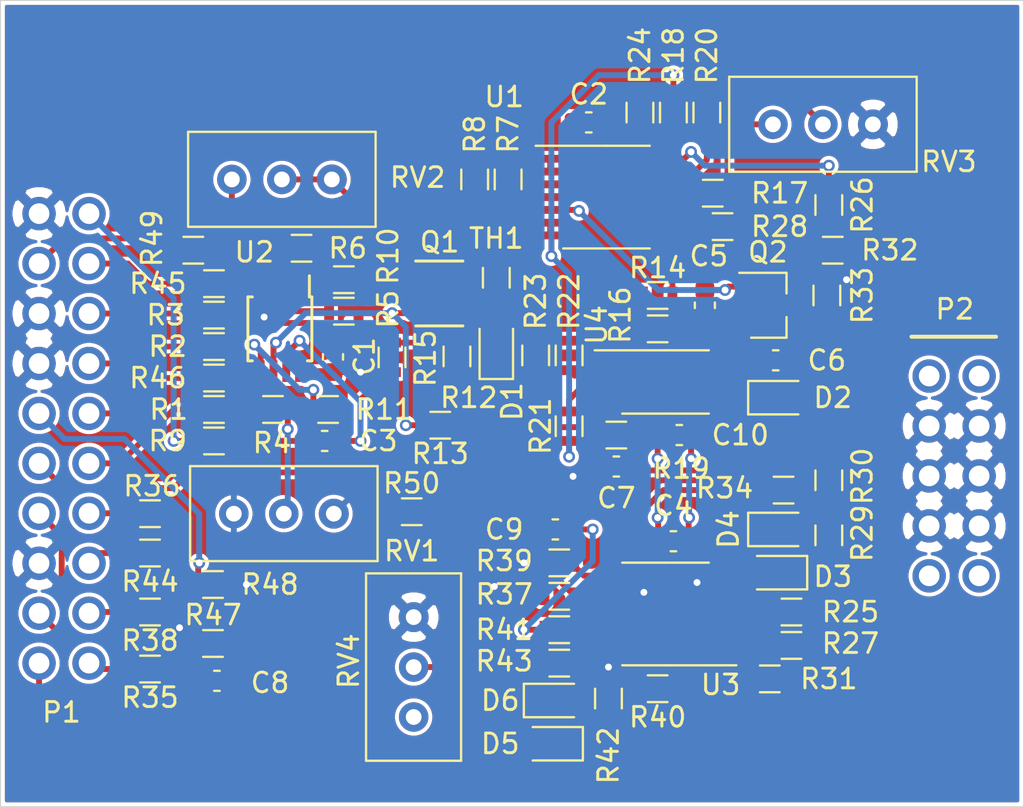
<source format=kicad_pcb>
(kicad_pcb (version 20171130) (host pcbnew "(5.1.7)-1")

  (general
    (thickness 1.6)
    (drawings 4)
    (tracks 418)
    (zones 0)
    (modules 79)
    (nets 58)
  )

  (page A4)
  (layers
    (0 F.Cu signal)
    (31 B.Cu signal)
    (32 B.Adhes user)
    (33 F.Adhes user)
    (34 B.Paste user)
    (35 F.Paste user)
    (36 B.SilkS user)
    (37 F.SilkS user)
    (38 B.Mask user)
    (39 F.Mask user)
    (40 Dwgs.User user)
    (41 Cmts.User user)
    (42 Eco1.User user)
    (43 Eco2.User user)
    (44 Edge.Cuts user)
    (45 Margin user)
    (46 B.CrtYd user)
    (47 F.CrtYd user)
    (48 B.Fab user)
    (49 F.Fab user hide)
  )

  (setup
    (last_trace_width 0.3)
    (user_trace_width 0.2)
    (user_trace_width 0.3)
    (user_trace_width 0.5)
    (trace_clearance 0.152)
    (zone_clearance 0.2)
    (zone_45_only no)
    (trace_min 0.2)
    (via_size 0.6)
    (via_drill 0.35)
    (via_min_size 0.4)
    (via_min_drill 0.3)
    (user_via 0.6 0.35)
    (uvia_size 0.3)
    (uvia_drill 0.1)
    (uvias_allowed no)
    (uvia_min_size 0.2)
    (uvia_min_drill 0.1)
    (edge_width 0.05)
    (segment_width 0.2)
    (pcb_text_width 0.3)
    (pcb_text_size 1.5 1.5)
    (mod_edge_width 0.12)
    (mod_text_size 1 1)
    (mod_text_width 0.15)
    (pad_size 1.524 1.524)
    (pad_drill 0.762)
    (pad_to_mask_clearance 0)
    (aux_axis_origin 0 0)
    (visible_elements 7FFFFFFF)
    (pcbplotparams
      (layerselection 0x010fc_ffffffff)
      (usegerberextensions false)
      (usegerberattributes true)
      (usegerberadvancedattributes true)
      (creategerberjobfile true)
      (excludeedgelayer true)
      (linewidth 0.100000)
      (plotframeref false)
      (viasonmask false)
      (mode 1)
      (useauxorigin false)
      (hpglpennumber 1)
      (hpglpenspeed 20)
      (hpglpendiameter 15.000000)
      (psnegative false)
      (psa4output false)
      (plotreference true)
      (plotvalue true)
      (plotinvisibletext false)
      (padsonsilk false)
      (subtractmaskfromsilk false)
      (outputformat 1)
      (mirror false)
      (drillshape 1)
      (scaleselection 1)
      (outputdirectory ""))
  )

  (net 0 "")
  (net 1 -12V)
  (net 2 +12V)
  (net 3 "Net-(C3-Pad2)")
  (net 4 "Net-(C3-Pad1)")
  (net 5 "Net-(C5-Pad2)")
  (net 6 "Net-(C5-Pad1)")
  (net 7 "Net-(C6-Pad2)")
  (net 8 "Net-(C6-Pad1)")
  (net 9 "Net-(C7-Pad2)")
  (net 10 /SOFT_SYNC)
  (net 11 /HARD_SYNC)
  (net 12 "Net-(C9-Pad2)")
  (net 13 "Net-(C9-Pad1)")
  (net 14 "Net-(D1-Pad2)")
  (net 15 "Net-(D1-Pad1)")
  (net 16 "Net-(D3-Pad2)")
  (net 17 "Net-(D3-Pad1)")
  (net 18 "Net-(D4-Pad2)")
  (net 19 GND)
  (net 20 "Net-(D5-Pad1)")
  (net 21 /FM)
  (net 22 /PWM_IN)
  (net 23 /EXP_FM)
  (net 24 /FINE)
  (net 25 /COARSE)
  (net 26 /POT_N)
  (net 27 /VOCT2)
  (net 28 /PMW_POT)
  (net 29 /VOCT)
  (net 30 /POT_P)
  (net 31 /PULSE)
  (net 32 /SINE)
  (net 33 /TRI)
  (net 34 /SAW)
  (net 35 "Net-(Q1-Pad1)")
  (net 36 "Net-(R1-Pad2)")
  (net 37 "Net-(R4-Pad2)")
  (net 38 "Net-(R5-Pad1)")
  (net 39 "Net-(R6-Pad1)")
  (net 40 "Net-(R7-Pad1)")
  (net 41 "Net-(R10-Pad2)")
  (net 42 "Net-(R11-Pad1)")
  (net 43 "Net-(R17-Pad1)")
  (net 44 "Net-(R18-Pad2)")
  (net 45 "Net-(R18-Pad1)")
  (net 46 "Net-(R20-Pad2)")
  (net 47 "Net-(R21-Pad2)")
  (net 48 "Net-(R24-Pad2)")
  (net 49 "Net-(R26-Pad2)")
  (net 50 "Net-(R27-Pad2)")
  (net 51 "Net-(R28-Pad1)")
  (net 52 "Net-(R31-Pad2)")
  (net 53 "Net-(R32-Pad2)")
  (net 54 "Net-(R32-Pad1)")
  (net 55 "Net-(R37-Pad2)")
  (net 56 "Net-(R40-Pad2)")
  (net 57 "Net-(R42-Pad2)")

  (net_class Default "This is the default net class."
    (clearance 0.152)
    (trace_width 0.3)
    (via_dia 0.6)
    (via_drill 0.35)
    (uvia_dia 0.3)
    (uvia_drill 0.1)
    (add_net +12V)
    (add_net -12V)
    (add_net /COARSE)
    (add_net /EXP_FM)
    (add_net /FINE)
    (add_net /FM)
    (add_net /HARD_SYNC)
    (add_net /PMW_POT)
    (add_net /POT_N)
    (add_net /POT_P)
    (add_net /PULSE)
    (add_net /PWM_IN)
    (add_net /SAW)
    (add_net /SINE)
    (add_net /SOFT_SYNC)
    (add_net /TRI)
    (add_net /VOCT)
    (add_net /VOCT2)
    (add_net GND)
    (add_net "Net-(C3-Pad1)")
    (add_net "Net-(C3-Pad2)")
    (add_net "Net-(C5-Pad1)")
    (add_net "Net-(C5-Pad2)")
    (add_net "Net-(C6-Pad1)")
    (add_net "Net-(C6-Pad2)")
    (add_net "Net-(C7-Pad2)")
    (add_net "Net-(C9-Pad1)")
    (add_net "Net-(C9-Pad2)")
    (add_net "Net-(D1-Pad1)")
    (add_net "Net-(D1-Pad2)")
    (add_net "Net-(D3-Pad1)")
    (add_net "Net-(D3-Pad2)")
    (add_net "Net-(D4-Pad2)")
    (add_net "Net-(D5-Pad1)")
    (add_net "Net-(Q1-Pad1)")
    (add_net "Net-(R1-Pad2)")
    (add_net "Net-(R10-Pad2)")
    (add_net "Net-(R11-Pad1)")
    (add_net "Net-(R17-Pad1)")
    (add_net "Net-(R18-Pad1)")
    (add_net "Net-(R18-Pad2)")
    (add_net "Net-(R20-Pad2)")
    (add_net "Net-(R21-Pad2)")
    (add_net "Net-(R24-Pad2)")
    (add_net "Net-(R26-Pad2)")
    (add_net "Net-(R27-Pad2)")
    (add_net "Net-(R28-Pad1)")
    (add_net "Net-(R31-Pad2)")
    (add_net "Net-(R32-Pad1)")
    (add_net "Net-(R32-Pad2)")
    (add_net "Net-(R37-Pad2)")
    (add_net "Net-(R4-Pad2)")
    (add_net "Net-(R40-Pad2)")
    (add_net "Net-(R42-Pad2)")
    (add_net "Net-(R5-Pad1)")
    (add_net "Net-(R6-Pad1)")
    (add_net "Net-(R7-Pad1)")
  )

  (module Capacitor_SMD:C_0603_1608Metric (layer F.Cu) (tedit 5F68FEEE) (tstamp 5FE12D6D)
    (at 155.5 103.1)
    (descr "Capacitor SMD 0603 (1608 Metric), square (rectangular) end terminal, IPC_7351 nominal, (Body size source: IPC-SM-782 page 76, https://www.pcb-3d.com/wordpress/wp-content/uploads/ipc-sm-782a_amendment_1_and_2.pdf), generated with kicad-footprint-generator")
    (tags capacitor)
    (path /60012739)
    (attr smd)
    (fp_text reference C10 (at 3.1 0) (layer F.SilkS)
      (effects (font (size 1 1) (thickness 0.15)))
    )
    (fp_text value 100n (at 0 1.43) (layer F.Fab)
      (effects (font (size 1 1) (thickness 0.15)))
    )
    (fp_text user %R (at 0 0) (layer F.Fab)
      (effects (font (size 0.4 0.4) (thickness 0.06)))
    )
    (fp_line (start -0.8 0.4) (end -0.8 -0.4) (layer F.Fab) (width 0.1))
    (fp_line (start -0.8 -0.4) (end 0.8 -0.4) (layer F.Fab) (width 0.1))
    (fp_line (start 0.8 -0.4) (end 0.8 0.4) (layer F.Fab) (width 0.1))
    (fp_line (start 0.8 0.4) (end -0.8 0.4) (layer F.Fab) (width 0.1))
    (fp_line (start -0.14058 -0.51) (end 0.14058 -0.51) (layer F.SilkS) (width 0.12))
    (fp_line (start -0.14058 0.51) (end 0.14058 0.51) (layer F.SilkS) (width 0.12))
    (fp_line (start -1.48 0.73) (end -1.48 -0.73) (layer F.CrtYd) (width 0.05))
    (fp_line (start -1.48 -0.73) (end 1.48 -0.73) (layer F.CrtYd) (width 0.05))
    (fp_line (start 1.48 -0.73) (end 1.48 0.73) (layer F.CrtYd) (width 0.05))
    (fp_line (start 1.48 0.73) (end -1.48 0.73) (layer F.CrtYd) (width 0.05))
    (pad 2 smd roundrect (at 0.775 0) (size 0.9 0.95) (layers F.Cu F.Paste F.Mask) (roundrect_rratio 0.25)
      (net 2 +12V))
    (pad 1 smd roundrect (at -0.775 0) (size 0.9 0.95) (layers F.Cu F.Paste F.Mask) (roundrect_rratio 0.25)
      (net 1 -12V))
    (model ${KISYS3DMOD}/Capacitor_SMD.3dshapes/C_0603_1608Metric.wrl
      (at (xyz 0 0 0))
      (scale (xyz 1 1 1))
      (rotate (xyz 0 0 0))
    )
  )

  (module Package_SO:TSSOP-8_4.4x3mm_P0.65mm (layer F.Cu) (tedit 5E476F32) (tstamp 5FDFCC9E)
    (at 154.8 100.4)
    (descr "TSSOP, 8 Pin (JEDEC MO-153 Var AA https://www.jedec.org/document_search?search_api_views_fulltext=MO-153), generated with kicad-footprint-generator ipc_gullwing_generator.py")
    (tags "TSSOP SO")
    (path /5FD0D9EF)
    (attr smd)
    (fp_text reference U4 (at -3.5 -2.9 90) (layer F.SilkS)
      (effects (font (size 1 1) (thickness 0.15)))
    )
    (fp_text value LM311 (at 0 2.45) (layer F.Fab)
      (effects (font (size 1 1) (thickness 0.15)))
    )
    (fp_line (start 3.85 -1.75) (end -3.85 -1.75) (layer F.CrtYd) (width 0.05))
    (fp_line (start 3.85 1.75) (end 3.85 -1.75) (layer F.CrtYd) (width 0.05))
    (fp_line (start -3.85 1.75) (end 3.85 1.75) (layer F.CrtYd) (width 0.05))
    (fp_line (start -3.85 -1.75) (end -3.85 1.75) (layer F.CrtYd) (width 0.05))
    (fp_line (start -2.2 -0.75) (end -1.45 -1.5) (layer F.Fab) (width 0.1))
    (fp_line (start -2.2 1.5) (end -2.2 -0.75) (layer F.Fab) (width 0.1))
    (fp_line (start 2.2 1.5) (end -2.2 1.5) (layer F.Fab) (width 0.1))
    (fp_line (start 2.2 -1.5) (end 2.2 1.5) (layer F.Fab) (width 0.1))
    (fp_line (start -1.45 -1.5) (end 2.2 -1.5) (layer F.Fab) (width 0.1))
    (fp_line (start 0 -1.61) (end -3.6 -1.61) (layer F.SilkS) (width 0.12))
    (fp_line (start 0 -1.61) (end 2.2 -1.61) (layer F.SilkS) (width 0.12))
    (fp_line (start 0 1.61) (end -2.2 1.61) (layer F.SilkS) (width 0.12))
    (fp_line (start 0 1.61) (end 2.2 1.61) (layer F.SilkS) (width 0.12))
    (fp_text user %R (at 0 0) (layer F.Fab)
      (effects (font (size 1 1) (thickness 0.15)))
    )
    (pad 8 smd roundrect (at 2.8625 -0.975) (size 1.475 0.4) (layers F.Cu F.Paste F.Mask) (roundrect_rratio 0.25)
      (net 2 +12V))
    (pad 7 smd roundrect (at 2.8625 -0.325) (size 1.475 0.4) (layers F.Cu F.Paste F.Mask) (roundrect_rratio 0.25)
      (net 8 "Net-(C6-Pad1)"))
    (pad 6 smd roundrect (at 2.8625 0.325) (size 1.475 0.4) (layers F.Cu F.Paste F.Mask) (roundrect_rratio 0.25)
      (net 2 +12V))
    (pad 5 smd roundrect (at 2.8625 0.975) (size 1.475 0.4) (layers F.Cu F.Paste F.Mask) (roundrect_rratio 0.25)
      (net 2 +12V))
    (pad 4 smd roundrect (at -2.8625 0.975) (size 1.475 0.4) (layers F.Cu F.Paste F.Mask) (roundrect_rratio 0.25)
      (net 1 -12V))
    (pad 3 smd roundrect (at -2.8625 0.325) (size 1.475 0.4) (layers F.Cu F.Paste F.Mask) (roundrect_rratio 0.25)
      (net 47 "Net-(R21-Pad2)"))
    (pad 2 smd roundrect (at -2.8625 -0.325) (size 1.475 0.4) (layers F.Cu F.Paste F.Mask) (roundrect_rratio 0.25)
      (net 9 "Net-(C7-Pad2)"))
    (pad 1 smd roundrect (at -2.8625 -0.975) (size 1.475 0.4) (layers F.Cu F.Paste F.Mask) (roundrect_rratio 0.25)
      (net 1 -12V))
    (model ${KISYS3DMOD}/Package_SO.3dshapes/TSSOP-8_4.4x3mm_P0.65mm.wrl
      (at (xyz 0 0 0))
      (scale (xyz 1 1 1))
      (rotate (xyz 0 0 0))
    )
  )

  (module Package_SO:TSSOP-14_4.4x5mm_P0.65mm (layer F.Cu) (tedit 5E476F32) (tstamp 5FDFCC84)
    (at 154.8 112.2 180)
    (descr "TSSOP, 14 Pin (JEDEC MO-153 Var AB-1 https://www.jedec.org/document_search?search_api_views_fulltext=MO-153), generated with kicad-footprint-generator ipc_gullwing_generator.py")
    (tags "TSSOP SO")
    (path /5FD1F13C)
    (attr smd)
    (fp_text reference U3 (at -2.8 -3.6) (layer F.SilkS)
      (effects (font (size 1 1) (thickness 0.15)))
    )
    (fp_text value TL084 (at 0 3.45) (layer F.Fab)
      (effects (font (size 1 1) (thickness 0.15)))
    )
    (fp_line (start 3.85 -2.75) (end -3.85 -2.75) (layer F.CrtYd) (width 0.05))
    (fp_line (start 3.85 2.75) (end 3.85 -2.75) (layer F.CrtYd) (width 0.05))
    (fp_line (start -3.85 2.75) (end 3.85 2.75) (layer F.CrtYd) (width 0.05))
    (fp_line (start -3.85 -2.75) (end -3.85 2.75) (layer F.CrtYd) (width 0.05))
    (fp_line (start -2.2 -1.5) (end -1.2 -2.5) (layer F.Fab) (width 0.1))
    (fp_line (start -2.2 2.5) (end -2.2 -1.5) (layer F.Fab) (width 0.1))
    (fp_line (start 2.2 2.5) (end -2.2 2.5) (layer F.Fab) (width 0.1))
    (fp_line (start 2.2 -2.5) (end 2.2 2.5) (layer F.Fab) (width 0.1))
    (fp_line (start -1.2 -2.5) (end 2.2 -2.5) (layer F.Fab) (width 0.1))
    (fp_line (start 0 -2.61) (end -3.6 -2.61) (layer F.SilkS) (width 0.12))
    (fp_line (start 0 -2.61) (end 2.2 -2.61) (layer F.SilkS) (width 0.12))
    (fp_line (start 0 2.61) (end -2.2 2.61) (layer F.SilkS) (width 0.12))
    (fp_line (start 0 2.61) (end 2.2 2.61) (layer F.SilkS) (width 0.12))
    (fp_text user %R (at 0 0) (layer F.Fab)
      (effects (font (size 1 1) (thickness 0.15)))
    )
    (pad 14 smd roundrect (at 2.8625 -1.95 180) (size 1.475 0.4) (layers F.Cu F.Paste F.Mask) (roundrect_rratio 0.25)
      (net 57 "Net-(R42-Pad2)"))
    (pad 13 smd roundrect (at 2.8625 -1.3 180) (size 1.475 0.4) (layers F.Cu F.Paste F.Mask) (roundrect_rratio 0.25)
      (net 56 "Net-(R40-Pad2)"))
    (pad 12 smd roundrect (at 2.8625 -0.65 180) (size 1.475 0.4) (layers F.Cu F.Paste F.Mask) (roundrect_rratio 0.25)
      (net 20 "Net-(D5-Pad1)"))
    (pad 11 smd roundrect (at 2.8625 0 180) (size 1.475 0.4) (layers F.Cu F.Paste F.Mask) (roundrect_rratio 0.25)
      (net 1 -12V))
    (pad 10 smd roundrect (at 2.8625 0.65 180) (size 1.475 0.4) (layers F.Cu F.Paste F.Mask) (roundrect_rratio 0.25)
      (net 19 GND))
    (pad 9 smd roundrect (at 2.8625 1.3 180) (size 1.475 0.4) (layers F.Cu F.Paste F.Mask) (roundrect_rratio 0.25)
      (net 13 "Net-(C9-Pad1)"))
    (pad 8 smd roundrect (at 2.8625 1.95 180) (size 1.475 0.4) (layers F.Cu F.Paste F.Mask) (roundrect_rratio 0.25)
      (net 12 "Net-(C9-Pad2)"))
    (pad 7 smd roundrect (at -2.8625 1.95 180) (size 1.475 0.4) (layers F.Cu F.Paste F.Mask) (roundrect_rratio 0.25)
      (net 16 "Net-(D3-Pad2)"))
    (pad 6 smd roundrect (at -2.8625 1.3 180) (size 1.475 0.4) (layers F.Cu F.Paste F.Mask) (roundrect_rratio 0.25)
      (net 17 "Net-(D3-Pad1)"))
    (pad 5 smd roundrect (at -2.8625 0.65 180) (size 1.475 0.4) (layers F.Cu F.Paste F.Mask) (roundrect_rratio 0.25)
      (net 19 GND))
    (pad 4 smd roundrect (at -2.8625 0 180) (size 1.475 0.4) (layers F.Cu F.Paste F.Mask) (roundrect_rratio 0.25)
      (net 2 +12V))
    (pad 3 smd roundrect (at -2.8625 -0.65 180) (size 1.475 0.4) (layers F.Cu F.Paste F.Mask) (roundrect_rratio 0.25)
      (net 19 GND))
    (pad 2 smd roundrect (at -2.8625 -1.3 180) (size 1.475 0.4) (layers F.Cu F.Paste F.Mask) (roundrect_rratio 0.25)
      (net 50 "Net-(R27-Pad2)"))
    (pad 1 smd roundrect (at -2.8625 -1.95 180) (size 1.475 0.4) (layers F.Cu F.Paste F.Mask) (roundrect_rratio 0.25)
      (net 52 "Net-(R31-Pad2)"))
    (model ${KISYS3DMOD}/Package_SO.3dshapes/TSSOP-14_4.4x5mm_P0.65mm.wrl
      (at (xyz 0 0 0))
      (scale (xyz 1 1 1))
      (rotate (xyz 0 0 0))
    )
  )

  (module Package_SO:TSSOP-8_3x3mm_P0.65mm (layer F.Cu) (tedit 5A02F25C) (tstamp 5FE0AFB6)
    (at 135.2 97.7 270)
    (descr "TSSOP8: plastic thin shrink small outline package; 8 leads; body width 3 mm; (see NXP SSOP-TSSOP-VSO-REFLOW.pdf and sot505-1_po.pdf)")
    (tags "SSOP 0.65")
    (path /5FDD57F9)
    (attr smd)
    (fp_text reference U2 (at -3.9 1.3) (layer F.SilkS)
      (effects (font (size 1 1) (thickness 0.15)))
    )
    (fp_text value TL082 (at 0 2.55 90) (layer F.Fab)
      (effects (font (size 1 1) (thickness 0.15)))
    )
    (fp_line (start -1.625 -1.5) (end -2.7 -1.5) (layer F.SilkS) (width 0.15))
    (fp_line (start -1.625 1.625) (end 1.625 1.625) (layer F.SilkS) (width 0.15))
    (fp_line (start -1.625 -1.625) (end 1.625 -1.625) (layer F.SilkS) (width 0.15))
    (fp_line (start -1.625 1.625) (end -1.625 1.4) (layer F.SilkS) (width 0.15))
    (fp_line (start 1.625 1.625) (end 1.625 1.4) (layer F.SilkS) (width 0.15))
    (fp_line (start 1.625 -1.625) (end 1.625 -1.4) (layer F.SilkS) (width 0.15))
    (fp_line (start -1.625 -1.625) (end -1.625 -1.5) (layer F.SilkS) (width 0.15))
    (fp_line (start -2.95 1.8) (end 2.95 1.8) (layer F.CrtYd) (width 0.05))
    (fp_line (start -2.95 -1.8) (end 2.95 -1.8) (layer F.CrtYd) (width 0.05))
    (fp_line (start 2.95 -1.8) (end 2.95 1.8) (layer F.CrtYd) (width 0.05))
    (fp_line (start -2.95 -1.8) (end -2.95 1.8) (layer F.CrtYd) (width 0.05))
    (fp_line (start -1.5 -0.5) (end -0.5 -1.5) (layer F.Fab) (width 0.15))
    (fp_line (start -1.5 1.5) (end -1.5 -0.5) (layer F.Fab) (width 0.15))
    (fp_line (start 1.5 1.5) (end -1.5 1.5) (layer F.Fab) (width 0.15))
    (fp_line (start 1.5 -1.5) (end 1.5 1.5) (layer F.Fab) (width 0.15))
    (fp_line (start -0.5 -1.5) (end 1.5 -1.5) (layer F.Fab) (width 0.15))
    (fp_text user %R (at 0 0 90) (layer F.Fab)
      (effects (font (size 0.6 0.6) (thickness 0.15)))
    )
    (pad 8 smd rect (at 2.15 -0.975 270) (size 1.1 0.4) (layers F.Cu F.Paste F.Mask)
      (net 2 +12V))
    (pad 7 smd rect (at 2.15 -0.325 270) (size 1.1 0.4) (layers F.Cu F.Paste F.Mask)
      (net 3 "Net-(C3-Pad2)"))
    (pad 6 smd rect (at 2.15 0.325 270) (size 1.1 0.4) (layers F.Cu F.Paste F.Mask)
      (net 4 "Net-(C3-Pad1)"))
    (pad 5 smd rect (at 2.15 0.975 270) (size 1.1 0.4) (layers F.Cu F.Paste F.Mask)
      (net 42 "Net-(R11-Pad1)"))
    (pad 4 smd rect (at -2.15 0.975 270) (size 1.1 0.4) (layers F.Cu F.Paste F.Mask)
      (net 1 -12V))
    (pad 3 smd rect (at -2.15 0.325 270) (size 1.1 0.4) (layers F.Cu F.Paste F.Mask)
      (net 38 "Net-(R5-Pad1)"))
    (pad 2 smd rect (at -2.15 -0.325 270) (size 1.1 0.4) (layers F.Cu F.Paste F.Mask)
      (net 36 "Net-(R1-Pad2)"))
    (pad 1 smd rect (at -2.15 -0.975 270) (size 1.1 0.4) (layers F.Cu F.Paste F.Mask)
      (net 41 "Net-(R10-Pad2)"))
    (model ${KISYS3DMOD}/Package_SO.3dshapes/TSSOP-8_3x3mm_P0.65mm.wrl
      (at (xyz 0 0 0))
      (scale (xyz 1 1 1))
      (rotate (xyz 0 0 0))
    )
  )

  (module Package_SO:TSSOP-14_4.4x5mm_P0.65mm (layer F.Cu) (tedit 5E476F32) (tstamp 5FDFCC47)
    (at 151.8 91)
    (descr "TSSOP, 14 Pin (JEDEC MO-153 Var AB-1 https://www.jedec.org/document_search?search_api_views_fulltext=MO-153), generated with kicad-footprint-generator ipc_gullwing_generator.py")
    (tags "TSSOP SO")
    (path /5FD208B8)
    (attr smd)
    (fp_text reference U1 (at -5.2 -5.1) (layer F.SilkS)
      (effects (font (size 1 1) (thickness 0.15)))
    )
    (fp_text value TL084 (at 0 3.45) (layer F.Fab)
      (effects (font (size 1 1) (thickness 0.15)))
    )
    (fp_line (start 3.85 -2.75) (end -3.85 -2.75) (layer F.CrtYd) (width 0.05))
    (fp_line (start 3.85 2.75) (end 3.85 -2.75) (layer F.CrtYd) (width 0.05))
    (fp_line (start -3.85 2.75) (end 3.85 2.75) (layer F.CrtYd) (width 0.05))
    (fp_line (start -3.85 -2.75) (end -3.85 2.75) (layer F.CrtYd) (width 0.05))
    (fp_line (start -2.2 -1.5) (end -1.2 -2.5) (layer F.Fab) (width 0.1))
    (fp_line (start -2.2 2.5) (end -2.2 -1.5) (layer F.Fab) (width 0.1))
    (fp_line (start 2.2 2.5) (end -2.2 2.5) (layer F.Fab) (width 0.1))
    (fp_line (start 2.2 -2.5) (end 2.2 2.5) (layer F.Fab) (width 0.1))
    (fp_line (start -1.2 -2.5) (end 2.2 -2.5) (layer F.Fab) (width 0.1))
    (fp_line (start 0 -2.61) (end -3.6 -2.61) (layer F.SilkS) (width 0.12))
    (fp_line (start 0 -2.61) (end 2.2 -2.61) (layer F.SilkS) (width 0.12))
    (fp_line (start 0 2.61) (end -2.2 2.61) (layer F.SilkS) (width 0.12))
    (fp_line (start 0 2.61) (end 2.2 2.61) (layer F.SilkS) (width 0.12))
    (fp_text user %R (at 0 0) (layer F.Fab)
      (effects (font (size 1 1) (thickness 0.15)))
    )
    (pad 14 smd roundrect (at 2.8625 -1.95) (size 1.475 0.4) (layers F.Cu F.Paste F.Mask) (roundrect_rratio 0.25)
      (net 48 "Net-(R24-Pad2)"))
    (pad 13 smd roundrect (at 2.8625 -1.3) (size 1.475 0.4) (layers F.Cu F.Paste F.Mask) (roundrect_rratio 0.25)
      (net 44 "Net-(R18-Pad2)"))
    (pad 12 smd roundrect (at 2.8625 -0.65) (size 1.475 0.4) (layers F.Cu F.Paste F.Mask) (roundrect_rratio 0.25)
      (net 19 GND))
    (pad 11 smd roundrect (at 2.8625 0) (size 1.475 0.4) (layers F.Cu F.Paste F.Mask) (roundrect_rratio 0.25)
      (net 1 -12V))
    (pad 10 smd roundrect (at 2.8625 0.65) (size 1.475 0.4) (layers F.Cu F.Paste F.Mask) (roundrect_rratio 0.25)
      (net 51 "Net-(R28-Pad1)"))
    (pad 9 smd roundrect (at 2.8625 1.3) (size 1.475 0.4) (layers F.Cu F.Paste F.Mask) (roundrect_rratio 0.25)
      (net 49 "Net-(R26-Pad2)"))
    (pad 8 smd roundrect (at 2.8625 1.95) (size 1.475 0.4) (layers F.Cu F.Paste F.Mask) (roundrect_rratio 0.25)
      (net 54 "Net-(R32-Pad1)"))
    (pad 7 smd roundrect (at -2.8625 1.95) (size 1.475 0.4) (layers F.Cu F.Paste F.Mask) (roundrect_rratio 0.25)
      (net 45 "Net-(R18-Pad1)"))
    (pad 6 smd roundrect (at -2.8625 1.3) (size 1.475 0.4) (layers F.Cu F.Paste F.Mask) (roundrect_rratio 0.25)
      (net 45 "Net-(R18-Pad1)"))
    (pad 5 smd roundrect (at -2.8625 0.65) (size 1.475 0.4) (layers F.Cu F.Paste F.Mask) (roundrect_rratio 0.25)
      (net 5 "Net-(C5-Pad2)"))
    (pad 4 smd roundrect (at -2.8625 0) (size 1.475 0.4) (layers F.Cu F.Paste F.Mask) (roundrect_rratio 0.25)
      (net 2 +12V))
    (pad 3 smd roundrect (at -2.8625 -0.65) (size 1.475 0.4) (layers F.Cu F.Paste F.Mask) (roundrect_rratio 0.25)
      (net 40 "Net-(R7-Pad1)"))
    (pad 2 smd roundrect (at -2.8625 -1.3) (size 1.475 0.4) (layers F.Cu F.Paste F.Mask) (roundrect_rratio 0.25)
      (net 6 "Net-(C5-Pad1)"))
    (pad 1 smd roundrect (at -2.8625 -1.95) (size 1.475 0.4) (layers F.Cu F.Paste F.Mask) (roundrect_rratio 0.25)
      (net 6 "Net-(C5-Pad1)"))
    (model ${KISYS3DMOD}/Package_SO.3dshapes/TSSOP-14_4.4x5mm_P0.65mm.wrl
      (at (xyz 0 0 0))
      (scale (xyz 1 1 1))
      (rotate (xyz 0 0 0))
    )
  )

  (module project_oscillator:R_0603 (layer F.Cu) (tedit 58E0A804) (tstamp 5FDFD822)
    (at 146.2 95.1 90)
    (descr "Resistor SMD 0603, reflow soldering, Vishay (see dcrcw.pdf)")
    (tags "resistor 0603")
    (path /5FCD1335)
    (attr smd)
    (fp_text reference TH1 (at 2 0 180) (layer F.SilkS)
      (effects (font (size 1 1) (thickness 0.15)))
    )
    (fp_text value PT1000 (at 0 1.5 90) (layer F.Fab)
      (effects (font (size 1 1) (thickness 0.15)))
    )
    (fp_line (start -0.8 0.4) (end -0.8 -0.4) (layer F.Fab) (width 0.1))
    (fp_line (start 0.8 0.4) (end -0.8 0.4) (layer F.Fab) (width 0.1))
    (fp_line (start 0.8 -0.4) (end 0.8 0.4) (layer F.Fab) (width 0.1))
    (fp_line (start -0.8 -0.4) (end 0.8 -0.4) (layer F.Fab) (width 0.1))
    (fp_line (start 0.5 0.68) (end -0.5 0.68) (layer F.SilkS) (width 0.12))
    (fp_line (start -0.5 -0.68) (end 0.5 -0.68) (layer F.SilkS) (width 0.12))
    (fp_line (start -1.25 -0.7) (end 1.25 -0.7) (layer F.CrtYd) (width 0.05))
    (fp_line (start -1.25 -0.7) (end -1.25 0.7) (layer F.CrtYd) (width 0.05))
    (fp_line (start 1.25 0.7) (end 1.25 -0.7) (layer F.CrtYd) (width 0.05))
    (fp_line (start 1.25 0.7) (end -1.25 0.7) (layer F.CrtYd) (width 0.05))
    (fp_text user %R (at 0 0 90) (layer F.Fab)
      (effects (font (size 0.4 0.4) (thickness 0.075)))
    )
    (pad 2 smd rect (at 0.75 0 90) (size 0.5 0.9) (layers F.Cu F.Paste F.Mask)
      (net 19 GND))
    (pad 1 smd rect (at -0.75 0 90) (size 0.5 0.9) (layers F.Cu F.Paste F.Mask)
      (net 14 "Net-(D1-Pad2)"))
    (model ${KISYS3DMOD}/Resistors_SMD.3dshapes/R_0603.wrl
      (at (xyz 0 0 0))
      (scale (xyz 1 1 1))
      (rotate (xyz 0 0 0))
    )
  )

  (module project_oscillator:PV36W (layer F.Cu) (tedit 5FCF9F10) (tstamp 5FDFCC16)
    (at 142 114.9 90)
    (path /600DAC4F)
    (fp_text reference RV4 (at 0.3 -3.3 90) (layer F.SilkS)
      (effects (font (size 1 1) (thickness 0.15)))
    )
    (fp_text value 47k (at 0 -3.81 90) (layer F.Fab)
      (effects (font (size 1 1) (thickness 0.15)))
    )
    (fp_line (start -4.765 -2.42) (end -4.765 2.41) (layer F.SilkS) (width 0.12))
    (fp_line (start 4.765 -2.42) (end 4.765 2.41) (layer F.SilkS) (width 0.12))
    (fp_line (start 4.765 -2.42) (end -4.765 -2.42) (layer F.SilkS) (width 0.12))
    (fp_line (start -4.765 2.41) (end 4.765 2.41) (layer F.SilkS) (width 0.12))
    (pad 3 thru_hole circle (at 2.54 0 90) (size 1.5241 1.5241) (drill 0.8) (layers *.Cu *.Mask)
      (net 19 GND))
    (pad 2 thru_hole circle (at 0 0 90) (size 1.5 1.5) (drill 0.8) (layers *.Cu *.Mask)
      (net 55 "Net-(R37-Pad2)"))
    (pad 1 thru_hole circle (at -2.54 0 90) (size 1.5 1.5) (drill 0.8) (layers *.Cu *.Mask)
      (net 2 +12V))
  )

  (module project_oscillator:PV36W (layer F.Cu) (tedit 5FCF9F10) (tstamp 5FE257E6)
    (at 162.8 87.3)
    (path /5FFB0E65)
    (fp_text reference RV3 (at 6.4 1.9) (layer F.SilkS)
      (effects (font (size 1 1) (thickness 0.15)))
    )
    (fp_text value 10k (at 0 -3.81) (layer F.Fab)
      (effects (font (size 1 1) (thickness 0.15)))
    )
    (fp_line (start -4.765 -2.42) (end -4.765 2.41) (layer F.SilkS) (width 0.12))
    (fp_line (start 4.765 -2.42) (end 4.765 2.41) (layer F.SilkS) (width 0.12))
    (fp_line (start 4.765 -2.42) (end -4.765 -2.42) (layer F.SilkS) (width 0.12))
    (fp_line (start -4.765 2.41) (end 4.765 2.41) (layer F.SilkS) (width 0.12))
    (pad 3 thru_hole circle (at 2.54 0) (size 1.5241 1.5241) (drill 0.8) (layers *.Cu *.Mask)
      (net 19 GND))
    (pad 2 thru_hole circle (at 0 0) (size 1.5 1.5) (drill 0.8) (layers *.Cu *.Mask)
      (net 46 "Net-(R20-Pad2)"))
    (pad 1 thru_hole circle (at -2.54 0) (size 1.5 1.5) (drill 0.8) (layers *.Cu *.Mask)
      (net 43 "Net-(R17-Pad1)"))
  )

  (module project_oscillator:PV36W (layer F.Cu) (tedit 5FCF9F10) (tstamp 5FDFCC00)
    (at 135.3 90.1)
    (path /5FD4DD80)
    (fp_text reference RV2 (at 6.9 -0.1) (layer F.SilkS)
      (effects (font (size 1 1) (thickness 0.15)))
    )
    (fp_text value 25k (at 0 -3.81) (layer F.Fab)
      (effects (font (size 1 1) (thickness 0.15)))
    )
    (fp_line (start -4.765 -2.42) (end -4.765 2.41) (layer F.SilkS) (width 0.12))
    (fp_line (start 4.765 -2.42) (end 4.765 2.41) (layer F.SilkS) (width 0.12))
    (fp_line (start 4.765 -2.42) (end -4.765 -2.42) (layer F.SilkS) (width 0.12))
    (fp_line (start -4.765 2.41) (end 4.765 2.41) (layer F.SilkS) (width 0.12))
    (pad 3 thru_hole circle (at 2.54 0) (size 1.5241 1.5241) (drill 0.8) (layers *.Cu *.Mask)
      (net 41 "Net-(R10-Pad2)"))
    (pad 2 thru_hole circle (at 0 0) (size 1.5 1.5) (drill 0.8) (layers *.Cu *.Mask)
      (net 41 "Net-(R10-Pad2)"))
    (pad 1 thru_hole circle (at -2.54 0) (size 1.5 1.5) (drill 0.8) (layers *.Cu *.Mask)
      (net 39 "Net-(R6-Pad1)"))
  )

  (module project_oscillator:PV36W (layer F.Cu) (tedit 5FCF9F10) (tstamp 5FDFCBF5)
    (at 135.4 107.1)
    (path /5FDC0A8C)
    (fp_text reference RV1 (at 6.5 1.9) (layer F.SilkS)
      (effects (font (size 1 1) (thickness 0.15)))
    )
    (fp_text value 220k (at 0 -3.81) (layer F.Fab)
      (effects (font (size 1 1) (thickness 0.15)))
    )
    (fp_line (start -4.765 -2.42) (end -4.765 2.41) (layer F.SilkS) (width 0.12))
    (fp_line (start 4.765 -2.42) (end 4.765 2.41) (layer F.SilkS) (width 0.12))
    (fp_line (start 4.765 -2.42) (end -4.765 -2.42) (layer F.SilkS) (width 0.12))
    (fp_line (start -4.765 2.41) (end 4.765 2.41) (layer F.SilkS) (width 0.12))
    (pad 3 thru_hole circle (at 2.54 0) (size 1.5241 1.5241) (drill 0.8) (layers *.Cu *.Mask)
      (net 2 +12V))
    (pad 2 thru_hole circle (at 0 0) (size 1.5 1.5) (drill 0.8) (layers *.Cu *.Mask)
      (net 37 "Net-(R4-Pad2)"))
    (pad 1 thru_hole circle (at -2.54 0) (size 1.5 1.5) (drill 0.8) (layers *.Cu *.Mask)
      (net 1 -12V))
  )

  (module project_oscillator:R_0603 (layer F.Cu) (tedit 58E0A804) (tstamp 5FDFD7D1)
    (at 141.9 107)
    (descr "Resistor SMD 0603, reflow soldering, Vishay (see dcrcw.pdf)")
    (tags "resistor 0603")
    (path /5FE8280E)
    (attr smd)
    (fp_text reference R50 (at 0 -1.45) (layer F.SilkS)
      (effects (font (size 1 1) (thickness 0.15)))
    )
    (fp_text value 100k (at 0 1.5) (layer F.Fab)
      (effects (font (size 1 1) (thickness 0.15)))
    )
    (fp_line (start -0.8 0.4) (end -0.8 -0.4) (layer F.Fab) (width 0.1))
    (fp_line (start 0.8 0.4) (end -0.8 0.4) (layer F.Fab) (width 0.1))
    (fp_line (start 0.8 -0.4) (end 0.8 0.4) (layer F.Fab) (width 0.1))
    (fp_line (start -0.8 -0.4) (end 0.8 -0.4) (layer F.Fab) (width 0.1))
    (fp_line (start 0.5 0.68) (end -0.5 0.68) (layer F.SilkS) (width 0.12))
    (fp_line (start -0.5 -0.68) (end 0.5 -0.68) (layer F.SilkS) (width 0.12))
    (fp_line (start -1.25 -0.7) (end 1.25 -0.7) (layer F.CrtYd) (width 0.05))
    (fp_line (start -1.25 -0.7) (end -1.25 0.7) (layer F.CrtYd) (width 0.05))
    (fp_line (start 1.25 0.7) (end 1.25 -0.7) (layer F.CrtYd) (width 0.05))
    (fp_line (start 1.25 0.7) (end -1.25 0.7) (layer F.CrtYd) (width 0.05))
    (fp_text user %R (at 0 0) (layer F.Fab)
      (effects (font (size 0.4 0.4) (thickness 0.075)))
    )
    (pad 2 smd rect (at 0.75 0) (size 0.5 0.9) (layers F.Cu F.Paste F.Mask)
      (net 51 "Net-(R28-Pad1)"))
    (pad 1 smd rect (at -0.75 0) (size 0.5 0.9) (layers F.Cu F.Paste F.Mask)
      (net 28 /PMW_POT))
    (model ${KISYS3DMOD}/Resistors_SMD.3dshapes/R_0603.wrl
      (at (xyz 0 0 0))
      (scale (xyz 1 1 1))
      (rotate (xyz 0 0 0))
    )
  )

  (module project_oscillator:R_0603 (layer F.Cu) (tedit 58E0A804) (tstamp 5FDFCBD9)
    (at 130.8 93.7)
    (descr "Resistor SMD 0603, reflow soldering, Vishay (see dcrcw.pdf)")
    (tags "resistor 0603")
    (path /5FE82378)
    (attr smd)
    (fp_text reference R49 (at -2.1 -0.6 90) (layer F.SilkS)
      (effects (font (size 1 1) (thickness 0.15)))
    )
    (fp_text value 180k (at 0 1.5) (layer F.Fab)
      (effects (font (size 1 1) (thickness 0.15)))
    )
    (fp_line (start -0.8 0.4) (end -0.8 -0.4) (layer F.Fab) (width 0.1))
    (fp_line (start 0.8 0.4) (end -0.8 0.4) (layer F.Fab) (width 0.1))
    (fp_line (start 0.8 -0.4) (end 0.8 0.4) (layer F.Fab) (width 0.1))
    (fp_line (start -0.8 -0.4) (end 0.8 -0.4) (layer F.Fab) (width 0.1))
    (fp_line (start 0.5 0.68) (end -0.5 0.68) (layer F.SilkS) (width 0.12))
    (fp_line (start -0.5 -0.68) (end 0.5 -0.68) (layer F.SilkS) (width 0.12))
    (fp_line (start -1.25 -0.7) (end 1.25 -0.7) (layer F.CrtYd) (width 0.05))
    (fp_line (start -1.25 -0.7) (end -1.25 0.7) (layer F.CrtYd) (width 0.05))
    (fp_line (start 1.25 0.7) (end 1.25 -0.7) (layer F.CrtYd) (width 0.05))
    (fp_line (start 1.25 0.7) (end -1.25 0.7) (layer F.CrtYd) (width 0.05))
    (fp_text user %R (at 0 0) (layer F.Fab)
      (effects (font (size 0.4 0.4) (thickness 0.075)))
    )
    (pad 2 smd rect (at 0.75 0) (size 0.5 0.9) (layers F.Cu F.Paste F.Mask)
      (net 51 "Net-(R28-Pad1)"))
    (pad 1 smd rect (at -0.75 0) (size 0.5 0.9) (layers F.Cu F.Paste F.Mask)
      (net 22 /PWM_IN))
    (model ${KISYS3DMOD}/Resistors_SMD.3dshapes/R_0603.wrl
      (at (xyz 0 0 0))
      (scale (xyz 1 1 1))
      (rotate (xyz 0 0 0))
    )
  )

  (module project_oscillator:R_0603 (layer F.Cu) (tedit 58E0A804) (tstamp 5FDFCBC8)
    (at 131.8 110.7)
    (descr "Resistor SMD 0603, reflow soldering, Vishay (see dcrcw.pdf)")
    (tags "resistor 0603")
    (path /5FEB0456)
    (attr smd)
    (fp_text reference R48 (at 2.9 0) (layer F.SilkS)
      (effects (font (size 1 1) (thickness 0.15)))
    )
    (fp_text value 7k5 (at 0 1.5) (layer F.Fab)
      (effects (font (size 1 1) (thickness 0.15)))
    )
    (fp_line (start -0.8 0.4) (end -0.8 -0.4) (layer F.Fab) (width 0.1))
    (fp_line (start 0.8 0.4) (end -0.8 0.4) (layer F.Fab) (width 0.1))
    (fp_line (start 0.8 -0.4) (end 0.8 0.4) (layer F.Fab) (width 0.1))
    (fp_line (start -0.8 -0.4) (end 0.8 -0.4) (layer F.Fab) (width 0.1))
    (fp_line (start 0.5 0.68) (end -0.5 0.68) (layer F.SilkS) (width 0.12))
    (fp_line (start -0.5 -0.68) (end 0.5 -0.68) (layer F.SilkS) (width 0.12))
    (fp_line (start -1.25 -0.7) (end 1.25 -0.7) (layer F.CrtYd) (width 0.05))
    (fp_line (start -1.25 -0.7) (end -1.25 0.7) (layer F.CrtYd) (width 0.05))
    (fp_line (start 1.25 0.7) (end 1.25 -0.7) (layer F.CrtYd) (width 0.05))
    (fp_line (start 1.25 0.7) (end -1.25 0.7) (layer F.CrtYd) (width 0.05))
    (fp_text user %R (at 0 0) (layer F.Fab)
      (effects (font (size 0.4 0.4) (thickness 0.075)))
    )
    (pad 2 smd rect (at 0.75 0) (size 0.5 0.9) (layers F.Cu F.Paste F.Mask)
      (net 1 -12V))
    (pad 1 smd rect (at -0.75 0) (size 0.5 0.9) (layers F.Cu F.Paste F.Mask)
      (net 26 /POT_N))
    (model ${KISYS3DMOD}/Resistors_SMD.3dshapes/R_0603.wrl
      (at (xyz 0 0 0))
      (scale (xyz 1 1 1))
      (rotate (xyz 0 0 0))
    )
  )

  (module project_oscillator:R_0603 (layer F.Cu) (tedit 58E0A804) (tstamp 5FDFCBB7)
    (at 131.8 113.7)
    (descr "Resistor SMD 0603, reflow soldering, Vishay (see dcrcw.pdf)")
    (tags "resistor 0603")
    (path /5FEB003A)
    (attr smd)
    (fp_text reference R47 (at 0 -1.45) (layer F.SilkS)
      (effects (font (size 1 1) (thickness 0.15)))
    )
    (fp_text value 7k5 (at 0 1.5) (layer F.Fab)
      (effects (font (size 1 1) (thickness 0.15)))
    )
    (fp_line (start -0.8 0.4) (end -0.8 -0.4) (layer F.Fab) (width 0.1))
    (fp_line (start 0.8 0.4) (end -0.8 0.4) (layer F.Fab) (width 0.1))
    (fp_line (start 0.8 -0.4) (end 0.8 0.4) (layer F.Fab) (width 0.1))
    (fp_line (start -0.8 -0.4) (end 0.8 -0.4) (layer F.Fab) (width 0.1))
    (fp_line (start 0.5 0.68) (end -0.5 0.68) (layer F.SilkS) (width 0.12))
    (fp_line (start -0.5 -0.68) (end 0.5 -0.68) (layer F.SilkS) (width 0.12))
    (fp_line (start -1.25 -0.7) (end 1.25 -0.7) (layer F.CrtYd) (width 0.05))
    (fp_line (start -1.25 -0.7) (end -1.25 0.7) (layer F.CrtYd) (width 0.05))
    (fp_line (start 1.25 0.7) (end 1.25 -0.7) (layer F.CrtYd) (width 0.05))
    (fp_line (start 1.25 0.7) (end -1.25 0.7) (layer F.CrtYd) (width 0.05))
    (fp_text user %R (at 0 0) (layer F.Fab)
      (effects (font (size 0.4 0.4) (thickness 0.075)))
    )
    (pad 2 smd rect (at 0.75 0) (size 0.5 0.9) (layers F.Cu F.Paste F.Mask)
      (net 2 +12V))
    (pad 1 smd rect (at -0.75 0) (size 0.5 0.9) (layers F.Cu F.Paste F.Mask)
      (net 30 /POT_P))
    (model ${KISYS3DMOD}/Resistors_SMD.3dshapes/R_0603.wrl
      (at (xyz 0 0 0))
      (scale (xyz 1 1 1))
      (rotate (xyz 0 0 0))
    )
  )

  (module project_oscillator:R_0603 (layer F.Cu) (tedit 58E0A804) (tstamp 5FDFCBA6)
    (at 131.85 100.2)
    (descr "Resistor SMD 0603, reflow soldering, Vishay (see dcrcw.pdf)")
    (tags "resistor 0603")
    (path /5FF89CD4)
    (attr smd)
    (fp_text reference R46 (at -2.85 0) (layer F.SilkS)
      (effects (font (size 1 1) (thickness 0.15)))
    )
    (fp_text value 100k (at 3.35 0) (layer F.Fab)
      (effects (font (size 1 1) (thickness 0.15)))
    )
    (fp_line (start -0.8 0.4) (end -0.8 -0.4) (layer F.Fab) (width 0.1))
    (fp_line (start 0.8 0.4) (end -0.8 0.4) (layer F.Fab) (width 0.1))
    (fp_line (start 0.8 -0.4) (end 0.8 0.4) (layer F.Fab) (width 0.1))
    (fp_line (start -0.8 -0.4) (end 0.8 -0.4) (layer F.Fab) (width 0.1))
    (fp_line (start 0.5 0.68) (end -0.5 0.68) (layer F.SilkS) (width 0.12))
    (fp_line (start -0.5 -0.68) (end 0.5 -0.68) (layer F.SilkS) (width 0.12))
    (fp_line (start -1.25 -0.7) (end 1.25 -0.7) (layer F.CrtYd) (width 0.05))
    (fp_line (start -1.25 -0.7) (end -1.25 0.7) (layer F.CrtYd) (width 0.05))
    (fp_line (start 1.25 0.7) (end 1.25 -0.7) (layer F.CrtYd) (width 0.05))
    (fp_line (start 1.25 0.7) (end -1.25 0.7) (layer F.CrtYd) (width 0.05))
    (fp_text user %R (at 0 0) (layer F.Fab)
      (effects (font (size 0.4 0.4) (thickness 0.075)))
    )
    (pad 2 smd rect (at 0.75 0) (size 0.5 0.9) (layers F.Cu F.Paste F.Mask)
      (net 36 "Net-(R1-Pad2)"))
    (pad 1 smd rect (at -0.75 0) (size 0.5 0.9) (layers F.Cu F.Paste F.Mask)
      (net 27 /VOCT2))
    (model ${KISYS3DMOD}/Resistors_SMD.3dshapes/R_0603.wrl
      (at (xyz 0 0 0))
      (scale (xyz 1 1 1))
      (rotate (xyz 0 0 0))
    )
  )

  (module project_oscillator:R_0603 (layer F.Cu) (tedit 58E0A804) (tstamp 5FDFCB95)
    (at 131.85 95.4)
    (descr "Resistor SMD 0603, reflow soldering, Vishay (see dcrcw.pdf)")
    (tags "resistor 0603")
    (path /5FF8A09E)
    (attr smd)
    (fp_text reference R45 (at -2.85 0) (layer F.SilkS)
      (effects (font (size 1 1) (thickness 0.15)))
    )
    (fp_text value 100k (at 3.25 0) (layer F.Fab)
      (effects (font (size 1 1) (thickness 0.15)))
    )
    (fp_line (start -0.8 0.4) (end -0.8 -0.4) (layer F.Fab) (width 0.1))
    (fp_line (start 0.8 0.4) (end -0.8 0.4) (layer F.Fab) (width 0.1))
    (fp_line (start 0.8 -0.4) (end 0.8 0.4) (layer F.Fab) (width 0.1))
    (fp_line (start -0.8 -0.4) (end 0.8 -0.4) (layer F.Fab) (width 0.1))
    (fp_line (start 0.5 0.68) (end -0.5 0.68) (layer F.SilkS) (width 0.12))
    (fp_line (start -0.5 -0.68) (end 0.5 -0.68) (layer F.SilkS) (width 0.12))
    (fp_line (start -1.25 -0.7) (end 1.25 -0.7) (layer F.CrtYd) (width 0.05))
    (fp_line (start -1.25 -0.7) (end -1.25 0.7) (layer F.CrtYd) (width 0.05))
    (fp_line (start 1.25 0.7) (end 1.25 -0.7) (layer F.CrtYd) (width 0.05))
    (fp_line (start 1.25 0.7) (end -1.25 0.7) (layer F.CrtYd) (width 0.05))
    (fp_text user %R (at 0 0) (layer F.Fab)
      (effects (font (size 0.4 0.4) (thickness 0.075)))
    )
    (pad 2 smd rect (at 0.75 0) (size 0.5 0.9) (layers F.Cu F.Paste F.Mask)
      (net 36 "Net-(R1-Pad2)"))
    (pad 1 smd rect (at -0.75 0) (size 0.5 0.9) (layers F.Cu F.Paste F.Mask)
      (net 23 /EXP_FM))
    (model ${KISYS3DMOD}/Resistors_SMD.3dshapes/R_0603.wrl
      (at (xyz 0 0 0))
      (scale (xyz 1 1 1))
      (rotate (xyz 0 0 0))
    )
  )

  (module project_oscillator:R_0603 (layer F.Cu) (tedit 58E0A804) (tstamp 5FDFCB84)
    (at 128.6 109.1 180)
    (descr "Resistor SMD 0603, reflow soldering, Vishay (see dcrcw.pdf)")
    (tags "resistor 0603")
    (path /601C1F9A)
    (attr smd)
    (fp_text reference R44 (at 0 -1.45) (layer F.SilkS)
      (effects (font (size 1 1) (thickness 0.15)))
    )
    (fp_text value 1k (at 0 1.5) (layer F.Fab)
      (effects (font (size 1 1) (thickness 0.15)))
    )
    (fp_line (start -0.8 0.4) (end -0.8 -0.4) (layer F.Fab) (width 0.1))
    (fp_line (start 0.8 0.4) (end -0.8 0.4) (layer F.Fab) (width 0.1))
    (fp_line (start 0.8 -0.4) (end 0.8 0.4) (layer F.Fab) (width 0.1))
    (fp_line (start -0.8 -0.4) (end 0.8 -0.4) (layer F.Fab) (width 0.1))
    (fp_line (start 0.5 0.68) (end -0.5 0.68) (layer F.SilkS) (width 0.12))
    (fp_line (start -0.5 -0.68) (end 0.5 -0.68) (layer F.SilkS) (width 0.12))
    (fp_line (start -1.25 -0.7) (end 1.25 -0.7) (layer F.CrtYd) (width 0.05))
    (fp_line (start -1.25 -0.7) (end -1.25 0.7) (layer F.CrtYd) (width 0.05))
    (fp_line (start 1.25 0.7) (end 1.25 -0.7) (layer F.CrtYd) (width 0.05))
    (fp_line (start 1.25 0.7) (end -1.25 0.7) (layer F.CrtYd) (width 0.05))
    (fp_text user %R (at 0 0) (layer F.Fab)
      (effects (font (size 0.4 0.4) (thickness 0.075)))
    )
    (pad 2 smd rect (at 0.75 0 180) (size 0.5 0.9) (layers F.Cu F.Paste F.Mask)
      (net 32 /SINE))
    (pad 1 smd rect (at -0.75 0 180) (size 0.5 0.9) (layers F.Cu F.Paste F.Mask)
      (net 57 "Net-(R42-Pad2)"))
    (model ${KISYS3DMOD}/Resistors_SMD.3dshapes/R_0603.wrl
      (at (xyz 0 0 0))
      (scale (xyz 1 1 1))
      (rotate (xyz 0 0 0))
    )
  )

  (module project_oscillator:R_0603 (layer F.Cu) (tedit 58E0A804) (tstamp 5FDFCB73)
    (at 149.4 114.7)
    (descr "Resistor SMD 0603, reflow soldering, Vishay (see dcrcw.pdf)")
    (tags "resistor 0603")
    (path /6011325B)
    (attr smd)
    (fp_text reference R43 (at -2.8 -0.1) (layer F.SilkS)
      (effects (font (size 1 1) (thickness 0.15)))
    )
    (fp_text value 22k (at 0 1.5) (layer F.Fab)
      (effects (font (size 1 1) (thickness 0.15)))
    )
    (fp_line (start -0.8 0.4) (end -0.8 -0.4) (layer F.Fab) (width 0.1))
    (fp_line (start 0.8 0.4) (end -0.8 0.4) (layer F.Fab) (width 0.1))
    (fp_line (start 0.8 -0.4) (end 0.8 0.4) (layer F.Fab) (width 0.1))
    (fp_line (start -0.8 -0.4) (end 0.8 -0.4) (layer F.Fab) (width 0.1))
    (fp_line (start 0.5 0.68) (end -0.5 0.68) (layer F.SilkS) (width 0.12))
    (fp_line (start -0.5 -0.68) (end 0.5 -0.68) (layer F.SilkS) (width 0.12))
    (fp_line (start -1.25 -0.7) (end 1.25 -0.7) (layer F.CrtYd) (width 0.05))
    (fp_line (start -1.25 -0.7) (end -1.25 0.7) (layer F.CrtYd) (width 0.05))
    (fp_line (start 1.25 0.7) (end 1.25 -0.7) (layer F.CrtYd) (width 0.05))
    (fp_line (start 1.25 0.7) (end -1.25 0.7) (layer F.CrtYd) (width 0.05))
    (fp_text user %R (at 0 0) (layer F.Fab)
      (effects (font (size 0.4 0.4) (thickness 0.075)))
    )
    (pad 2 smd rect (at 0.75 0) (size 0.5 0.9) (layers F.Cu F.Paste F.Mask)
      (net 20 "Net-(D5-Pad1)"))
    (pad 1 smd rect (at -0.75 0) (size 0.5 0.9) (layers F.Cu F.Paste F.Mask)
      (net 19 GND))
    (model ${KISYS3DMOD}/Resistors_SMD.3dshapes/R_0603.wrl
      (at (xyz 0 0 0))
      (scale (xyz 1 1 1))
      (rotate (xyz 0 0 0))
    )
  )

  (module project_oscillator:R_0603 (layer F.Cu) (tedit 58E0A804) (tstamp 5FDFCB62)
    (at 151.9 116.5 90)
    (descr "Resistor SMD 0603, reflow soldering, Vishay (see dcrcw.pdf)")
    (tags "resistor 0603")
    (path /6015428B)
    (attr smd)
    (fp_text reference R42 (at -2.9 0 90) (layer F.SilkS)
      (effects (font (size 1 1) (thickness 0.15)))
    )
    (fp_text value 15k (at 0 1.5 90) (layer F.Fab)
      (effects (font (size 1 1) (thickness 0.15)))
    )
    (fp_line (start -0.8 0.4) (end -0.8 -0.4) (layer F.Fab) (width 0.1))
    (fp_line (start 0.8 0.4) (end -0.8 0.4) (layer F.Fab) (width 0.1))
    (fp_line (start 0.8 -0.4) (end 0.8 0.4) (layer F.Fab) (width 0.1))
    (fp_line (start -0.8 -0.4) (end 0.8 -0.4) (layer F.Fab) (width 0.1))
    (fp_line (start 0.5 0.68) (end -0.5 0.68) (layer F.SilkS) (width 0.12))
    (fp_line (start -0.5 -0.68) (end 0.5 -0.68) (layer F.SilkS) (width 0.12))
    (fp_line (start -1.25 -0.7) (end 1.25 -0.7) (layer F.CrtYd) (width 0.05))
    (fp_line (start -1.25 -0.7) (end -1.25 0.7) (layer F.CrtYd) (width 0.05))
    (fp_line (start 1.25 0.7) (end 1.25 -0.7) (layer F.CrtYd) (width 0.05))
    (fp_line (start 1.25 0.7) (end -1.25 0.7) (layer F.CrtYd) (width 0.05))
    (fp_text user %R (at 0 0 90) (layer F.Fab)
      (effects (font (size 0.4 0.4) (thickness 0.075)))
    )
    (pad 2 smd rect (at 0.75 0 90) (size 0.5 0.9) (layers F.Cu F.Paste F.Mask)
      (net 57 "Net-(R42-Pad2)"))
    (pad 1 smd rect (at -0.75 0 90) (size 0.5 0.9) (layers F.Cu F.Paste F.Mask)
      (net 56 "Net-(R40-Pad2)"))
    (model ${KISYS3DMOD}/Resistors_SMD.3dshapes/R_0603.wrl
      (at (xyz 0 0 0))
      (scale (xyz 1 1 1))
      (rotate (xyz 0 0 0))
    )
  )

  (module project_oscillator:R_0603 (layer F.Cu) (tedit 58E0A804) (tstamp 5FDFCB51)
    (at 149.4 113 180)
    (descr "Resistor SMD 0603, reflow soldering, Vishay (see dcrcw.pdf)")
    (tags "resistor 0603")
    (path /6011196A)
    (attr smd)
    (fp_text reference R41 (at 2.8 0) (layer F.SilkS)
      (effects (font (size 1 1) (thickness 0.15)))
    )
    (fp_text value 150k (at 0 1.5) (layer F.Fab)
      (effects (font (size 1 1) (thickness 0.15)))
    )
    (fp_line (start -0.8 0.4) (end -0.8 -0.4) (layer F.Fab) (width 0.1))
    (fp_line (start 0.8 0.4) (end -0.8 0.4) (layer F.Fab) (width 0.1))
    (fp_line (start 0.8 -0.4) (end 0.8 0.4) (layer F.Fab) (width 0.1))
    (fp_line (start -0.8 -0.4) (end 0.8 -0.4) (layer F.Fab) (width 0.1))
    (fp_line (start 0.5 0.68) (end -0.5 0.68) (layer F.SilkS) (width 0.12))
    (fp_line (start -0.5 -0.68) (end 0.5 -0.68) (layer F.SilkS) (width 0.12))
    (fp_line (start -1.25 -0.7) (end 1.25 -0.7) (layer F.CrtYd) (width 0.05))
    (fp_line (start -1.25 -0.7) (end -1.25 0.7) (layer F.CrtYd) (width 0.05))
    (fp_line (start 1.25 0.7) (end 1.25 -0.7) (layer F.CrtYd) (width 0.05))
    (fp_line (start 1.25 0.7) (end -1.25 0.7) (layer F.CrtYd) (width 0.05))
    (fp_text user %R (at 0 0) (layer F.Fab)
      (effects (font (size 0.4 0.4) (thickness 0.075)))
    )
    (pad 2 smd rect (at 0.75 0 180) (size 0.5 0.9) (layers F.Cu F.Paste F.Mask)
      (net 12 "Net-(C9-Pad2)"))
    (pad 1 smd rect (at -0.75 0 180) (size 0.5 0.9) (layers F.Cu F.Paste F.Mask)
      (net 20 "Net-(D5-Pad1)"))
    (model ${KISYS3DMOD}/Resistors_SMD.3dshapes/R_0603.wrl
      (at (xyz 0 0 0))
      (scale (xyz 1 1 1))
      (rotate (xyz 0 0 0))
    )
  )

  (module project_oscillator:R_0603 (layer F.Cu) (tedit 58E0A804) (tstamp 5FDFCB40)
    (at 154.4 116 180)
    (descr "Resistor SMD 0603, reflow soldering, Vishay (see dcrcw.pdf)")
    (tags "resistor 0603")
    (path /60154A93)
    (attr smd)
    (fp_text reference R40 (at 0 -1.45) (layer F.SilkS)
      (effects (font (size 1 1) (thickness 0.15)))
    )
    (fp_text value 1k5 (at 0 1.5) (layer F.Fab)
      (effects (font (size 1 1) (thickness 0.15)))
    )
    (fp_line (start -0.8 0.4) (end -0.8 -0.4) (layer F.Fab) (width 0.1))
    (fp_line (start 0.8 0.4) (end -0.8 0.4) (layer F.Fab) (width 0.1))
    (fp_line (start 0.8 -0.4) (end 0.8 0.4) (layer F.Fab) (width 0.1))
    (fp_line (start -0.8 -0.4) (end 0.8 -0.4) (layer F.Fab) (width 0.1))
    (fp_line (start 0.5 0.68) (end -0.5 0.68) (layer F.SilkS) (width 0.12))
    (fp_line (start -0.5 -0.68) (end 0.5 -0.68) (layer F.SilkS) (width 0.12))
    (fp_line (start -1.25 -0.7) (end 1.25 -0.7) (layer F.CrtYd) (width 0.05))
    (fp_line (start -1.25 -0.7) (end -1.25 0.7) (layer F.CrtYd) (width 0.05))
    (fp_line (start 1.25 0.7) (end 1.25 -0.7) (layer F.CrtYd) (width 0.05))
    (fp_line (start 1.25 0.7) (end -1.25 0.7) (layer F.CrtYd) (width 0.05))
    (fp_text user %R (at 0 0) (layer F.Fab)
      (effects (font (size 0.4 0.4) (thickness 0.075)))
    )
    (pad 2 smd rect (at 0.75 0 180) (size 0.5 0.9) (layers F.Cu F.Paste F.Mask)
      (net 56 "Net-(R40-Pad2)"))
    (pad 1 smd rect (at -0.75 0 180) (size 0.5 0.9) (layers F.Cu F.Paste F.Mask)
      (net 19 GND))
    (model ${KISYS3DMOD}/Resistors_SMD.3dshapes/R_0603.wrl
      (at (xyz 0 0 0))
      (scale (xyz 1 1 1))
      (rotate (xyz 0 0 0))
    )
  )

  (module project_oscillator:R_0603 (layer F.Cu) (tedit 58E0A804) (tstamp 5FDFCB2F)
    (at 149.4 109.6 180)
    (descr "Resistor SMD 0603, reflow soldering, Vishay (see dcrcw.pdf)")
    (tags "resistor 0603")
    (path /600D9AF3)
    (attr smd)
    (fp_text reference R39 (at 2.8 0.1) (layer F.SilkS)
      (effects (font (size 1 1) (thickness 0.15)))
    )
    (fp_text value 200k (at 0 1.5) (layer F.Fab)
      (effects (font (size 1 1) (thickness 0.15)))
    )
    (fp_line (start -0.8 0.4) (end -0.8 -0.4) (layer F.Fab) (width 0.1))
    (fp_line (start 0.8 0.4) (end -0.8 0.4) (layer F.Fab) (width 0.1))
    (fp_line (start 0.8 -0.4) (end 0.8 0.4) (layer F.Fab) (width 0.1))
    (fp_line (start -0.8 -0.4) (end 0.8 -0.4) (layer F.Fab) (width 0.1))
    (fp_line (start 0.5 0.68) (end -0.5 0.68) (layer F.SilkS) (width 0.12))
    (fp_line (start -0.5 -0.68) (end 0.5 -0.68) (layer F.SilkS) (width 0.12))
    (fp_line (start -1.25 -0.7) (end 1.25 -0.7) (layer F.CrtYd) (width 0.05))
    (fp_line (start -1.25 -0.7) (end -1.25 0.7) (layer F.CrtYd) (width 0.05))
    (fp_line (start 1.25 0.7) (end 1.25 -0.7) (layer F.CrtYd) (width 0.05))
    (fp_line (start 1.25 0.7) (end -1.25 0.7) (layer F.CrtYd) (width 0.05))
    (fp_text user %R (at 0 0) (layer F.Fab)
      (effects (font (size 0.4 0.4) (thickness 0.075)))
    )
    (pad 2 smd rect (at 0.75 0 180) (size 0.5 0.9) (layers F.Cu F.Paste F.Mask)
      (net 13 "Net-(C9-Pad1)"))
    (pad 1 smd rect (at -0.75 0 180) (size 0.5 0.9) (layers F.Cu F.Paste F.Mask)
      (net 12 "Net-(C9-Pad2)"))
    (model ${KISYS3DMOD}/Resistors_SMD.3dshapes/R_0603.wrl
      (at (xyz 0 0 0))
      (scale (xyz 1 1 1))
      (rotate (xyz 0 0 0))
    )
  )

  (module project_oscillator:R_0603 (layer F.Cu) (tedit 58E0A804) (tstamp 5FDFCB1E)
    (at 128.6 112.1 180)
    (descr "Resistor SMD 0603, reflow soldering, Vishay (see dcrcw.pdf)")
    (tags "resistor 0603")
    (path /60204E0A)
    (attr smd)
    (fp_text reference R38 (at 0 -1.45) (layer F.SilkS)
      (effects (font (size 1 1) (thickness 0.15)))
    )
    (fp_text value 1k (at 0 1.5) (layer F.Fab)
      (effects (font (size 1 1) (thickness 0.15)))
    )
    (fp_line (start -0.8 0.4) (end -0.8 -0.4) (layer F.Fab) (width 0.1))
    (fp_line (start 0.8 0.4) (end -0.8 0.4) (layer F.Fab) (width 0.1))
    (fp_line (start 0.8 -0.4) (end 0.8 0.4) (layer F.Fab) (width 0.1))
    (fp_line (start -0.8 -0.4) (end 0.8 -0.4) (layer F.Fab) (width 0.1))
    (fp_line (start 0.5 0.68) (end -0.5 0.68) (layer F.SilkS) (width 0.12))
    (fp_line (start -0.5 -0.68) (end 0.5 -0.68) (layer F.SilkS) (width 0.12))
    (fp_line (start -1.25 -0.7) (end 1.25 -0.7) (layer F.CrtYd) (width 0.05))
    (fp_line (start -1.25 -0.7) (end -1.25 0.7) (layer F.CrtYd) (width 0.05))
    (fp_line (start 1.25 0.7) (end 1.25 -0.7) (layer F.CrtYd) (width 0.05))
    (fp_line (start 1.25 0.7) (end -1.25 0.7) (layer F.CrtYd) (width 0.05))
    (fp_text user %R (at 0 0) (layer F.Fab)
      (effects (font (size 0.4 0.4) (thickness 0.075)))
    )
    (pad 2 smd rect (at 0.75 0 180) (size 0.5 0.9) (layers F.Cu F.Paste F.Mask)
      (net 33 /TRI))
    (pad 1 smd rect (at -0.75 0 180) (size 0.5 0.9) (layers F.Cu F.Paste F.Mask)
      (net 13 "Net-(C9-Pad1)"))
    (model ${KISYS3DMOD}/Resistors_SMD.3dshapes/R_0603.wrl
      (at (xyz 0 0 0))
      (scale (xyz 1 1 1))
      (rotate (xyz 0 0 0))
    )
  )

  (module project_oscillator:R_0603 (layer F.Cu) (tedit 58E0A804) (tstamp 5FDFCB0D)
    (at 149.4 111.3 180)
    (descr "Resistor SMD 0603, reflow soldering, Vishay (see dcrcw.pdf)")
    (tags "resistor 0603")
    (path /600DA619)
    (attr smd)
    (fp_text reference R37 (at 2.8 0.1) (layer F.SilkS)
      (effects (font (size 1 1) (thickness 0.15)))
    )
    (fp_text value 150k (at 0 1.5) (layer F.Fab)
      (effects (font (size 1 1) (thickness 0.15)))
    )
    (fp_line (start -0.8 0.4) (end -0.8 -0.4) (layer F.Fab) (width 0.1))
    (fp_line (start 0.8 0.4) (end -0.8 0.4) (layer F.Fab) (width 0.1))
    (fp_line (start 0.8 -0.4) (end 0.8 0.4) (layer F.Fab) (width 0.1))
    (fp_line (start -0.8 -0.4) (end 0.8 -0.4) (layer F.Fab) (width 0.1))
    (fp_line (start 0.5 0.68) (end -0.5 0.68) (layer F.SilkS) (width 0.12))
    (fp_line (start -0.5 -0.68) (end 0.5 -0.68) (layer F.SilkS) (width 0.12))
    (fp_line (start -1.25 -0.7) (end 1.25 -0.7) (layer F.CrtYd) (width 0.05))
    (fp_line (start -1.25 -0.7) (end -1.25 0.7) (layer F.CrtYd) (width 0.05))
    (fp_line (start 1.25 0.7) (end 1.25 -0.7) (layer F.CrtYd) (width 0.05))
    (fp_line (start 1.25 0.7) (end -1.25 0.7) (layer F.CrtYd) (width 0.05))
    (fp_text user %R (at 0 0) (layer F.Fab)
      (effects (font (size 0.4 0.4) (thickness 0.075)))
    )
    (pad 2 smd rect (at 0.75 0 180) (size 0.5 0.9) (layers F.Cu F.Paste F.Mask)
      (net 55 "Net-(R37-Pad2)"))
    (pad 1 smd rect (at -0.75 0 180) (size 0.5 0.9) (layers F.Cu F.Paste F.Mask)
      (net 13 "Net-(C9-Pad1)"))
    (model ${KISYS3DMOD}/Resistors_SMD.3dshapes/R_0603.wrl
      (at (xyz 0 0 0))
      (scale (xyz 1 1 1))
      (rotate (xyz 0 0 0))
    )
  )

  (module project_oscillator:R_0603 (layer F.Cu) (tedit 58E0A804) (tstamp 5FDFCAFC)
    (at 128.6 107.1 180)
    (descr "Resistor SMD 0603, reflow soldering, Vishay (see dcrcw.pdf)")
    (tags "resistor 0603")
    (path /601CD24B)
    (attr smd)
    (fp_text reference R36 (at -0.1 1.4) (layer F.SilkS)
      (effects (font (size 1 1) (thickness 0.15)))
    )
    (fp_text value 1k (at 0 1.5) (layer F.Fab)
      (effects (font (size 1 1) (thickness 0.15)))
    )
    (fp_line (start -0.8 0.4) (end -0.8 -0.4) (layer F.Fab) (width 0.1))
    (fp_line (start 0.8 0.4) (end -0.8 0.4) (layer F.Fab) (width 0.1))
    (fp_line (start 0.8 -0.4) (end 0.8 0.4) (layer F.Fab) (width 0.1))
    (fp_line (start -0.8 -0.4) (end 0.8 -0.4) (layer F.Fab) (width 0.1))
    (fp_line (start 0.5 0.68) (end -0.5 0.68) (layer F.SilkS) (width 0.12))
    (fp_line (start -0.5 -0.68) (end 0.5 -0.68) (layer F.SilkS) (width 0.12))
    (fp_line (start -1.25 -0.7) (end 1.25 -0.7) (layer F.CrtYd) (width 0.05))
    (fp_line (start -1.25 -0.7) (end -1.25 0.7) (layer F.CrtYd) (width 0.05))
    (fp_line (start 1.25 0.7) (end 1.25 -0.7) (layer F.CrtYd) (width 0.05))
    (fp_line (start 1.25 0.7) (end -1.25 0.7) (layer F.CrtYd) (width 0.05))
    (fp_text user %R (at 0 0) (layer F.Fab)
      (effects (font (size 0.4 0.4) (thickness 0.075)))
    )
    (pad 2 smd rect (at 0.75 0 180) (size 0.5 0.9) (layers F.Cu F.Paste F.Mask)
      (net 31 /PULSE))
    (pad 1 smd rect (at -0.75 0 180) (size 0.5 0.9) (layers F.Cu F.Paste F.Mask)
      (net 53 "Net-(R32-Pad2)"))
    (model ${KISYS3DMOD}/Resistors_SMD.3dshapes/R_0603.wrl
      (at (xyz 0 0 0))
      (scale (xyz 1 1 1))
      (rotate (xyz 0 0 0))
    )
  )

  (module project_oscillator:R_0603 (layer F.Cu) (tedit 58E0A804) (tstamp 5FDFCAEB)
    (at 128.6 115 180)
    (descr "Resistor SMD 0603, reflow soldering, Vishay (see dcrcw.pdf)")
    (tags "resistor 0603")
    (path /601CCC56)
    (attr smd)
    (fp_text reference R35 (at 0 -1.45) (layer F.SilkS)
      (effects (font (size 1 1) (thickness 0.15)))
    )
    (fp_text value 1k (at 0 1.5) (layer F.Fab)
      (effects (font (size 1 1) (thickness 0.15)))
    )
    (fp_line (start -0.8 0.4) (end -0.8 -0.4) (layer F.Fab) (width 0.1))
    (fp_line (start 0.8 0.4) (end -0.8 0.4) (layer F.Fab) (width 0.1))
    (fp_line (start 0.8 -0.4) (end 0.8 0.4) (layer F.Fab) (width 0.1))
    (fp_line (start -0.8 -0.4) (end 0.8 -0.4) (layer F.Fab) (width 0.1))
    (fp_line (start 0.5 0.68) (end -0.5 0.68) (layer F.SilkS) (width 0.12))
    (fp_line (start -0.5 -0.68) (end 0.5 -0.68) (layer F.SilkS) (width 0.12))
    (fp_line (start -1.25 -0.7) (end 1.25 -0.7) (layer F.CrtYd) (width 0.05))
    (fp_line (start -1.25 -0.7) (end -1.25 0.7) (layer F.CrtYd) (width 0.05))
    (fp_line (start 1.25 0.7) (end 1.25 -0.7) (layer F.CrtYd) (width 0.05))
    (fp_line (start 1.25 0.7) (end -1.25 0.7) (layer F.CrtYd) (width 0.05))
    (fp_text user %R (at 0 0) (layer F.Fab)
      (effects (font (size 0.4 0.4) (thickness 0.075)))
    )
    (pad 2 smd rect (at 0.75 0 180) (size 0.5 0.9) (layers F.Cu F.Paste F.Mask)
      (net 34 /SAW))
    (pad 1 smd rect (at -0.75 0 180) (size 0.5 0.9) (layers F.Cu F.Paste F.Mask)
      (net 52 "Net-(R31-Pad2)"))
    (model ${KISYS3DMOD}/Resistors_SMD.3dshapes/R_0603.wrl
      (at (xyz 0 0 0))
      (scale (xyz 1 1 1))
      (rotate (xyz 0 0 0))
    )
  )

  (module project_oscillator:R_0603 (layer F.Cu) (tedit 58E0A804) (tstamp 5FDFCADA)
    (at 160.8 105.9 180)
    (descr "Resistor SMD 0603, reflow soldering, Vishay (see dcrcw.pdf)")
    (tags "resistor 0603")
    (path /600A6D88)
    (attr smd)
    (fp_text reference R34 (at 3 0.1) (layer F.SilkS)
      (effects (font (size 1 1) (thickness 0.15)))
    )
    (fp_text value 50k (at 0 1.5) (layer F.Fab)
      (effects (font (size 1 1) (thickness 0.15)))
    )
    (fp_line (start -0.8 0.4) (end -0.8 -0.4) (layer F.Fab) (width 0.1))
    (fp_line (start 0.8 0.4) (end -0.8 0.4) (layer F.Fab) (width 0.1))
    (fp_line (start 0.8 -0.4) (end 0.8 0.4) (layer F.Fab) (width 0.1))
    (fp_line (start -0.8 -0.4) (end 0.8 -0.4) (layer F.Fab) (width 0.1))
    (fp_line (start 0.5 0.68) (end -0.5 0.68) (layer F.SilkS) (width 0.12))
    (fp_line (start -0.5 -0.68) (end 0.5 -0.68) (layer F.SilkS) (width 0.12))
    (fp_line (start -1.25 -0.7) (end 1.25 -0.7) (layer F.CrtYd) (width 0.05))
    (fp_line (start -1.25 -0.7) (end -1.25 0.7) (layer F.CrtYd) (width 0.05))
    (fp_line (start 1.25 0.7) (end 1.25 -0.7) (layer F.CrtYd) (width 0.05))
    (fp_line (start 1.25 0.7) (end -1.25 0.7) (layer F.CrtYd) (width 0.05))
    (fp_text user %R (at 0 0) (layer F.Fab)
      (effects (font (size 0.4 0.4) (thickness 0.075)))
    )
    (pad 2 smd rect (at 0.75 0 180) (size 0.5 0.9) (layers F.Cu F.Paste F.Mask)
      (net 13 "Net-(C9-Pad1)"))
    (pad 1 smd rect (at -0.75 0 180) (size 0.5 0.9) (layers F.Cu F.Paste F.Mask)
      (net 18 "Net-(D4-Pad2)"))
    (model ${KISYS3DMOD}/Resistors_SMD.3dshapes/R_0603.wrl
      (at (xyz 0 0 0))
      (scale (xyz 1 1 1))
      (rotate (xyz 0 0 0))
    )
  )

  (module project_oscillator:R_0603 (layer F.Cu) (tedit 58E0A804) (tstamp 5FDFCAC9)
    (at 163 96 270)
    (descr "Resistor SMD 0603, reflow soldering, Vishay (see dcrcw.pdf)")
    (tags "resistor 0603")
    (path /601CD86B)
    (attr smd)
    (fp_text reference R33 (at 0 -1.8 90) (layer F.SilkS)
      (effects (font (size 1 1) (thickness 0.15)))
    )
    (fp_text value 4k7 (at 0 1.5 90) (layer F.Fab)
      (effects (font (size 1 1) (thickness 0.15)))
    )
    (fp_line (start -0.8 0.4) (end -0.8 -0.4) (layer F.Fab) (width 0.1))
    (fp_line (start 0.8 0.4) (end -0.8 0.4) (layer F.Fab) (width 0.1))
    (fp_line (start 0.8 -0.4) (end 0.8 0.4) (layer F.Fab) (width 0.1))
    (fp_line (start -0.8 -0.4) (end 0.8 -0.4) (layer F.Fab) (width 0.1))
    (fp_line (start 0.5 0.68) (end -0.5 0.68) (layer F.SilkS) (width 0.12))
    (fp_line (start -0.5 -0.68) (end 0.5 -0.68) (layer F.SilkS) (width 0.12))
    (fp_line (start -1.25 -0.7) (end 1.25 -0.7) (layer F.CrtYd) (width 0.05))
    (fp_line (start -1.25 -0.7) (end -1.25 0.7) (layer F.CrtYd) (width 0.05))
    (fp_line (start 1.25 0.7) (end 1.25 -0.7) (layer F.CrtYd) (width 0.05))
    (fp_line (start 1.25 0.7) (end -1.25 0.7) (layer F.CrtYd) (width 0.05))
    (fp_text user %R (at 0 0 90) (layer F.Fab)
      (effects (font (size 0.4 0.4) (thickness 0.075)))
    )
    (pad 2 smd rect (at 0.75 0 270) (size 0.5 0.9) (layers F.Cu F.Paste F.Mask)
      (net 19 GND))
    (pad 1 smd rect (at -0.75 0 270) (size 0.5 0.9) (layers F.Cu F.Paste F.Mask)
      (net 53 "Net-(R32-Pad2)"))
    (model ${KISYS3DMOD}/Resistors_SMD.3dshapes/R_0603.wrl
      (at (xyz 0 0 0))
      (scale (xyz 1 1 1))
      (rotate (xyz 0 0 0))
    )
  )

  (module project_oscillator:R_0603 (layer F.Cu) (tedit 58E0A804) (tstamp 5FDFCAB8)
    (at 163.3 93.7)
    (descr "Resistor SMD 0603, reflow soldering, Vishay (see dcrcw.pdf)")
    (tags "resistor 0603")
    (path /601CD5E9)
    (attr smd)
    (fp_text reference R32 (at 2.9 0) (layer F.SilkS)
      (effects (font (size 1 1) (thickness 0.15)))
    )
    (fp_text value 10k (at 0 1.5) (layer F.Fab)
      (effects (font (size 1 1) (thickness 0.15)))
    )
    (fp_line (start -0.8 0.4) (end -0.8 -0.4) (layer F.Fab) (width 0.1))
    (fp_line (start 0.8 0.4) (end -0.8 0.4) (layer F.Fab) (width 0.1))
    (fp_line (start 0.8 -0.4) (end 0.8 0.4) (layer F.Fab) (width 0.1))
    (fp_line (start -0.8 -0.4) (end 0.8 -0.4) (layer F.Fab) (width 0.1))
    (fp_line (start 0.5 0.68) (end -0.5 0.68) (layer F.SilkS) (width 0.12))
    (fp_line (start -0.5 -0.68) (end 0.5 -0.68) (layer F.SilkS) (width 0.12))
    (fp_line (start -1.25 -0.7) (end 1.25 -0.7) (layer F.CrtYd) (width 0.05))
    (fp_line (start -1.25 -0.7) (end -1.25 0.7) (layer F.CrtYd) (width 0.05))
    (fp_line (start 1.25 0.7) (end 1.25 -0.7) (layer F.CrtYd) (width 0.05))
    (fp_line (start 1.25 0.7) (end -1.25 0.7) (layer F.CrtYd) (width 0.05))
    (fp_text user %R (at 0 0) (layer F.Fab)
      (effects (font (size 0.4 0.4) (thickness 0.075)))
    )
    (pad 2 smd rect (at 0.75 0) (size 0.5 0.9) (layers F.Cu F.Paste F.Mask)
      (net 53 "Net-(R32-Pad2)"))
    (pad 1 smd rect (at -0.75 0) (size 0.5 0.9) (layers F.Cu F.Paste F.Mask)
      (net 54 "Net-(R32-Pad1)"))
    (model ${KISYS3DMOD}/Resistors_SMD.3dshapes/R_0603.wrl
      (at (xyz 0 0 0))
      (scale (xyz 1 1 1))
      (rotate (xyz 0 0 0))
    )
  )

  (module project_oscillator:R_0603 (layer F.Cu) (tedit 58E0A804) (tstamp 5FDFCAA7)
    (at 160.1 115.5 180)
    (descr "Resistor SMD 0603, reflow soldering, Vishay (see dcrcw.pdf)")
    (tags "resistor 0603")
    (path /6003E6CB)
    (attr smd)
    (fp_text reference R31 (at -3 0) (layer F.SilkS)
      (effects (font (size 1 1) (thickness 0.15)))
    )
    (fp_text value 100k (at 0 1.5) (layer F.Fab)
      (effects (font (size 1 1) (thickness 0.15)))
    )
    (fp_line (start -0.8 0.4) (end -0.8 -0.4) (layer F.Fab) (width 0.1))
    (fp_line (start 0.8 0.4) (end -0.8 0.4) (layer F.Fab) (width 0.1))
    (fp_line (start 0.8 -0.4) (end 0.8 0.4) (layer F.Fab) (width 0.1))
    (fp_line (start -0.8 -0.4) (end 0.8 -0.4) (layer F.Fab) (width 0.1))
    (fp_line (start 0.5 0.68) (end -0.5 0.68) (layer F.SilkS) (width 0.12))
    (fp_line (start -0.5 -0.68) (end 0.5 -0.68) (layer F.SilkS) (width 0.12))
    (fp_line (start -1.25 -0.7) (end 1.25 -0.7) (layer F.CrtYd) (width 0.05))
    (fp_line (start -1.25 -0.7) (end -1.25 0.7) (layer F.CrtYd) (width 0.05))
    (fp_line (start 1.25 0.7) (end 1.25 -0.7) (layer F.CrtYd) (width 0.05))
    (fp_line (start 1.25 0.7) (end -1.25 0.7) (layer F.CrtYd) (width 0.05))
    (fp_text user %R (at 0 0) (layer F.Fab)
      (effects (font (size 0.4 0.4) (thickness 0.075)))
    )
    (pad 2 smd rect (at 0.75 0 180) (size 0.5 0.9) (layers F.Cu F.Paste F.Mask)
      (net 52 "Net-(R31-Pad2)"))
    (pad 1 smd rect (at -0.75 0 180) (size 0.5 0.9) (layers F.Cu F.Paste F.Mask)
      (net 50 "Net-(R27-Pad2)"))
    (model ${KISYS3DMOD}/Resistors_SMD.3dshapes/R_0603.wrl
      (at (xyz 0 0 0))
      (scale (xyz 1 1 1))
      (rotate (xyz 0 0 0))
    )
  )

  (module project_oscillator:R_0603 (layer F.Cu) (tedit 58E0A804) (tstamp 5FE2658E)
    (at 163.1 105.4 90)
    (descr "Resistor SMD 0603, reflow soldering, Vishay (see dcrcw.pdf)")
    (tags "resistor 0603")
    (path /600B409B)
    (attr smd)
    (fp_text reference R30 (at 0.2 1.7 90) (layer F.SilkS)
      (effects (font (size 1 1) (thickness 0.15)))
    )
    (fp_text value 100k (at 0 1.5 90) (layer F.Fab)
      (effects (font (size 1 1) (thickness 0.15)))
    )
    (fp_line (start -0.8 0.4) (end -0.8 -0.4) (layer F.Fab) (width 0.1))
    (fp_line (start 0.8 0.4) (end -0.8 0.4) (layer F.Fab) (width 0.1))
    (fp_line (start 0.8 -0.4) (end 0.8 0.4) (layer F.Fab) (width 0.1))
    (fp_line (start -0.8 -0.4) (end 0.8 -0.4) (layer F.Fab) (width 0.1))
    (fp_line (start 0.5 0.68) (end -0.5 0.68) (layer F.SilkS) (width 0.12))
    (fp_line (start -0.5 -0.68) (end 0.5 -0.68) (layer F.SilkS) (width 0.12))
    (fp_line (start -1.25 -0.7) (end 1.25 -0.7) (layer F.CrtYd) (width 0.05))
    (fp_line (start -1.25 -0.7) (end -1.25 0.7) (layer F.CrtYd) (width 0.05))
    (fp_line (start 1.25 0.7) (end 1.25 -0.7) (layer F.CrtYd) (width 0.05))
    (fp_line (start 1.25 0.7) (end -1.25 0.7) (layer F.CrtYd) (width 0.05))
    (fp_text user %R (at 0 0 90) (layer F.Fab)
      (effects (font (size 0.4 0.4) (thickness 0.075)))
    )
    (pad 2 smd rect (at 0.75 0 90) (size 0.5 0.9) (layers F.Cu F.Paste F.Mask)
      (net 13 "Net-(C9-Pad1)"))
    (pad 1 smd rect (at -0.75 0 90) (size 0.5 0.9) (layers F.Cu F.Paste F.Mask)
      (net 48 "Net-(R24-Pad2)"))
    (model ${KISYS3DMOD}/Resistors_SMD.3dshapes/R_0603.wrl
      (at (xyz 0 0 0))
      (scale (xyz 1 1 1))
      (rotate (xyz 0 0 0))
    )
  )

  (module project_oscillator:R_0603 (layer F.Cu) (tedit 58E0A804) (tstamp 5FDFCA85)
    (at 163.1 108.2 90)
    (descr "Resistor SMD 0603, reflow soldering, Vishay (see dcrcw.pdf)")
    (tags "resistor 0603")
    (path /6009B156)
    (attr smd)
    (fp_text reference R29 (at 0.1 1.7 90) (layer F.SilkS)
      (effects (font (size 1 1) (thickness 0.15)))
    )
    (fp_text value 100k (at 0 1.5 90) (layer F.Fab)
      (effects (font (size 1 1) (thickness 0.15)))
    )
    (fp_line (start -0.8 0.4) (end -0.8 -0.4) (layer F.Fab) (width 0.1))
    (fp_line (start 0.8 0.4) (end -0.8 0.4) (layer F.Fab) (width 0.1))
    (fp_line (start 0.8 -0.4) (end 0.8 0.4) (layer F.Fab) (width 0.1))
    (fp_line (start -0.8 -0.4) (end 0.8 -0.4) (layer F.Fab) (width 0.1))
    (fp_line (start 0.5 0.68) (end -0.5 0.68) (layer F.SilkS) (width 0.12))
    (fp_line (start -0.5 -0.68) (end 0.5 -0.68) (layer F.SilkS) (width 0.12))
    (fp_line (start -1.25 -0.7) (end 1.25 -0.7) (layer F.CrtYd) (width 0.05))
    (fp_line (start -1.25 -0.7) (end -1.25 0.7) (layer F.CrtYd) (width 0.05))
    (fp_line (start 1.25 0.7) (end 1.25 -0.7) (layer F.CrtYd) (width 0.05))
    (fp_line (start 1.25 0.7) (end -1.25 0.7) (layer F.CrtYd) (width 0.05))
    (fp_text user %R (at 0 0 90) (layer F.Fab)
      (effects (font (size 0.4 0.4) (thickness 0.075)))
    )
    (pad 2 smd rect (at 0.75 0 90) (size 0.5 0.9) (layers F.Cu F.Paste F.Mask)
      (net 18 "Net-(D4-Pad2)"))
    (pad 1 smd rect (at -0.75 0 90) (size 0.5 0.9) (layers F.Cu F.Paste F.Mask)
      (net 17 "Net-(D3-Pad1)"))
    (model ${KISYS3DMOD}/Resistors_SMD.3dshapes/R_0603.wrl
      (at (xyz 0 0 0))
      (scale (xyz 1 1 1))
      (rotate (xyz 0 0 0))
    )
  )

  (module project_oscillator:R_0603 (layer F.Cu) (tedit 58E0A804) (tstamp 5FDFCA74)
    (at 157.7 92.5)
    (descr "Resistor SMD 0603, reflow soldering, Vishay (see dcrcw.pdf)")
    (tags "resistor 0603")
    (path /6006A003)
    (attr smd)
    (fp_text reference R28 (at 2.9 0) (layer F.SilkS)
      (effects (font (size 1 1) (thickness 0.15)))
    )
    (fp_text value 10k (at 0 1.5) (layer F.Fab)
      (effects (font (size 1 1) (thickness 0.15)))
    )
    (fp_line (start -0.8 0.4) (end -0.8 -0.4) (layer F.Fab) (width 0.1))
    (fp_line (start 0.8 0.4) (end -0.8 0.4) (layer F.Fab) (width 0.1))
    (fp_line (start 0.8 -0.4) (end 0.8 0.4) (layer F.Fab) (width 0.1))
    (fp_line (start -0.8 -0.4) (end 0.8 -0.4) (layer F.Fab) (width 0.1))
    (fp_line (start 0.5 0.68) (end -0.5 0.68) (layer F.SilkS) (width 0.12))
    (fp_line (start -0.5 -0.68) (end 0.5 -0.68) (layer F.SilkS) (width 0.12))
    (fp_line (start -1.25 -0.7) (end 1.25 -0.7) (layer F.CrtYd) (width 0.05))
    (fp_line (start -1.25 -0.7) (end -1.25 0.7) (layer F.CrtYd) (width 0.05))
    (fp_line (start 1.25 0.7) (end 1.25 -0.7) (layer F.CrtYd) (width 0.05))
    (fp_line (start 1.25 0.7) (end -1.25 0.7) (layer F.CrtYd) (width 0.05))
    (fp_text user %R (at 0 0) (layer F.Fab)
      (effects (font (size 0.4 0.4) (thickness 0.075)))
    )
    (pad 2 smd rect (at 0.75 0) (size 0.5 0.9) (layers F.Cu F.Paste F.Mask)
      (net 19 GND))
    (pad 1 smd rect (at -0.75 0) (size 0.5 0.9) (layers F.Cu F.Paste F.Mask)
      (net 51 "Net-(R28-Pad1)"))
    (model ${KISYS3DMOD}/Resistors_SMD.3dshapes/R_0603.wrl
      (at (xyz 0 0 0))
      (scale (xyz 1 1 1))
      (rotate (xyz 0 0 0))
    )
  )

  (module project_oscillator:R_0603 (layer F.Cu) (tedit 58E0A804) (tstamp 5FDFCA63)
    (at 161.2 113.8 180)
    (descr "Resistor SMD 0603, reflow soldering, Vishay (see dcrcw.pdf)")
    (tags "resistor 0603")
    (path /6003BD7B)
    (attr smd)
    (fp_text reference R27 (at -3 0.1) (layer F.SilkS)
      (effects (font (size 1 1) (thickness 0.15)))
    )
    (fp_text value 100k (at 0 1.5) (layer F.Fab)
      (effects (font (size 1 1) (thickness 0.15)))
    )
    (fp_line (start -0.8 0.4) (end -0.8 -0.4) (layer F.Fab) (width 0.1))
    (fp_line (start 0.8 0.4) (end -0.8 0.4) (layer F.Fab) (width 0.1))
    (fp_line (start 0.8 -0.4) (end 0.8 0.4) (layer F.Fab) (width 0.1))
    (fp_line (start -0.8 -0.4) (end 0.8 -0.4) (layer F.Fab) (width 0.1))
    (fp_line (start 0.5 0.68) (end -0.5 0.68) (layer F.SilkS) (width 0.12))
    (fp_line (start -0.5 -0.68) (end 0.5 -0.68) (layer F.SilkS) (width 0.12))
    (fp_line (start -1.25 -0.7) (end 1.25 -0.7) (layer F.CrtYd) (width 0.05))
    (fp_line (start -1.25 -0.7) (end -1.25 0.7) (layer F.CrtYd) (width 0.05))
    (fp_line (start 1.25 0.7) (end 1.25 -0.7) (layer F.CrtYd) (width 0.05))
    (fp_line (start 1.25 0.7) (end -1.25 0.7) (layer F.CrtYd) (width 0.05))
    (fp_text user %R (at 0 0) (layer F.Fab)
      (effects (font (size 0.4 0.4) (thickness 0.075)))
    )
    (pad 2 smd rect (at 0.75 0 180) (size 0.5 0.9) (layers F.Cu F.Paste F.Mask)
      (net 50 "Net-(R27-Pad2)"))
    (pad 1 smd rect (at -0.75 0 180) (size 0.5 0.9) (layers F.Cu F.Paste F.Mask)
      (net 48 "Net-(R24-Pad2)"))
    (model ${KISYS3DMOD}/Resistors_SMD.3dshapes/R_0603.wrl
      (at (xyz 0 0 0))
      (scale (xyz 1 1 1))
      (rotate (xyz 0 0 0))
    )
  )

  (module project_oscillator:R_0603 (layer F.Cu) (tedit 58E0A804) (tstamp 5FDFCA52)
    (at 163.1 91.4 270)
    (descr "Resistor SMD 0603, reflow soldering, Vishay (see dcrcw.pdf)")
    (tags "resistor 0603")
    (path /6005F4C7)
    (attr smd)
    (fp_text reference R26 (at 0 -1.7 90) (layer F.SilkS)
      (effects (font (size 1 1) (thickness 0.15)))
    )
    (fp_text value 10k (at 0 1.5 90) (layer F.Fab)
      (effects (font (size 1 1) (thickness 0.15)))
    )
    (fp_line (start -0.8 0.4) (end -0.8 -0.4) (layer F.Fab) (width 0.1))
    (fp_line (start 0.8 0.4) (end -0.8 0.4) (layer F.Fab) (width 0.1))
    (fp_line (start 0.8 -0.4) (end 0.8 0.4) (layer F.Fab) (width 0.1))
    (fp_line (start -0.8 -0.4) (end 0.8 -0.4) (layer F.Fab) (width 0.1))
    (fp_line (start 0.5 0.68) (end -0.5 0.68) (layer F.SilkS) (width 0.12))
    (fp_line (start -0.5 -0.68) (end 0.5 -0.68) (layer F.SilkS) (width 0.12))
    (fp_line (start -1.25 -0.7) (end 1.25 -0.7) (layer F.CrtYd) (width 0.05))
    (fp_line (start -1.25 -0.7) (end -1.25 0.7) (layer F.CrtYd) (width 0.05))
    (fp_line (start 1.25 0.7) (end 1.25 -0.7) (layer F.CrtYd) (width 0.05))
    (fp_line (start 1.25 0.7) (end -1.25 0.7) (layer F.CrtYd) (width 0.05))
    (fp_text user %R (at 0 0 90) (layer F.Fab)
      (effects (font (size 0.4 0.4) (thickness 0.075)))
    )
    (pad 2 smd rect (at 0.75 0 270) (size 0.5 0.9) (layers F.Cu F.Paste F.Mask)
      (net 49 "Net-(R26-Pad2)"))
    (pad 1 smd rect (at -0.75 0 270) (size 0.5 0.9) (layers F.Cu F.Paste F.Mask)
      (net 48 "Net-(R24-Pad2)"))
    (model ${KISYS3DMOD}/Resistors_SMD.3dshapes/R_0603.wrl
      (at (xyz 0 0 0))
      (scale (xyz 1 1 1))
      (rotate (xyz 0 0 0))
    )
  )

  (module project_oscillator:R_0603 (layer F.Cu) (tedit 58E0A804) (tstamp 5FDFCA41)
    (at 161.2 112.1 180)
    (descr "Resistor SMD 0603, reflow soldering, Vishay (see dcrcw.pdf)")
    (tags "resistor 0603")
    (path /6007967A)
    (attr smd)
    (fp_text reference R25 (at -3 0) (layer F.SilkS)
      (effects (font (size 1 1) (thickness 0.15)))
    )
    (fp_text value 100k (at 0 1.5) (layer F.Fab)
      (effects (font (size 1 1) (thickness 0.15)))
    )
    (fp_line (start -0.8 0.4) (end -0.8 -0.4) (layer F.Fab) (width 0.1))
    (fp_line (start 0.8 0.4) (end -0.8 0.4) (layer F.Fab) (width 0.1))
    (fp_line (start 0.8 -0.4) (end 0.8 0.4) (layer F.Fab) (width 0.1))
    (fp_line (start -0.8 -0.4) (end 0.8 -0.4) (layer F.Fab) (width 0.1))
    (fp_line (start 0.5 0.68) (end -0.5 0.68) (layer F.SilkS) (width 0.12))
    (fp_line (start -0.5 -0.68) (end 0.5 -0.68) (layer F.SilkS) (width 0.12))
    (fp_line (start -1.25 -0.7) (end 1.25 -0.7) (layer F.CrtYd) (width 0.05))
    (fp_line (start -1.25 -0.7) (end -1.25 0.7) (layer F.CrtYd) (width 0.05))
    (fp_line (start 1.25 0.7) (end 1.25 -0.7) (layer F.CrtYd) (width 0.05))
    (fp_line (start 1.25 0.7) (end -1.25 0.7) (layer F.CrtYd) (width 0.05))
    (fp_text user %R (at 0 0) (layer F.Fab)
      (effects (font (size 0.4 0.4) (thickness 0.075)))
    )
    (pad 2 smd rect (at 0.75 0 180) (size 0.5 0.9) (layers F.Cu F.Paste F.Mask)
      (net 17 "Net-(D3-Pad1)"))
    (pad 1 smd rect (at -0.75 0 180) (size 0.5 0.9) (layers F.Cu F.Paste F.Mask)
      (net 48 "Net-(R24-Pad2)"))
    (model ${KISYS3DMOD}/Resistors_SMD.3dshapes/R_0603.wrl
      (at (xyz 0 0 0))
      (scale (xyz 1 1 1))
      (rotate (xyz 0 0 0))
    )
  )

  (module project_oscillator:R_0603 (layer F.Cu) (tedit 58E0A804) (tstamp 5FDFCA30)
    (at 153.5 86.7 270)
    (descr "Resistor SMD 0603, reflow soldering, Vishay (see dcrcw.pdf)")
    (tags "resistor 0603")
    (path /60004E03)
    (attr smd)
    (fp_text reference R24 (at -2.9 0 90) (layer F.SilkS)
      (effects (font (size 1 1) (thickness 0.15)))
    )
    (fp_text value 220k (at 0 1.5 90) (layer F.Fab)
      (effects (font (size 1 1) (thickness 0.15)))
    )
    (fp_line (start -0.8 0.4) (end -0.8 -0.4) (layer F.Fab) (width 0.1))
    (fp_line (start 0.8 0.4) (end -0.8 0.4) (layer F.Fab) (width 0.1))
    (fp_line (start 0.8 -0.4) (end 0.8 0.4) (layer F.Fab) (width 0.1))
    (fp_line (start -0.8 -0.4) (end 0.8 -0.4) (layer F.Fab) (width 0.1))
    (fp_line (start 0.5 0.68) (end -0.5 0.68) (layer F.SilkS) (width 0.12))
    (fp_line (start -0.5 -0.68) (end 0.5 -0.68) (layer F.SilkS) (width 0.12))
    (fp_line (start -1.25 -0.7) (end 1.25 -0.7) (layer F.CrtYd) (width 0.05))
    (fp_line (start -1.25 -0.7) (end -1.25 0.7) (layer F.CrtYd) (width 0.05))
    (fp_line (start 1.25 0.7) (end 1.25 -0.7) (layer F.CrtYd) (width 0.05))
    (fp_line (start 1.25 0.7) (end -1.25 0.7) (layer F.CrtYd) (width 0.05))
    (fp_text user %R (at 0 0 90) (layer F.Fab)
      (effects (font (size 0.4 0.4) (thickness 0.075)))
    )
    (pad 2 smd rect (at 0.75 0 270) (size 0.5 0.9) (layers F.Cu F.Paste F.Mask)
      (net 48 "Net-(R24-Pad2)"))
    (pad 1 smd rect (at -0.75 0 270) (size 0.5 0.9) (layers F.Cu F.Paste F.Mask)
      (net 44 "Net-(R18-Pad2)"))
    (model ${KISYS3DMOD}/Resistors_SMD.3dshapes/R_0603.wrl
      (at (xyz 0 0 0))
      (scale (xyz 1 1 1))
      (rotate (xyz 0 0 0))
    )
  )

  (module project_oscillator:R_0603 (layer F.Cu) (tedit 58E0A804) (tstamp 5FDFCA1F)
    (at 148.2 99.05 270)
    (descr "Resistor SMD 0603, reflow soldering, Vishay (see dcrcw.pdf)")
    (tags "resistor 0603")
    (path /5FF8CF49)
    (attr smd)
    (fp_text reference R23 (at -2.75 0 90) (layer F.SilkS)
      (effects (font (size 1 1) (thickness 0.15)))
    )
    (fp_text value 10k (at 0 1.5 90) (layer F.Fab)
      (effects (font (size 1 1) (thickness 0.15)))
    )
    (fp_line (start -0.8 0.4) (end -0.8 -0.4) (layer F.Fab) (width 0.1))
    (fp_line (start 0.8 0.4) (end -0.8 0.4) (layer F.Fab) (width 0.1))
    (fp_line (start 0.8 -0.4) (end 0.8 0.4) (layer F.Fab) (width 0.1))
    (fp_line (start -0.8 -0.4) (end 0.8 -0.4) (layer F.Fab) (width 0.1))
    (fp_line (start 0.5 0.68) (end -0.5 0.68) (layer F.SilkS) (width 0.12))
    (fp_line (start -0.5 -0.68) (end 0.5 -0.68) (layer F.SilkS) (width 0.12))
    (fp_line (start -1.25 -0.7) (end 1.25 -0.7) (layer F.CrtYd) (width 0.05))
    (fp_line (start -1.25 -0.7) (end -1.25 0.7) (layer F.CrtYd) (width 0.05))
    (fp_line (start 1.25 0.7) (end 1.25 -0.7) (layer F.CrtYd) (width 0.05))
    (fp_line (start 1.25 0.7) (end -1.25 0.7) (layer F.CrtYd) (width 0.05))
    (fp_text user %R (at 0 0 90) (layer F.Fab)
      (effects (font (size 0.4 0.4) (thickness 0.075)))
    )
    (pad 2 smd rect (at 0.75 0 270) (size 0.5 0.9) (layers F.Cu F.Paste F.Mask)
      (net 9 "Net-(C7-Pad2)"))
    (pad 1 smd rect (at -0.75 0 270) (size 0.5 0.9) (layers F.Cu F.Paste F.Mask)
      (net 19 GND))
    (model ${KISYS3DMOD}/Resistors_SMD.3dshapes/R_0603.wrl
      (at (xyz 0 0 0))
      (scale (xyz 1 1 1))
      (rotate (xyz 0 0 0))
    )
  )

  (module project_oscillator:R_0603 (layer F.Cu) (tedit 58E0A804) (tstamp 5FDFCA0E)
    (at 149.9 99.05 90)
    (descr "Resistor SMD 0603, reflow soldering, Vishay (see dcrcw.pdf)")
    (tags "resistor 0603")
    (path /5FF8DED6)
    (attr smd)
    (fp_text reference R22 (at 2.75 0 90) (layer F.SilkS)
      (effects (font (size 1 1) (thickness 0.15)))
    )
    (fp_text value 10k (at 0 1.5 90) (layer F.Fab)
      (effects (font (size 1 1) (thickness 0.15)))
    )
    (fp_line (start -0.8 0.4) (end -0.8 -0.4) (layer F.Fab) (width 0.1))
    (fp_line (start 0.8 0.4) (end -0.8 0.4) (layer F.Fab) (width 0.1))
    (fp_line (start 0.8 -0.4) (end 0.8 0.4) (layer F.Fab) (width 0.1))
    (fp_line (start -0.8 -0.4) (end 0.8 -0.4) (layer F.Fab) (width 0.1))
    (fp_line (start 0.5 0.68) (end -0.5 0.68) (layer F.SilkS) (width 0.12))
    (fp_line (start -0.5 -0.68) (end 0.5 -0.68) (layer F.SilkS) (width 0.12))
    (fp_line (start -1.25 -0.7) (end 1.25 -0.7) (layer F.CrtYd) (width 0.05))
    (fp_line (start -1.25 -0.7) (end -1.25 0.7) (layer F.CrtYd) (width 0.05))
    (fp_line (start 1.25 0.7) (end 1.25 -0.7) (layer F.CrtYd) (width 0.05))
    (fp_line (start 1.25 0.7) (end -1.25 0.7) (layer F.CrtYd) (width 0.05))
    (fp_text user %R (at 0 0 90) (layer F.Fab)
      (effects (font (size 0.4 0.4) (thickness 0.075)))
    )
    (pad 2 smd rect (at 0.75 0 90) (size 0.5 0.9) (layers F.Cu F.Paste F.Mask)
      (net 11 /HARD_SYNC))
    (pad 1 smd rect (at -0.75 0 90) (size 0.5 0.9) (layers F.Cu F.Paste F.Mask)
      (net 9 "Net-(C7-Pad2)"))
    (model ${KISYS3DMOD}/Resistors_SMD.3dshapes/R_0603.wrl
      (at (xyz 0 0 0))
      (scale (xyz 1 1 1))
      (rotate (xyz 0 0 0))
    )
  )

  (module project_oscillator:R_0603 (layer F.Cu) (tedit 58E0A804) (tstamp 5FDFC9FD)
    (at 149.9 102.65 90)
    (descr "Resistor SMD 0603, reflow soldering, Vishay (see dcrcw.pdf)")
    (tags "resistor 0603")
    (path /5FF9A91A)
    (attr smd)
    (fp_text reference R21 (at 0 -1.45 90) (layer F.SilkS)
      (effects (font (size 1 1) (thickness 0.15)))
    )
    (fp_text value 10k (at 0 1.5 90) (layer F.Fab)
      (effects (font (size 1 1) (thickness 0.15)))
    )
    (fp_line (start -0.8 0.4) (end -0.8 -0.4) (layer F.Fab) (width 0.1))
    (fp_line (start 0.8 0.4) (end -0.8 0.4) (layer F.Fab) (width 0.1))
    (fp_line (start 0.8 -0.4) (end 0.8 0.4) (layer F.Fab) (width 0.1))
    (fp_line (start -0.8 -0.4) (end 0.8 -0.4) (layer F.Fab) (width 0.1))
    (fp_line (start 0.5 0.68) (end -0.5 0.68) (layer F.SilkS) (width 0.12))
    (fp_line (start -0.5 -0.68) (end 0.5 -0.68) (layer F.SilkS) (width 0.12))
    (fp_line (start -1.25 -0.7) (end 1.25 -0.7) (layer F.CrtYd) (width 0.05))
    (fp_line (start -1.25 -0.7) (end -1.25 0.7) (layer F.CrtYd) (width 0.05))
    (fp_line (start 1.25 0.7) (end 1.25 -0.7) (layer F.CrtYd) (width 0.05))
    (fp_line (start 1.25 0.7) (end -1.25 0.7) (layer F.CrtYd) (width 0.05))
    (fp_text user %R (at 0 0 90) (layer F.Fab)
      (effects (font (size 0.4 0.4) (thickness 0.075)))
    )
    (pad 2 smd rect (at 0.75 0 90) (size 0.5 0.9) (layers F.Cu F.Paste F.Mask)
      (net 47 "Net-(R21-Pad2)"))
    (pad 1 smd rect (at -0.75 0 90) (size 0.5 0.9) (layers F.Cu F.Paste F.Mask)
      (net 45 "Net-(R18-Pad1)"))
    (model ${KISYS3DMOD}/Resistors_SMD.3dshapes/R_0603.wrl
      (at (xyz 0 0 0))
      (scale (xyz 1 1 1))
      (rotate (xyz 0 0 0))
    )
  )

  (module project_oscillator:R_0603 (layer F.Cu) (tedit 58E0A804) (tstamp 5FDFC9EC)
    (at 156.9 86.7 90)
    (descr "Resistor SMD 0603, reflow soldering, Vishay (see dcrcw.pdf)")
    (tags "resistor 0603")
    (path /5FFB04B4)
    (attr smd)
    (fp_text reference R20 (at 2.9 0 90) (layer F.SilkS)
      (effects (font (size 1 1) (thickness 0.15)))
    )
    (fp_text value 100k (at 0 1.5 90) (layer F.Fab)
      (effects (font (size 1 1) (thickness 0.15)))
    )
    (fp_line (start -0.8 0.4) (end -0.8 -0.4) (layer F.Fab) (width 0.1))
    (fp_line (start 0.8 0.4) (end -0.8 0.4) (layer F.Fab) (width 0.1))
    (fp_line (start 0.8 -0.4) (end 0.8 0.4) (layer F.Fab) (width 0.1))
    (fp_line (start -0.8 -0.4) (end 0.8 -0.4) (layer F.Fab) (width 0.1))
    (fp_line (start 0.5 0.68) (end -0.5 0.68) (layer F.SilkS) (width 0.12))
    (fp_line (start -0.5 -0.68) (end 0.5 -0.68) (layer F.SilkS) (width 0.12))
    (fp_line (start -1.25 -0.7) (end 1.25 -0.7) (layer F.CrtYd) (width 0.05))
    (fp_line (start -1.25 -0.7) (end -1.25 0.7) (layer F.CrtYd) (width 0.05))
    (fp_line (start 1.25 0.7) (end 1.25 -0.7) (layer F.CrtYd) (width 0.05))
    (fp_line (start 1.25 0.7) (end -1.25 0.7) (layer F.CrtYd) (width 0.05))
    (fp_text user %R (at 0 0 90) (layer F.Fab)
      (effects (font (size 0.4 0.4) (thickness 0.075)))
    )
    (pad 2 smd rect (at 0.75 0 90) (size 0.5 0.9) (layers F.Cu F.Paste F.Mask)
      (net 46 "Net-(R20-Pad2)"))
    (pad 1 smd rect (at -0.75 0 90) (size 0.5 0.9) (layers F.Cu F.Paste F.Mask)
      (net 44 "Net-(R18-Pad2)"))
    (model ${KISYS3DMOD}/Resistors_SMD.3dshapes/R_0603.wrl
      (at (xyz 0 0 0))
      (scale (xyz 1 1 1))
      (rotate (xyz 0 0 0))
    )
  )

  (module project_oscillator:R_0603 (layer F.Cu) (tedit 58E0A804) (tstamp 5FDFC9DB)
    (at 152.3 103.1)
    (descr "Resistor SMD 0603, reflow soldering, Vishay (see dcrcw.pdf)")
    (tags "resistor 0603")
    (path /5FF66488)
    (attr smd)
    (fp_text reference R19 (at 3.3 1.7) (layer F.SilkS)
      (effects (font (size 1 1) (thickness 0.15)))
    )
    (fp_text value 1M (at 0 1.5) (layer F.Fab)
      (effects (font (size 1 1) (thickness 0.15)))
    )
    (fp_line (start -0.8 0.4) (end -0.8 -0.4) (layer F.Fab) (width 0.1))
    (fp_line (start 0.8 0.4) (end -0.8 0.4) (layer F.Fab) (width 0.1))
    (fp_line (start 0.8 -0.4) (end 0.8 0.4) (layer F.Fab) (width 0.1))
    (fp_line (start -0.8 -0.4) (end 0.8 -0.4) (layer F.Fab) (width 0.1))
    (fp_line (start 0.5 0.68) (end -0.5 0.68) (layer F.SilkS) (width 0.12))
    (fp_line (start -0.5 -0.68) (end 0.5 -0.68) (layer F.SilkS) (width 0.12))
    (fp_line (start -1.25 -0.7) (end 1.25 -0.7) (layer F.CrtYd) (width 0.05))
    (fp_line (start -1.25 -0.7) (end -1.25 0.7) (layer F.CrtYd) (width 0.05))
    (fp_line (start 1.25 0.7) (end 1.25 -0.7) (layer F.CrtYd) (width 0.05))
    (fp_line (start 1.25 0.7) (end -1.25 0.7) (layer F.CrtYd) (width 0.05))
    (fp_text user %R (at 0 0) (layer F.Fab)
      (effects (font (size 0.4 0.4) (thickness 0.075)))
    )
    (pad 2 smd rect (at 0.75 0) (size 0.5 0.9) (layers F.Cu F.Paste F.Mask)
      (net 8 "Net-(C6-Pad1)"))
    (pad 1 smd rect (at -0.75 0) (size 0.5 0.9) (layers F.Cu F.Paste F.Mask)
      (net 9 "Net-(C7-Pad2)"))
    (model ${KISYS3DMOD}/Resistors_SMD.3dshapes/R_0603.wrl
      (at (xyz 0 0 0))
      (scale (xyz 1 1 1))
      (rotate (xyz 0 0 0))
    )
  )

  (module project_oscillator:R_0603 (layer F.Cu) (tedit 58E0A804) (tstamp 5FE15C88)
    (at 155.2 86.7 270)
    (descr "Resistor SMD 0603, reflow soldering, Vishay (see dcrcw.pdf)")
    (tags "resistor 0603")
    (path /5FFA8A4E)
    (attr smd)
    (fp_text reference R18 (at -2.9 0 90) (layer F.SilkS)
      (effects (font (size 1 1) (thickness 0.15)))
    )
    (fp_text value 82k (at 0 1.5 90) (layer F.Fab)
      (effects (font (size 1 1) (thickness 0.15)))
    )
    (fp_line (start -0.8 0.4) (end -0.8 -0.4) (layer F.Fab) (width 0.1))
    (fp_line (start 0.8 0.4) (end -0.8 0.4) (layer F.Fab) (width 0.1))
    (fp_line (start 0.8 -0.4) (end 0.8 0.4) (layer F.Fab) (width 0.1))
    (fp_line (start -0.8 -0.4) (end 0.8 -0.4) (layer F.Fab) (width 0.1))
    (fp_line (start 0.5 0.68) (end -0.5 0.68) (layer F.SilkS) (width 0.12))
    (fp_line (start -0.5 -0.68) (end 0.5 -0.68) (layer F.SilkS) (width 0.12))
    (fp_line (start -1.25 -0.7) (end 1.25 -0.7) (layer F.CrtYd) (width 0.05))
    (fp_line (start -1.25 -0.7) (end -1.25 0.7) (layer F.CrtYd) (width 0.05))
    (fp_line (start 1.25 0.7) (end 1.25 -0.7) (layer F.CrtYd) (width 0.05))
    (fp_line (start 1.25 0.7) (end -1.25 0.7) (layer F.CrtYd) (width 0.05))
    (fp_text user %R (at 0 0 90) (layer F.Fab)
      (effects (font (size 0.4 0.4) (thickness 0.075)))
    )
    (pad 2 smd rect (at 0.75 0 270) (size 0.5 0.9) (layers F.Cu F.Paste F.Mask)
      (net 44 "Net-(R18-Pad2)"))
    (pad 1 smd rect (at -0.75 0 270) (size 0.5 0.9) (layers F.Cu F.Paste F.Mask)
      (net 45 "Net-(R18-Pad1)"))
    (model ${KISYS3DMOD}/Resistors_SMD.3dshapes/R_0603.wrl
      (at (xyz 0 0 0))
      (scale (xyz 1 1 1))
      (rotate (xyz 0 0 0))
    )
  )

  (module project_oscillator:R_0603 (layer F.Cu) (tedit 58E0A804) (tstamp 5FDFC9B9)
    (at 157.2 90.8 180)
    (descr "Resistor SMD 0603, reflow soldering, Vishay (see dcrcw.pdf)")
    (tags "resistor 0603")
    (path /5FFB0A09)
    (attr smd)
    (fp_text reference R17 (at -3.4 0) (layer F.SilkS)
      (effects (font (size 1 1) (thickness 0.15)))
    )
    (fp_text value 5k6 (at 0 1.5) (layer F.Fab)
      (effects (font (size 1 1) (thickness 0.15)))
    )
    (fp_line (start -0.8 0.4) (end -0.8 -0.4) (layer F.Fab) (width 0.1))
    (fp_line (start 0.8 0.4) (end -0.8 0.4) (layer F.Fab) (width 0.1))
    (fp_line (start 0.8 -0.4) (end 0.8 0.4) (layer F.Fab) (width 0.1))
    (fp_line (start -0.8 -0.4) (end 0.8 -0.4) (layer F.Fab) (width 0.1))
    (fp_line (start 0.5 0.68) (end -0.5 0.68) (layer F.SilkS) (width 0.12))
    (fp_line (start -0.5 -0.68) (end 0.5 -0.68) (layer F.SilkS) (width 0.12))
    (fp_line (start -1.25 -0.7) (end 1.25 -0.7) (layer F.CrtYd) (width 0.05))
    (fp_line (start -1.25 -0.7) (end -1.25 0.7) (layer F.CrtYd) (width 0.05))
    (fp_line (start 1.25 0.7) (end 1.25 -0.7) (layer F.CrtYd) (width 0.05))
    (fp_line (start 1.25 0.7) (end -1.25 0.7) (layer F.CrtYd) (width 0.05))
    (fp_text user %R (at 0 0) (layer F.Fab)
      (effects (font (size 0.4 0.4) (thickness 0.075)))
    )
    (pad 2 smd rect (at 0.75 0 180) (size 0.5 0.9) (layers F.Cu F.Paste F.Mask)
      (net 1 -12V))
    (pad 1 smd rect (at -0.75 0 180) (size 0.5 0.9) (layers F.Cu F.Paste F.Mask)
      (net 43 "Net-(R17-Pad1)"))
    (model ${KISYS3DMOD}/Resistors_SMD.3dshapes/R_0603.wrl
      (at (xyz 0 0 0))
      (scale (xyz 1 1 1))
      (rotate (xyz 0 0 0))
    )
  )

  (module project_oscillator:R_0603 (layer F.Cu) (tedit 58E0A804) (tstamp 5FE11558)
    (at 154.4 97.7 180)
    (descr "Resistor SMD 0603, reflow soldering, Vishay (see dcrcw.pdf)")
    (tags "resistor 0603")
    (path /5FF5B1AC)
    (attr smd)
    (fp_text reference R16 (at 1.9 0.7 90) (layer F.SilkS)
      (effects (font (size 1 1) (thickness 0.15)))
    )
    (fp_text value 33k (at 0 1.5) (layer F.Fab)
      (effects (font (size 1 1) (thickness 0.15)))
    )
    (fp_line (start -0.8 0.4) (end -0.8 -0.4) (layer F.Fab) (width 0.1))
    (fp_line (start 0.8 0.4) (end -0.8 0.4) (layer F.Fab) (width 0.1))
    (fp_line (start 0.8 -0.4) (end 0.8 0.4) (layer F.Fab) (width 0.1))
    (fp_line (start -0.8 -0.4) (end 0.8 -0.4) (layer F.Fab) (width 0.1))
    (fp_line (start 0.5 0.68) (end -0.5 0.68) (layer F.SilkS) (width 0.12))
    (fp_line (start -0.5 -0.68) (end 0.5 -0.68) (layer F.SilkS) (width 0.12))
    (fp_line (start -1.25 -0.7) (end 1.25 -0.7) (layer F.CrtYd) (width 0.05))
    (fp_line (start -1.25 -0.7) (end -1.25 0.7) (layer F.CrtYd) (width 0.05))
    (fp_line (start 1.25 0.7) (end 1.25 -0.7) (layer F.CrtYd) (width 0.05))
    (fp_line (start 1.25 0.7) (end -1.25 0.7) (layer F.CrtYd) (width 0.05))
    (fp_text user %R (at 0 0) (layer F.Fab)
      (effects (font (size 0.4 0.4) (thickness 0.075)))
    )
    (pad 2 smd rect (at 0.75 0 180) (size 0.5 0.9) (layers F.Cu F.Paste F.Mask)
      (net 2 +12V))
    (pad 1 smd rect (at -0.75 0 180) (size 0.5 0.9) (layers F.Cu F.Paste F.Mask)
      (net 8 "Net-(C6-Pad1)"))
    (model ${KISYS3DMOD}/Resistors_SMD.3dshapes/R_0603.wrl
      (at (xyz 0 0 0))
      (scale (xyz 1 1 1))
      (rotate (xyz 0 0 0))
    )
  )

  (module project_oscillator:R_0603 (layer F.Cu) (tedit 58E0A804) (tstamp 5FDFC997)
    (at 140.9 99.15 270)
    (descr "Resistor SMD 0603, reflow soldering, Vishay (see dcrcw.pdf)")
    (tags "resistor 0603")
    (path /5FE59090)
    (attr smd)
    (fp_text reference R15 (at 0.05 -1.7 90) (layer F.SilkS)
      (effects (font (size 1 1) (thickness 0.15)))
    )
    (fp_text value 10k (at 0 1.5 90) (layer F.Fab)
      (effects (font (size 1 1) (thickness 0.15)))
    )
    (fp_line (start -0.8 0.4) (end -0.8 -0.4) (layer F.Fab) (width 0.1))
    (fp_line (start 0.8 0.4) (end -0.8 0.4) (layer F.Fab) (width 0.1))
    (fp_line (start 0.8 -0.4) (end 0.8 0.4) (layer F.Fab) (width 0.1))
    (fp_line (start -0.8 -0.4) (end 0.8 -0.4) (layer F.Fab) (width 0.1))
    (fp_line (start 0.5 0.68) (end -0.5 0.68) (layer F.SilkS) (width 0.12))
    (fp_line (start -0.5 -0.68) (end 0.5 -0.68) (layer F.SilkS) (width 0.12))
    (fp_line (start -1.25 -0.7) (end 1.25 -0.7) (layer F.CrtYd) (width 0.05))
    (fp_line (start -1.25 -0.7) (end -1.25 0.7) (layer F.CrtYd) (width 0.05))
    (fp_line (start 1.25 0.7) (end 1.25 -0.7) (layer F.CrtYd) (width 0.05))
    (fp_line (start 1.25 0.7) (end -1.25 0.7) (layer F.CrtYd) (width 0.05))
    (fp_text user %R (at 0 0 90) (layer F.Fab)
      (effects (font (size 0.4 0.4) (thickness 0.075)))
    )
    (pad 2 smd rect (at 0.75 0 270) (size 0.5 0.9) (layers F.Cu F.Paste F.Mask)
      (net 3 "Net-(C3-Pad2)"))
    (pad 1 smd rect (at -0.75 0 270) (size 0.5 0.9) (layers F.Cu F.Paste F.Mask)
      (net 35 "Net-(Q1-Pad1)"))
    (model ${KISYS3DMOD}/Resistors_SMD.3dshapes/R_0603.wrl
      (at (xyz 0 0 0))
      (scale (xyz 1 1 1))
      (rotate (xyz 0 0 0))
    )
  )

  (module project_oscillator:R_0603 (layer F.Cu) (tedit 58E0A804) (tstamp 5FDFC986)
    (at 154.4 96 180)
    (descr "Resistor SMD 0603, reflow soldering, Vishay (see dcrcw.pdf)")
    (tags "resistor 0603")
    (path /5FF44753)
    (attr smd)
    (fp_text reference R14 (at 0 1.4) (layer F.SilkS)
      (effects (font (size 1 1) (thickness 0.15)))
    )
    (fp_text value 100k (at 0 1.5) (layer F.Fab)
      (effects (font (size 1 1) (thickness 0.15)))
    )
    (fp_line (start -0.8 0.4) (end -0.8 -0.4) (layer F.Fab) (width 0.1))
    (fp_line (start 0.8 0.4) (end -0.8 0.4) (layer F.Fab) (width 0.1))
    (fp_line (start 0.8 -0.4) (end 0.8 0.4) (layer F.Fab) (width 0.1))
    (fp_line (start -0.8 -0.4) (end 0.8 -0.4) (layer F.Fab) (width 0.1))
    (fp_line (start 0.5 0.68) (end -0.5 0.68) (layer F.SilkS) (width 0.12))
    (fp_line (start -0.5 -0.68) (end 0.5 -0.68) (layer F.SilkS) (width 0.12))
    (fp_line (start -1.25 -0.7) (end 1.25 -0.7) (layer F.CrtYd) (width 0.05))
    (fp_line (start -1.25 -0.7) (end -1.25 0.7) (layer F.CrtYd) (width 0.05))
    (fp_line (start 1.25 0.7) (end 1.25 -0.7) (layer F.CrtYd) (width 0.05))
    (fp_line (start 1.25 0.7) (end -1.25 0.7) (layer F.CrtYd) (width 0.05))
    (fp_text user %R (at 0 0) (layer F.Fab)
      (effects (font (size 0.4 0.4) (thickness 0.075)))
    )
    (pad 2 smd rect (at 0.75 0 180) (size 0.5 0.9) (layers F.Cu F.Paste F.Mask)
      (net 6 "Net-(C5-Pad1)"))
    (pad 1 smd rect (at -0.75 0 180) (size 0.5 0.9) (layers F.Cu F.Paste F.Mask)
      (net 7 "Net-(C6-Pad2)"))
    (model ${KISYS3DMOD}/Resistors_SMD.3dshapes/R_0603.wrl
      (at (xyz 0 0 0))
      (scale (xyz 1 1 1))
      (rotate (xyz 0 0 0))
    )
  )

  (module project_oscillator:R_0603 (layer F.Cu) (tedit 58E0A804) (tstamp 5FDFC975)
    (at 143.35 102.6 180)
    (descr "Resistor SMD 0603, reflow soldering, Vishay (see dcrcw.pdf)")
    (tags "resistor 0603")
    (path /5FC9C612)
    (attr smd)
    (fp_text reference R13 (at 0 -1.45) (layer F.SilkS)
      (effects (font (size 1 1) (thickness 0.15)))
    )
    (fp_text value 1M (at 0 1.5) (layer F.Fab)
      (effects (font (size 1 1) (thickness 0.15)))
    )
    (fp_line (start -0.8 0.4) (end -0.8 -0.4) (layer F.Fab) (width 0.1))
    (fp_line (start 0.8 0.4) (end -0.8 0.4) (layer F.Fab) (width 0.1))
    (fp_line (start 0.8 -0.4) (end 0.8 0.4) (layer F.Fab) (width 0.1))
    (fp_line (start -0.8 -0.4) (end 0.8 -0.4) (layer F.Fab) (width 0.1))
    (fp_line (start 0.5 0.68) (end -0.5 0.68) (layer F.SilkS) (width 0.12))
    (fp_line (start -0.5 -0.68) (end 0.5 -0.68) (layer F.SilkS) (width 0.12))
    (fp_line (start -1.25 -0.7) (end 1.25 -0.7) (layer F.CrtYd) (width 0.05))
    (fp_line (start -1.25 -0.7) (end -1.25 0.7) (layer F.CrtYd) (width 0.05))
    (fp_line (start 1.25 0.7) (end 1.25 -0.7) (layer F.CrtYd) (width 0.05))
    (fp_line (start 1.25 0.7) (end -1.25 0.7) (layer F.CrtYd) (width 0.05))
    (fp_text user %R (at 0 0) (layer F.Fab)
      (effects (font (size 0.4 0.4) (thickness 0.075)))
    )
    (pad 2 smd rect (at 0.75 0 180) (size 0.5 0.9) (layers F.Cu F.Paste F.Mask)
      (net 4 "Net-(C3-Pad1)"))
    (pad 1 smd rect (at -0.75 0 180) (size 0.5 0.9) (layers F.Cu F.Paste F.Mask)
      (net 6 "Net-(C5-Pad1)"))
    (model ${KISYS3DMOD}/Resistors_SMD.3dshapes/R_0603.wrl
      (at (xyz 0 0 0))
      (scale (xyz 1 1 1))
      (rotate (xyz 0 0 0))
    )
  )

  (module project_oscillator:R_0603 (layer F.Cu) (tedit 58E0A804) (tstamp 5FDFC964)
    (at 144.2 99.1 270)
    (descr "Resistor SMD 0603, reflow soldering, Vishay (see dcrcw.pdf)")
    (tags "resistor 0603")
    (path /5FD5AD3A)
    (attr smd)
    (fp_text reference R12 (at 2.1 -0.6) (layer F.SilkS)
      (effects (font (size 1 1) (thickness 0.15)))
    )
    (fp_text value 1M (at 0 1.5 90) (layer F.Fab)
      (effects (font (size 1 1) (thickness 0.15)))
    )
    (fp_line (start -0.8 0.4) (end -0.8 -0.4) (layer F.Fab) (width 0.1))
    (fp_line (start 0.8 0.4) (end -0.8 0.4) (layer F.Fab) (width 0.1))
    (fp_line (start 0.8 -0.4) (end 0.8 0.4) (layer F.Fab) (width 0.1))
    (fp_line (start -0.8 -0.4) (end 0.8 -0.4) (layer F.Fab) (width 0.1))
    (fp_line (start 0.5 0.68) (end -0.5 0.68) (layer F.SilkS) (width 0.12))
    (fp_line (start -0.5 -0.68) (end 0.5 -0.68) (layer F.SilkS) (width 0.12))
    (fp_line (start -1.25 -0.7) (end 1.25 -0.7) (layer F.CrtYd) (width 0.05))
    (fp_line (start -1.25 -0.7) (end -1.25 0.7) (layer F.CrtYd) (width 0.05))
    (fp_line (start 1.25 0.7) (end 1.25 -0.7) (layer F.CrtYd) (width 0.05))
    (fp_line (start 1.25 0.7) (end -1.25 0.7) (layer F.CrtYd) (width 0.05))
    (fp_text user %R (at 0 0 90) (layer F.Fab)
      (effects (font (size 0.4 0.4) (thickness 0.075)))
    )
    (pad 2 smd rect (at 0.75 0 270) (size 0.5 0.9) (layers F.Cu F.Paste F.Mask)
      (net 15 "Net-(D1-Pad1)"))
    (pad 1 smd rect (at -0.75 0 270) (size 0.5 0.9) (layers F.Cu F.Paste F.Mask)
      (net 35 "Net-(Q1-Pad1)"))
    (model ${KISYS3DMOD}/Resistors_SMD.3dshapes/R_0603.wrl
      (at (xyz 0 0 0))
      (scale (xyz 1 1 1))
      (rotate (xyz 0 0 0))
    )
  )

  (module project_oscillator:R_0603 (layer F.Cu) (tedit 58E0A804) (tstamp 5FDFC953)
    (at 137.65 101.8)
    (descr "Resistor SMD 0603, reflow soldering, Vishay (see dcrcw.pdf)")
    (tags "resistor 0603")
    (path /5FE59B94)
    (attr smd)
    (fp_text reference R11 (at 2.85 0) (layer F.SilkS)
      (effects (font (size 1 1) (thickness 0.15)))
    )
    (fp_text value 100k (at 0 1.5) (layer F.Fab)
      (effects (font (size 1 1) (thickness 0.15)))
    )
    (fp_line (start -0.8 0.4) (end -0.8 -0.4) (layer F.Fab) (width 0.1))
    (fp_line (start 0.8 0.4) (end -0.8 0.4) (layer F.Fab) (width 0.1))
    (fp_line (start 0.8 -0.4) (end 0.8 0.4) (layer F.Fab) (width 0.1))
    (fp_line (start -0.8 -0.4) (end 0.8 -0.4) (layer F.Fab) (width 0.1))
    (fp_line (start 0.5 0.68) (end -0.5 0.68) (layer F.SilkS) (width 0.12))
    (fp_line (start -0.5 -0.68) (end 0.5 -0.68) (layer F.SilkS) (width 0.12))
    (fp_line (start -1.25 -0.7) (end 1.25 -0.7) (layer F.CrtYd) (width 0.05))
    (fp_line (start -1.25 -0.7) (end -1.25 0.7) (layer F.CrtYd) (width 0.05))
    (fp_line (start 1.25 0.7) (end 1.25 -0.7) (layer F.CrtYd) (width 0.05))
    (fp_line (start 1.25 0.7) (end -1.25 0.7) (layer F.CrtYd) (width 0.05))
    (fp_text user %R (at 0 0) (layer F.Fab)
      (effects (font (size 0.4 0.4) (thickness 0.075)))
    )
    (pad 2 smd rect (at 0.75 0) (size 0.5 0.9) (layers F.Cu F.Paste F.Mask)
      (net 19 GND))
    (pad 1 smd rect (at -0.75 0) (size 0.5 0.9) (layers F.Cu F.Paste F.Mask)
      (net 42 "Net-(R11-Pad1)"))
    (model ${KISYS3DMOD}/Resistors_SMD.3dshapes/R_0603.wrl
      (at (xyz 0 0 0))
      (scale (xyz 1 1 1))
      (rotate (xyz 0 0 0))
    )
  )

  (module project_oscillator:R_0603 (layer F.Cu) (tedit 58E0A804) (tstamp 5FE0B10B)
    (at 138.45 95.2 180)
    (descr "Resistor SMD 0603, reflow soldering, Vishay (see dcrcw.pdf)")
    (tags "resistor 0603")
    (path /5FCD2027)
    (attr smd)
    (fp_text reference R10 (at -2.25 1.2 90) (layer F.SilkS)
      (effects (font (size 1 1) (thickness 0.15)))
    )
    (fp_text value 22k (at 0 1.5) (layer F.Fab)
      (effects (font (size 1 1) (thickness 0.15)))
    )
    (fp_line (start -0.8 0.4) (end -0.8 -0.4) (layer F.Fab) (width 0.1))
    (fp_line (start 0.8 0.4) (end -0.8 0.4) (layer F.Fab) (width 0.1))
    (fp_line (start 0.8 -0.4) (end 0.8 0.4) (layer F.Fab) (width 0.1))
    (fp_line (start -0.8 -0.4) (end 0.8 -0.4) (layer F.Fab) (width 0.1))
    (fp_line (start 0.5 0.68) (end -0.5 0.68) (layer F.SilkS) (width 0.12))
    (fp_line (start -0.5 -0.68) (end 0.5 -0.68) (layer F.SilkS) (width 0.12))
    (fp_line (start -1.25 -0.7) (end 1.25 -0.7) (layer F.CrtYd) (width 0.05))
    (fp_line (start -1.25 -0.7) (end -1.25 0.7) (layer F.CrtYd) (width 0.05))
    (fp_line (start 1.25 0.7) (end 1.25 -0.7) (layer F.CrtYd) (width 0.05))
    (fp_line (start 1.25 0.7) (end -1.25 0.7) (layer F.CrtYd) (width 0.05))
    (fp_text user %R (at 0 0) (layer F.Fab)
      (effects (font (size 0.4 0.4) (thickness 0.075)))
    )
    (pad 2 smd rect (at 0.75 0 180) (size 0.5 0.9) (layers F.Cu F.Paste F.Mask)
      (net 41 "Net-(R10-Pad2)"))
    (pad 1 smd rect (at -0.75 0 180) (size 0.5 0.9) (layers F.Cu F.Paste F.Mask)
      (net 14 "Net-(D1-Pad2)"))
    (model ${KISYS3DMOD}/Resistors_SMD.3dshapes/R_0603.wrl
      (at (xyz 0 0 0))
      (scale (xyz 1 1 1))
      (rotate (xyz 0 0 0))
    )
  )

  (module project_oscillator:R_0603 (layer F.Cu) (tedit 58E0A804) (tstamp 5FDFC931)
    (at 131.85 103.4 180)
    (descr "Resistor SMD 0603, reflow soldering, Vishay (see dcrcw.pdf)")
    (tags "resistor 0603")
    (path /5FE5F6D8)
    (attr smd)
    (fp_text reference R9 (at 2.35 0) (layer F.SilkS)
      (effects (font (size 1 1) (thickness 0.15)))
    )
    (fp_text value 100k (at 0 1.5) (layer F.Fab)
      (effects (font (size 1 1) (thickness 0.15)))
    )
    (fp_line (start -0.8 0.4) (end -0.8 -0.4) (layer F.Fab) (width 0.1))
    (fp_line (start 0.8 0.4) (end -0.8 0.4) (layer F.Fab) (width 0.1))
    (fp_line (start 0.8 -0.4) (end 0.8 0.4) (layer F.Fab) (width 0.1))
    (fp_line (start -0.8 -0.4) (end 0.8 -0.4) (layer F.Fab) (width 0.1))
    (fp_line (start 0.5 0.68) (end -0.5 0.68) (layer F.SilkS) (width 0.12))
    (fp_line (start -0.5 -0.68) (end 0.5 -0.68) (layer F.SilkS) (width 0.12))
    (fp_line (start -1.25 -0.7) (end 1.25 -0.7) (layer F.CrtYd) (width 0.05))
    (fp_line (start -1.25 -0.7) (end -1.25 0.7) (layer F.CrtYd) (width 0.05))
    (fp_line (start 1.25 0.7) (end 1.25 -0.7) (layer F.CrtYd) (width 0.05))
    (fp_line (start 1.25 0.7) (end -1.25 0.7) (layer F.CrtYd) (width 0.05))
    (fp_text user %R (at 0 0) (layer F.Fab)
      (effects (font (size 0.4 0.4) (thickness 0.075)))
    )
    (pad 2 smd rect (at 0.75 0 180) (size 0.5 0.9) (layers F.Cu F.Paste F.Mask)
      (net 21 /FM))
    (pad 1 smd rect (at -0.75 0 180) (size 0.5 0.9) (layers F.Cu F.Paste F.Mask)
      (net 4 "Net-(C3-Pad1)"))
    (model ${KISYS3DMOD}/Resistors_SMD.3dshapes/R_0603.wrl
      (at (xyz 0 0 0))
      (scale (xyz 1 1 1))
      (rotate (xyz 0 0 0))
    )
  )

  (module project_oscillator:R_0603 (layer F.Cu) (tedit 58E0A804) (tstamp 5FE1071D)
    (at 145.1 90.1 90)
    (descr "Resistor SMD 0603, reflow soldering, Vishay (see dcrcw.pdf)")
    (tags "resistor 0603")
    (path /5FEFA49B)
    (attr smd)
    (fp_text reference R8 (at 2.3 0 90) (layer F.SilkS)
      (effects (font (size 1 1) (thickness 0.15)))
    )
    (fp_text value 50k (at 0 1.5 90) (layer F.Fab)
      (effects (font (size 1 1) (thickness 0.15)))
    )
    (fp_line (start -0.8 0.4) (end -0.8 -0.4) (layer F.Fab) (width 0.1))
    (fp_line (start 0.8 0.4) (end -0.8 0.4) (layer F.Fab) (width 0.1))
    (fp_line (start 0.8 -0.4) (end 0.8 0.4) (layer F.Fab) (width 0.1))
    (fp_line (start -0.8 -0.4) (end 0.8 -0.4) (layer F.Fab) (width 0.1))
    (fp_line (start 0.5 0.68) (end -0.5 0.68) (layer F.SilkS) (width 0.12))
    (fp_line (start -0.5 -0.68) (end 0.5 -0.68) (layer F.SilkS) (width 0.12))
    (fp_line (start -1.25 -0.7) (end 1.25 -0.7) (layer F.CrtYd) (width 0.05))
    (fp_line (start -1.25 -0.7) (end -1.25 0.7) (layer F.CrtYd) (width 0.05))
    (fp_line (start 1.25 0.7) (end 1.25 -0.7) (layer F.CrtYd) (width 0.05))
    (fp_line (start 1.25 0.7) (end -1.25 0.7) (layer F.CrtYd) (width 0.05))
    (fp_text user %R (at 0 0 90) (layer F.Fab)
      (effects (font (size 0.4 0.4) (thickness 0.075)))
    )
    (pad 2 smd rect (at 0.75 0 90) (size 0.5 0.9) (layers F.Cu F.Paste F.Mask)
      (net 40 "Net-(R7-Pad1)"))
    (pad 1 smd rect (at -0.75 0 90) (size 0.5 0.9) (layers F.Cu F.Paste F.Mask)
      (net 19 GND))
    (model ${KISYS3DMOD}/Resistors_SMD.3dshapes/R_0603.wrl
      (at (xyz 0 0 0))
      (scale (xyz 1 1 1))
      (rotate (xyz 0 0 0))
    )
  )

  (module project_oscillator:R_0603 (layer F.Cu) (tedit 58E0A804) (tstamp 5FE106ED)
    (at 146.8 90.1 270)
    (descr "Resistor SMD 0603, reflow soldering, Vishay (see dcrcw.pdf)")
    (tags "resistor 0603")
    (path /5FEFA030)
    (attr smd)
    (fp_text reference R7 (at -2.3 0 90) (layer F.SilkS)
      (effects (font (size 1 1) (thickness 0.15)))
    )
    (fp_text value 68k (at 0 1.5 90) (layer F.Fab)
      (effects (font (size 1 1) (thickness 0.15)))
    )
    (fp_line (start -0.8 0.4) (end -0.8 -0.4) (layer F.Fab) (width 0.1))
    (fp_line (start 0.8 0.4) (end -0.8 0.4) (layer F.Fab) (width 0.1))
    (fp_line (start 0.8 -0.4) (end 0.8 0.4) (layer F.Fab) (width 0.1))
    (fp_line (start -0.8 -0.4) (end 0.8 -0.4) (layer F.Fab) (width 0.1))
    (fp_line (start 0.5 0.68) (end -0.5 0.68) (layer F.SilkS) (width 0.12))
    (fp_line (start -0.5 -0.68) (end 0.5 -0.68) (layer F.SilkS) (width 0.12))
    (fp_line (start -1.25 -0.7) (end 1.25 -0.7) (layer F.CrtYd) (width 0.05))
    (fp_line (start -1.25 -0.7) (end -1.25 0.7) (layer F.CrtYd) (width 0.05))
    (fp_line (start 1.25 0.7) (end 1.25 -0.7) (layer F.CrtYd) (width 0.05))
    (fp_line (start 1.25 0.7) (end -1.25 0.7) (layer F.CrtYd) (width 0.05))
    (fp_text user %R (at 0 0 90) (layer F.Fab)
      (effects (font (size 0.4 0.4) (thickness 0.075)))
    )
    (pad 2 smd rect (at 0.75 0 270) (size 0.5 0.9) (layers F.Cu F.Paste F.Mask)
      (net 2 +12V))
    (pad 1 smd rect (at -0.75 0 270) (size 0.5 0.9) (layers F.Cu F.Paste F.Mask)
      (net 40 "Net-(R7-Pad1)"))
    (model ${KISYS3DMOD}/Resistors_SMD.3dshapes/R_0603.wrl
      (at (xyz 0 0 0))
      (scale (xyz 1 1 1))
      (rotate (xyz 0 0 0))
    )
  )

  (module project_oscillator:R_0603 (layer F.Cu) (tedit 58E0A804) (tstamp 5FDFC8FE)
    (at 136.3 93.6 180)
    (descr "Resistor SMD 0603, reflow soldering, Vishay (see dcrcw.pdf)")
    (tags "resistor 0603")
    (path /5FDFB08B)
    (attr smd)
    (fp_text reference R6 (at -2.35 0) (layer F.SilkS)
      (effects (font (size 1 1) (thickness 0.15)))
    )
    (fp_text value 33k (at 0 1.5) (layer F.Fab)
      (effects (font (size 1 1) (thickness 0.15)))
    )
    (fp_line (start -0.8 0.4) (end -0.8 -0.4) (layer F.Fab) (width 0.1))
    (fp_line (start 0.8 0.4) (end -0.8 0.4) (layer F.Fab) (width 0.1))
    (fp_line (start 0.8 -0.4) (end 0.8 0.4) (layer F.Fab) (width 0.1))
    (fp_line (start -0.8 -0.4) (end 0.8 -0.4) (layer F.Fab) (width 0.1))
    (fp_line (start 0.5 0.68) (end -0.5 0.68) (layer F.SilkS) (width 0.12))
    (fp_line (start -0.5 -0.68) (end 0.5 -0.68) (layer F.SilkS) (width 0.12))
    (fp_line (start -1.25 -0.7) (end 1.25 -0.7) (layer F.CrtYd) (width 0.05))
    (fp_line (start -1.25 -0.7) (end -1.25 0.7) (layer F.CrtYd) (width 0.05))
    (fp_line (start 1.25 0.7) (end 1.25 -0.7) (layer F.CrtYd) (width 0.05))
    (fp_line (start 1.25 0.7) (end -1.25 0.7) (layer F.CrtYd) (width 0.05))
    (fp_text user %R (at 0 0) (layer F.Fab)
      (effects (font (size 0.4 0.4) (thickness 0.075)))
    )
    (pad 2 smd rect (at 0.75 0 180) (size 0.5 0.9) (layers F.Cu F.Paste F.Mask)
      (net 36 "Net-(R1-Pad2)"))
    (pad 1 smd rect (at -0.75 0 180) (size 0.5 0.9) (layers F.Cu F.Paste F.Mask)
      (net 39 "Net-(R6-Pad1)"))
    (model ${KISYS3DMOD}/Resistors_SMD.3dshapes/R_0603.wrl
      (at (xyz 0 0 0))
      (scale (xyz 1 1 1))
      (rotate (xyz 0 0 0))
    )
  )

  (module project_oscillator:R_0603 (layer F.Cu) (tedit 58E0A804) (tstamp 5FDFC8ED)
    (at 138.45 96.8)
    (descr "Resistor SMD 0603, reflow soldering, Vishay (see dcrcw.pdf)")
    (tags "resistor 0603")
    (path /5FDF0394)
    (attr smd)
    (fp_text reference R5 (at 2.25 -0.1 90) (layer F.SilkS)
      (effects (font (size 1 1) (thickness 0.15)))
    )
    (fp_text value 47k (at 0 1.5) (layer F.Fab)
      (effects (font (size 1 1) (thickness 0.15)))
    )
    (fp_line (start -0.8 0.4) (end -0.8 -0.4) (layer F.Fab) (width 0.1))
    (fp_line (start 0.8 0.4) (end -0.8 0.4) (layer F.Fab) (width 0.1))
    (fp_line (start 0.8 -0.4) (end 0.8 0.4) (layer F.Fab) (width 0.1))
    (fp_line (start -0.8 -0.4) (end 0.8 -0.4) (layer F.Fab) (width 0.1))
    (fp_line (start 0.5 0.68) (end -0.5 0.68) (layer F.SilkS) (width 0.12))
    (fp_line (start -0.5 -0.68) (end 0.5 -0.68) (layer F.SilkS) (width 0.12))
    (fp_line (start -1.25 -0.7) (end 1.25 -0.7) (layer F.CrtYd) (width 0.05))
    (fp_line (start -1.25 -0.7) (end -1.25 0.7) (layer F.CrtYd) (width 0.05))
    (fp_line (start 1.25 0.7) (end 1.25 -0.7) (layer F.CrtYd) (width 0.05))
    (fp_line (start 1.25 0.7) (end -1.25 0.7) (layer F.CrtYd) (width 0.05))
    (fp_text user %R (at 0 0) (layer F.Fab)
      (effects (font (size 0.4 0.4) (thickness 0.075)))
    )
    (pad 2 smd rect (at 0.75 0) (size 0.5 0.9) (layers F.Cu F.Paste F.Mask)
      (net 19 GND))
    (pad 1 smd rect (at -0.75 0) (size 0.5 0.9) (layers F.Cu F.Paste F.Mask)
      (net 38 "Net-(R5-Pad1)"))
    (model ${KISYS3DMOD}/Resistors_SMD.3dshapes/R_0603.wrl
      (at (xyz 0 0 0))
      (scale (xyz 1 1 1))
      (rotate (xyz 0 0 0))
    )
  )

  (module project_oscillator:R_0603 (layer F.Cu) (tedit 58E0A804) (tstamp 5FE0DB39)
    (at 134.85 101.8)
    (descr "Resistor SMD 0603, reflow soldering, Vishay (see dcrcw.pdf)")
    (tags "resistor 0603")
    (path /5FDC050A)
    (attr smd)
    (fp_text reference R4 (at -0.05 1.7) (layer F.SilkS)
      (effects (font (size 1 1) (thickness 0.15)))
    )
    (fp_text value 470k (at 0 1.5) (layer F.Fab)
      (effects (font (size 1 1) (thickness 0.15)))
    )
    (fp_line (start -0.8 0.4) (end -0.8 -0.4) (layer F.Fab) (width 0.1))
    (fp_line (start 0.8 0.4) (end -0.8 0.4) (layer F.Fab) (width 0.1))
    (fp_line (start 0.8 -0.4) (end 0.8 0.4) (layer F.Fab) (width 0.1))
    (fp_line (start -0.8 -0.4) (end 0.8 -0.4) (layer F.Fab) (width 0.1))
    (fp_line (start 0.5 0.68) (end -0.5 0.68) (layer F.SilkS) (width 0.12))
    (fp_line (start -0.5 -0.68) (end 0.5 -0.68) (layer F.SilkS) (width 0.12))
    (fp_line (start -1.25 -0.7) (end 1.25 -0.7) (layer F.CrtYd) (width 0.05))
    (fp_line (start -1.25 -0.7) (end -1.25 0.7) (layer F.CrtYd) (width 0.05))
    (fp_line (start 1.25 0.7) (end 1.25 -0.7) (layer F.CrtYd) (width 0.05))
    (fp_line (start 1.25 0.7) (end -1.25 0.7) (layer F.CrtYd) (width 0.05))
    (fp_text user %R (at 0 0) (layer F.Fab)
      (effects (font (size 0.4 0.4) (thickness 0.075)))
    )
    (pad 2 smd rect (at 0.75 0) (size 0.5 0.9) (layers F.Cu F.Paste F.Mask)
      (net 37 "Net-(R4-Pad2)"))
    (pad 1 smd rect (at -0.75 0) (size 0.5 0.9) (layers F.Cu F.Paste F.Mask)
      (net 36 "Net-(R1-Pad2)"))
    (model ${KISYS3DMOD}/Resistors_SMD.3dshapes/R_0603.wrl
      (at (xyz 0 0 0))
      (scale (xyz 1 1 1))
      (rotate (xyz 0 0 0))
    )
  )

  (module project_oscillator:R_0603 (layer F.Cu) (tedit 58E0A804) (tstamp 5FDFC8CB)
    (at 131.85 97)
    (descr "Resistor SMD 0603, reflow soldering, Vishay (see dcrcw.pdf)")
    (tags "resistor 0603")
    (path /5FDB817A)
    (attr smd)
    (fp_text reference R3 (at -2.45 0) (layer F.SilkS)
      (effects (font (size 1 1) (thickness 0.15)))
    )
    (fp_text value 3M3 (at 3.1 0) (layer F.Fab)
      (effects (font (size 1 1) (thickness 0.15)))
    )
    (fp_line (start -0.8 0.4) (end -0.8 -0.4) (layer F.Fab) (width 0.1))
    (fp_line (start 0.8 0.4) (end -0.8 0.4) (layer F.Fab) (width 0.1))
    (fp_line (start 0.8 -0.4) (end 0.8 0.4) (layer F.Fab) (width 0.1))
    (fp_line (start -0.8 -0.4) (end 0.8 -0.4) (layer F.Fab) (width 0.1))
    (fp_line (start 0.5 0.68) (end -0.5 0.68) (layer F.SilkS) (width 0.12))
    (fp_line (start -0.5 -0.68) (end 0.5 -0.68) (layer F.SilkS) (width 0.12))
    (fp_line (start -1.25 -0.7) (end 1.25 -0.7) (layer F.CrtYd) (width 0.05))
    (fp_line (start -1.25 -0.7) (end -1.25 0.7) (layer F.CrtYd) (width 0.05))
    (fp_line (start 1.25 0.7) (end 1.25 -0.7) (layer F.CrtYd) (width 0.05))
    (fp_line (start 1.25 0.7) (end -1.25 0.7) (layer F.CrtYd) (width 0.05))
    (fp_text user %R (at 0 0) (layer F.Fab)
      (effects (font (size 0.4 0.4) (thickness 0.075)))
    )
    (pad 2 smd rect (at 0.75 0) (size 0.5 0.9) (layers F.Cu F.Paste F.Mask)
      (net 36 "Net-(R1-Pad2)"))
    (pad 1 smd rect (at -0.75 0) (size 0.5 0.9) (layers F.Cu F.Paste F.Mask)
      (net 24 /FINE))
    (model ${KISYS3DMOD}/Resistors_SMD.3dshapes/R_0603.wrl
      (at (xyz 0 0 0))
      (scale (xyz 1 1 1))
      (rotate (xyz 0 0 0))
    )
  )

  (module project_oscillator:R_0603 (layer F.Cu) (tedit 58E0A804) (tstamp 5FE0AC2C)
    (at 131.85 98.6)
    (descr "Resistor SMD 0603, reflow soldering, Vishay (see dcrcw.pdf)")
    (tags "resistor 0603")
    (path /5FDB7F53)
    (attr smd)
    (fp_text reference R2 (at -2.35 0) (layer F.SilkS)
      (effects (font (size 1 1) (thickness 0.15)))
    )
    (fp_text value 220k (at 3.2 0) (layer F.Fab)
      (effects (font (size 1 1) (thickness 0.15)))
    )
    (fp_line (start -0.8 0.4) (end -0.8 -0.4) (layer F.Fab) (width 0.1))
    (fp_line (start 0.8 0.4) (end -0.8 0.4) (layer F.Fab) (width 0.1))
    (fp_line (start 0.8 -0.4) (end 0.8 0.4) (layer F.Fab) (width 0.1))
    (fp_line (start -0.8 -0.4) (end 0.8 -0.4) (layer F.Fab) (width 0.1))
    (fp_line (start 0.5 0.68) (end -0.5 0.68) (layer F.SilkS) (width 0.12))
    (fp_line (start -0.5 -0.68) (end 0.5 -0.68) (layer F.SilkS) (width 0.12))
    (fp_line (start -1.25 -0.7) (end 1.25 -0.7) (layer F.CrtYd) (width 0.05))
    (fp_line (start -1.25 -0.7) (end -1.25 0.7) (layer F.CrtYd) (width 0.05))
    (fp_line (start 1.25 0.7) (end 1.25 -0.7) (layer F.CrtYd) (width 0.05))
    (fp_line (start 1.25 0.7) (end -1.25 0.7) (layer F.CrtYd) (width 0.05))
    (fp_text user %R (at 0 0) (layer F.Fab)
      (effects (font (size 0.4 0.4) (thickness 0.075)))
    )
    (pad 2 smd rect (at 0.75 0) (size 0.5 0.9) (layers F.Cu F.Paste F.Mask)
      (net 36 "Net-(R1-Pad2)"))
    (pad 1 smd rect (at -0.75 0) (size 0.5 0.9) (layers F.Cu F.Paste F.Mask)
      (net 25 /COARSE))
    (model ${KISYS3DMOD}/Resistors_SMD.3dshapes/R_0603.wrl
      (at (xyz 0 0 0))
      (scale (xyz 1 1 1))
      (rotate (xyz 0 0 0))
    )
  )

  (module project_oscillator:R_0603 (layer F.Cu) (tedit 58E0A804) (tstamp 5FDFC8A9)
    (at 131.85 101.8)
    (descr "Resistor SMD 0603, reflow soldering, Vishay (see dcrcw.pdf)")
    (tags "resistor 0603")
    (path /5FDB7944)
    (attr smd)
    (fp_text reference R1 (at -2.3 0) (layer F.SilkS)
      (effects (font (size 1 1) (thickness 0.15)))
    )
    (fp_text value 100k (at 3.1 0) (layer F.Fab)
      (effects (font (size 1 1) (thickness 0.15)))
    )
    (fp_line (start -0.8 0.4) (end -0.8 -0.4) (layer F.Fab) (width 0.1))
    (fp_line (start 0.8 0.4) (end -0.8 0.4) (layer F.Fab) (width 0.1))
    (fp_line (start 0.8 -0.4) (end 0.8 0.4) (layer F.Fab) (width 0.1))
    (fp_line (start -0.8 -0.4) (end 0.8 -0.4) (layer F.Fab) (width 0.1))
    (fp_line (start 0.5 0.68) (end -0.5 0.68) (layer F.SilkS) (width 0.12))
    (fp_line (start -0.5 -0.68) (end 0.5 -0.68) (layer F.SilkS) (width 0.12))
    (fp_line (start -1.25 -0.7) (end 1.25 -0.7) (layer F.CrtYd) (width 0.05))
    (fp_line (start -1.25 -0.7) (end -1.25 0.7) (layer F.CrtYd) (width 0.05))
    (fp_line (start 1.25 0.7) (end 1.25 -0.7) (layer F.CrtYd) (width 0.05))
    (fp_line (start 1.25 0.7) (end -1.25 0.7) (layer F.CrtYd) (width 0.05))
    (fp_text user %R (at 0 0) (layer F.Fab)
      (effects (font (size 0.4 0.4) (thickness 0.075)))
    )
    (pad 2 smd rect (at 0.75 0) (size 0.5 0.9) (layers F.Cu F.Paste F.Mask)
      (net 36 "Net-(R1-Pad2)"))
    (pad 1 smd rect (at -0.75 0) (size 0.5 0.9) (layers F.Cu F.Paste F.Mask)
      (net 29 /VOCT))
    (model ${KISYS3DMOD}/Resistors_SMD.3dshapes/R_0603.wrl
      (at (xyz 0 0 0))
      (scale (xyz 1 1 1))
      (rotate (xyz 0 0 0))
    )
  )

  (module Package_TO_SOT_SMD:SC-59 (layer F.Cu) (tedit 5A02FF57) (tstamp 5FDFC898)
    (at 160 96.5)
    (descr "SC-59, https://lib.chipdip.ru/images/import_diod/original/SOT-23_SC-59.jpg")
    (tags SC-59)
    (path /5FD0B020)
    (attr smd)
    (fp_text reference Q2 (at 0 -2.7) (layer F.SilkS)
      (effects (font (size 1 1) (thickness 0.15)))
    )
    (fp_text value MMBFJ108 (at 0 2.5) (layer F.Fab)
      (effects (font (size 1 1) (thickness 0.15)))
    )
    (fp_line (start 1.9 1.8) (end -1.9 1.8) (layer F.CrtYd) (width 0.05))
    (fp_line (start 1.9 1.8) (end 1.9 -1.8) (layer F.CrtYd) (width 0.05))
    (fp_line (start -1.9 -1.8) (end -1.9 1.8) (layer F.CrtYd) (width 0.05))
    (fp_line (start -1.9 -1.8) (end 1.9 -1.8) (layer F.CrtYd) (width 0.05))
    (fp_line (start 0.85 -1.52) (end 0.85 1.52) (layer F.Fab) (width 0.1))
    (fp_line (start -0.3 -1.55) (end 0.85 -1.55) (layer F.Fab) (width 0.1))
    (fp_line (start -0.3 -1.55) (end -0.85 -1) (layer F.Fab) (width 0.1))
    (fp_line (start -0.85 1.55) (end 0.85 1.55) (layer F.Fab) (width 0.1))
    (fp_line (start 0.95 1.65) (end 0.95 0.6) (layer F.SilkS) (width 0.12))
    (fp_line (start -0.85 1.65) (end 0.95 1.65) (layer F.SilkS) (width 0.12))
    (fp_line (start 0.95 -1.65) (end 0.95 -0.6) (layer F.SilkS) (width 0.12))
    (fp_line (start -1.45 -1.65) (end 0.95 -1.65) (layer F.SilkS) (width 0.12))
    (fp_line (start -0.85 1.55) (end -0.85 -1) (layer F.Fab) (width 0.1))
    (fp_text user %R (at 0 0 90) (layer F.Fab)
      (effects (font (size 0.5 0.5) (thickness 0.075)))
    )
    (pad 3 smd rect (at 1.2 0) (size 0.9 0.8) (layers F.Cu F.Paste F.Mask)
      (net 7 "Net-(C6-Pad2)"))
    (pad 2 smd rect (at -1.2 0.95) (size 0.9 0.8) (layers F.Cu F.Paste F.Mask)
      (net 6 "Net-(C5-Pad1)"))
    (pad 1 smd rect (at -1.2 -0.95) (size 0.9 0.8) (layers F.Cu F.Paste F.Mask)
      (net 5 "Net-(C5-Pad2)"))
    (model ${KISYS3DMOD}/Package_TO_SOT_SMD.3dshapes/SC-59.wrl
      (at (xyz 0 0 0))
      (scale (xyz 1 1 1))
      (rotate (xyz 0 0 0))
    )
  )

  (module "project_oscillator:SOT-457, SC-74" (layer F.Cu) (tedit 5FCCFBE8) (tstamp 5FDFC883)
    (at 143.3 95.9 180)
    (path /5FCD33C7)
    (fp_text reference Q1 (at -0.02 2.61) (layer F.SilkS)
      (effects (font (size 1 1) (thickness 0.15)))
    )
    (fp_text value BCM847 (at 0 2.8) (layer F.Fab)
      (effects (font (size 1 1) (thickness 0.15)))
    )
    (fp_line (start 1.2 1.65) (end -1.2 1.65) (layer F.SilkS) (width 0.15))
    (fp_line (start -1.2 -1.65) (end 1.2 -1.65) (layer F.SilkS) (width 0.15))
    (pad 1 smd rect (at -1.2 -0.95 180) (size 0.8 0.55) (layers F.Cu F.Paste F.Mask)
      (net 35 "Net-(Q1-Pad1)"))
    (pad 2 smd rect (at -1.2 0 180) (size 0.8 0.55) (layers F.Cu F.Paste F.Mask)
      (net 14 "Net-(D1-Pad2)"))
    (pad 3 smd rect (at -1.2 0.95 180) (size 0.8 0.55) (layers F.Cu F.Paste F.Mask)
      (net 5 "Net-(C5-Pad2)"))
    (pad 4 smd rect (at 1.2 0.95 180) (size 0.8 0.55) (layers F.Cu F.Paste F.Mask)
      (net 35 "Net-(Q1-Pad1)"))
    (pad 5 smd rect (at 1.2 0 180) (size 0.8 0.55) (layers F.Cu F.Paste F.Mask)
      (net 19 GND))
    (pad 6 smd rect (at 1.2 -0.95 180) (size 0.8 0.55) (layers F.Cu F.Paste F.Mask)
      (net 4 "Net-(C3-Pad1)"))
  )

  (module project_oscillator:HEADER_10POS_2ROW (layer F.Cu) (tedit 5FDF4D6B) (tstamp 5FDFC877)
    (at 168.2 100.1 270)
    (path /5FFF7BD3)
    (fp_text reference P2 (at -3.4 -1.3 180) (layer F.SilkS)
      (effects (font (size 1 1) (thickness 0.15)))
    )
    (fp_text value Eurorack_10pin_power (at 5.08 2.54 90) (layer F.Fab)
      (effects (font (size 1 1) (thickness 0.15)))
    )
    (fp_line (start -2 -3.4) (end -2 0.9) (layer F.SilkS) (width 0.2))
    (pad 10 thru_hole circle (at 10.16 -2.54 270) (size 1.7 1.7) (drill 1.05) (layers *.Cu *.Mask)
      (net 2 +12V))
    (pad 9 thru_hole circle (at 10.16 0 270) (size 1.7 1.7) (drill 1.05) (layers *.Cu *.Mask)
      (net 2 +12V))
    (pad 8 thru_hole circle (at 7.62 -2.54 270) (size 1.7 1.7) (drill 1.05) (layers *.Cu *.Mask)
      (net 19 GND))
    (pad 7 thru_hole circle (at 7.62 0 270) (size 1.7 1.7) (drill 1.05) (layers *.Cu *.Mask)
      (net 19 GND))
    (pad 6 thru_hole circle (at 5.08 -2.54 270) (size 1.7 1.7) (drill 1.05) (layers *.Cu *.Mask)
      (net 19 GND))
    (pad 5 thru_hole circle (at 5.08 0 270) (size 1.7 1.7) (drill 1.05) (layers *.Cu *.Mask)
      (net 19 GND))
    (pad 4 thru_hole circle (at 2.54 -2.54 270) (size 1.7 1.7) (drill 1.05) (layers *.Cu *.Mask)
      (net 19 GND))
    (pad 3 thru_hole circle (at 2.54 0 270) (size 1.7 1.7) (drill 1.05) (layers *.Cu *.Mask)
      (net 19 GND))
    (pad 2 thru_hole circle (at 0 -2.54 270) (size 1.7 1.7) (drill 1.05) (layers *.Cu *.Mask)
      (net 1 -12V))
    (pad 1 thru_hole circle (at 0 0 270) (size 1.7 1.7) (drill 1.05) (layers *.Cu *.Mask)
      (net 1 -12V))
  )

  (module project_oscillator:HEADER_20POS_2ROW (layer F.Cu) (tedit 5FDF4C9F) (tstamp 5FDFC868)
    (at 125.5 114.7 90)
    (path /5FFF94E9)
    (fp_text reference P1 (at -2.5 -1.4 180) (layer F.SilkS)
      (effects (font (size 1 1) (thickness 0.15)))
    )
    (fp_text value 20pos_2row_header (at 12.7 2.54 90) (layer F.Fab)
      (effects (font (size 1 1) (thickness 0.15)))
    )
    (pad 20 thru_hole circle (at 22.86 -2.54 90) (size 1.7 1.7) (drill 1.05) (layers *.Cu *.Mask)
      (net 19 GND))
    (pad 19 thru_hole circle (at 22.86 0 90) (size 1.7 1.7) (drill 1.05) (layers *.Cu *.Mask)
      (net 21 /FM))
    (pad 18 thru_hole circle (at 20.32 -2.54 90) (size 1.7 1.7) (drill 1.05) (layers *.Cu *.Mask)
      (net 22 /PWM_IN))
    (pad 17 thru_hole circle (at 20.32 0 90) (size 1.7 1.7) (drill 1.05) (layers *.Cu *.Mask)
      (net 23 /EXP_FM))
    (pad 16 thru_hole circle (at 17.78 -2.54 90) (size 1.7 1.7) (drill 1.05) (layers *.Cu *.Mask)
      (net 19 GND))
    (pad 15 thru_hole circle (at 17.78 0 90) (size 1.7 1.7) (drill 1.05) (layers *.Cu *.Mask)
      (net 24 /FINE))
    (pad 14 thru_hole circle (at 15.24 -2.54 90) (size 1.7 1.7) (drill 1.05) (layers *.Cu *.Mask)
      (net 19 GND))
    (pad 13 thru_hole circle (at 15.24 0 90) (size 1.7 1.7) (drill 1.05) (layers *.Cu *.Mask)
      (net 25 /COARSE))
    (pad 12 thru_hole circle (at 12.7 -2.54 90) (size 1.7 1.7) (drill 1.05) (layers *.Cu *.Mask)
      (net 26 /POT_N))
    (pad 11 thru_hole circle (at 12.7 0 90) (size 1.7 1.7) (drill 1.05) (layers *.Cu *.Mask)
      (net 27 /VOCT2))
    (pad 10 thru_hole circle (at 10.16 -2.54 90) (size 1.7 1.7) (drill 1.05) (layers *.Cu *.Mask)
      (net 28 /PMW_POT))
    (pad 9 thru_hole circle (at 10.16 0 90) (size 1.7 1.7) (drill 1.05) (layers *.Cu *.Mask)
      (net 29 /VOCT))
    (pad 8 thru_hole circle (at 7.62 -2.54 90) (size 1.7 1.7) (drill 1.05) (layers *.Cu *.Mask)
      (net 30 /POT_P))
    (pad 7 thru_hole circle (at 7.62 0 90) (size 1.7 1.7) (drill 1.05) (layers *.Cu *.Mask)
      (net 31 /PULSE))
    (pad 6 thru_hole circle (at 5.08 -2.54 90) (size 1.7 1.7) (drill 1.05) (layers *.Cu *.Mask)
      (net 19 GND))
    (pad 5 thru_hole circle (at 5.08 0 90) (size 1.7 1.7) (drill 1.05) (layers *.Cu *.Mask)
      (net 32 /SINE))
    (pad 4 thru_hole circle (at 2.54 -2.54 90) (size 1.7 1.7) (drill 1.05) (layers *.Cu *.Mask)
      (net 10 /SOFT_SYNC))
    (pad 3 thru_hole circle (at 2.54 0 90) (size 1.7 1.7) (drill 1.05) (layers *.Cu *.Mask)
      (net 33 /TRI))
    (pad 2 thru_hole circle (at 0 -2.54 90) (size 1.7 1.7) (drill 1.05) (layers *.Cu *.Mask)
      (net 11 /HARD_SYNC))
    (pad 1 thru_hole circle (at 0 0 90) (size 1.7 1.7) (drill 1.05) (layers *.Cu *.Mask)
      (net 34 /SAW))
  )

  (module Diode_SMD:D_SOD-323 (layer F.Cu) (tedit 58641739) (tstamp 5FDFC850)
    (at 149.1 116.6)
    (descr SOD-323)
    (tags SOD-323)
    (path /601125AF)
    (attr smd)
    (fp_text reference D6 (at -2.7 0) (layer F.SilkS)
      (effects (font (size 1 1) (thickness 0.15)))
    )
    (fp_text value 1N4148WS (at 0.1 1.9) (layer F.Fab)
      (effects (font (size 1 1) (thickness 0.15)))
    )
    (fp_line (start -1.5 -0.85) (end 1.05 -0.85) (layer F.SilkS) (width 0.12))
    (fp_line (start -1.5 0.85) (end 1.05 0.85) (layer F.SilkS) (width 0.12))
    (fp_line (start -1.6 -0.95) (end -1.6 0.95) (layer F.CrtYd) (width 0.05))
    (fp_line (start -1.6 0.95) (end 1.6 0.95) (layer F.CrtYd) (width 0.05))
    (fp_line (start 1.6 -0.95) (end 1.6 0.95) (layer F.CrtYd) (width 0.05))
    (fp_line (start -1.6 -0.95) (end 1.6 -0.95) (layer F.CrtYd) (width 0.05))
    (fp_line (start -0.9 -0.7) (end 0.9 -0.7) (layer F.Fab) (width 0.1))
    (fp_line (start 0.9 -0.7) (end 0.9 0.7) (layer F.Fab) (width 0.1))
    (fp_line (start 0.9 0.7) (end -0.9 0.7) (layer F.Fab) (width 0.1))
    (fp_line (start -0.9 0.7) (end -0.9 -0.7) (layer F.Fab) (width 0.1))
    (fp_line (start -0.3 -0.35) (end -0.3 0.35) (layer F.Fab) (width 0.1))
    (fp_line (start -0.3 0) (end -0.5 0) (layer F.Fab) (width 0.1))
    (fp_line (start -0.3 0) (end 0.2 -0.35) (layer F.Fab) (width 0.1))
    (fp_line (start 0.2 -0.35) (end 0.2 0.35) (layer F.Fab) (width 0.1))
    (fp_line (start 0.2 0.35) (end -0.3 0) (layer F.Fab) (width 0.1))
    (fp_line (start 0.2 0) (end 0.45 0) (layer F.Fab) (width 0.1))
    (fp_line (start -1.5 -0.85) (end -1.5 0.85) (layer F.SilkS) (width 0.12))
    (fp_text user %R (at 0 -1.85) (layer F.Fab)
      (effects (font (size 1 1) (thickness 0.15)))
    )
    (pad 2 smd rect (at 1.05 0) (size 0.6 0.45) (layers F.Cu F.Paste F.Mask)
      (net 20 "Net-(D5-Pad1)"))
    (pad 1 smd rect (at -1.05 0) (size 0.6 0.45) (layers F.Cu F.Paste F.Mask)
      (net 19 GND))
    (model ${KISYS3DMOD}/Diode_SMD.3dshapes/D_SOD-323.wrl
      (at (xyz 0 0 0))
      (scale (xyz 1 1 1))
      (rotate (xyz 0 0 0))
    )
  )

  (module Diode_SMD:D_SOD-323 (layer F.Cu) (tedit 58641739) (tstamp 5FDFC838)
    (at 149.1 118.8 180)
    (descr SOD-323)
    (tags SOD-323)
    (path /60111C8A)
    (attr smd)
    (fp_text reference D5 (at 2.7 0) (layer F.SilkS)
      (effects (font (size 1 1) (thickness 0.15)))
    )
    (fp_text value 1N4148WS (at 0.1 1.9) (layer F.Fab)
      (effects (font (size 1 1) (thickness 0.15)))
    )
    (fp_line (start -1.5 -0.85) (end 1.05 -0.85) (layer F.SilkS) (width 0.12))
    (fp_line (start -1.5 0.85) (end 1.05 0.85) (layer F.SilkS) (width 0.12))
    (fp_line (start -1.6 -0.95) (end -1.6 0.95) (layer F.CrtYd) (width 0.05))
    (fp_line (start -1.6 0.95) (end 1.6 0.95) (layer F.CrtYd) (width 0.05))
    (fp_line (start 1.6 -0.95) (end 1.6 0.95) (layer F.CrtYd) (width 0.05))
    (fp_line (start -1.6 -0.95) (end 1.6 -0.95) (layer F.CrtYd) (width 0.05))
    (fp_line (start -0.9 -0.7) (end 0.9 -0.7) (layer F.Fab) (width 0.1))
    (fp_line (start 0.9 -0.7) (end 0.9 0.7) (layer F.Fab) (width 0.1))
    (fp_line (start 0.9 0.7) (end -0.9 0.7) (layer F.Fab) (width 0.1))
    (fp_line (start -0.9 0.7) (end -0.9 -0.7) (layer F.Fab) (width 0.1))
    (fp_line (start -0.3 -0.35) (end -0.3 0.35) (layer F.Fab) (width 0.1))
    (fp_line (start -0.3 0) (end -0.5 0) (layer F.Fab) (width 0.1))
    (fp_line (start -0.3 0) (end 0.2 -0.35) (layer F.Fab) (width 0.1))
    (fp_line (start 0.2 -0.35) (end 0.2 0.35) (layer F.Fab) (width 0.1))
    (fp_line (start 0.2 0.35) (end -0.3 0) (layer F.Fab) (width 0.1))
    (fp_line (start 0.2 0) (end 0.45 0) (layer F.Fab) (width 0.1))
    (fp_line (start -1.5 -0.85) (end -1.5 0.85) (layer F.SilkS) (width 0.12))
    (fp_text user %R (at 0 -1.85) (layer F.Fab)
      (effects (font (size 1 1) (thickness 0.15)))
    )
    (pad 2 smd rect (at 1.05 0 180) (size 0.6 0.45) (layers F.Cu F.Paste F.Mask)
      (net 19 GND))
    (pad 1 smd rect (at -1.05 0 180) (size 0.6 0.45) (layers F.Cu F.Paste F.Mask)
      (net 20 "Net-(D5-Pad1)"))
    (model ${KISYS3DMOD}/Diode_SMD.3dshapes/D_SOD-323.wrl
      (at (xyz 0 0 0))
      (scale (xyz 1 1 1))
      (rotate (xyz 0 0 0))
    )
  )

  (module Diode_SMD:D_SOD-323 (layer F.Cu) (tedit 58641739) (tstamp 5FDFC820)
    (at 160.5 107.9)
    (descr SOD-323)
    (tags SOD-323)
    (path /60095370)
    (attr smd)
    (fp_text reference D4 (at -2.5 0 90) (layer F.SilkS)
      (effects (font (size 1 1) (thickness 0.15)))
    )
    (fp_text value 1N4148WS (at 0.1 1.9) (layer F.Fab)
      (effects (font (size 1 1) (thickness 0.15)))
    )
    (fp_line (start -1.5 -0.85) (end 1.05 -0.85) (layer F.SilkS) (width 0.12))
    (fp_line (start -1.5 0.85) (end 1.05 0.85) (layer F.SilkS) (width 0.12))
    (fp_line (start -1.6 -0.95) (end -1.6 0.95) (layer F.CrtYd) (width 0.05))
    (fp_line (start -1.6 0.95) (end 1.6 0.95) (layer F.CrtYd) (width 0.05))
    (fp_line (start 1.6 -0.95) (end 1.6 0.95) (layer F.CrtYd) (width 0.05))
    (fp_line (start -1.6 -0.95) (end 1.6 -0.95) (layer F.CrtYd) (width 0.05))
    (fp_line (start -0.9 -0.7) (end 0.9 -0.7) (layer F.Fab) (width 0.1))
    (fp_line (start 0.9 -0.7) (end 0.9 0.7) (layer F.Fab) (width 0.1))
    (fp_line (start 0.9 0.7) (end -0.9 0.7) (layer F.Fab) (width 0.1))
    (fp_line (start -0.9 0.7) (end -0.9 -0.7) (layer F.Fab) (width 0.1))
    (fp_line (start -0.3 -0.35) (end -0.3 0.35) (layer F.Fab) (width 0.1))
    (fp_line (start -0.3 0) (end -0.5 0) (layer F.Fab) (width 0.1))
    (fp_line (start -0.3 0) (end 0.2 -0.35) (layer F.Fab) (width 0.1))
    (fp_line (start 0.2 -0.35) (end 0.2 0.35) (layer F.Fab) (width 0.1))
    (fp_line (start 0.2 0.35) (end -0.3 0) (layer F.Fab) (width 0.1))
    (fp_line (start 0.2 0) (end 0.45 0) (layer F.Fab) (width 0.1))
    (fp_line (start -1.5 -0.85) (end -1.5 0.85) (layer F.SilkS) (width 0.12))
    (fp_text user %R (at 0 -1.85) (layer F.Fab)
      (effects (font (size 1 1) (thickness 0.15)))
    )
    (pad 2 smd rect (at 1.05 0) (size 0.6 0.45) (layers F.Cu F.Paste F.Mask)
      (net 18 "Net-(D4-Pad2)"))
    (pad 1 smd rect (at -1.05 0) (size 0.6 0.45) (layers F.Cu F.Paste F.Mask)
      (net 16 "Net-(D3-Pad2)"))
    (model ${KISYS3DMOD}/Diode_SMD.3dshapes/D_SOD-323.wrl
      (at (xyz 0 0 0))
      (scale (xyz 1 1 1))
      (rotate (xyz 0 0 0))
    )
  )

  (module Diode_SMD:D_SOD-323 (layer F.Cu) (tedit 58641739) (tstamp 5FDFC808)
    (at 160.5 110.1 180)
    (descr SOD-323)
    (tags SOD-323)
    (path /60089133)
    (attr smd)
    (fp_text reference D3 (at -2.8 -0.2) (layer F.SilkS)
      (effects (font (size 1 1) (thickness 0.15)))
    )
    (fp_text value 1N4148WS (at 0.1 1.9) (layer F.Fab)
      (effects (font (size 1 1) (thickness 0.15)))
    )
    (fp_line (start -1.5 -0.85) (end 1.05 -0.85) (layer F.SilkS) (width 0.12))
    (fp_line (start -1.5 0.85) (end 1.05 0.85) (layer F.SilkS) (width 0.12))
    (fp_line (start -1.6 -0.95) (end -1.6 0.95) (layer F.CrtYd) (width 0.05))
    (fp_line (start -1.6 0.95) (end 1.6 0.95) (layer F.CrtYd) (width 0.05))
    (fp_line (start 1.6 -0.95) (end 1.6 0.95) (layer F.CrtYd) (width 0.05))
    (fp_line (start -1.6 -0.95) (end 1.6 -0.95) (layer F.CrtYd) (width 0.05))
    (fp_line (start -0.9 -0.7) (end 0.9 -0.7) (layer F.Fab) (width 0.1))
    (fp_line (start 0.9 -0.7) (end 0.9 0.7) (layer F.Fab) (width 0.1))
    (fp_line (start 0.9 0.7) (end -0.9 0.7) (layer F.Fab) (width 0.1))
    (fp_line (start -0.9 0.7) (end -0.9 -0.7) (layer F.Fab) (width 0.1))
    (fp_line (start -0.3 -0.35) (end -0.3 0.35) (layer F.Fab) (width 0.1))
    (fp_line (start -0.3 0) (end -0.5 0) (layer F.Fab) (width 0.1))
    (fp_line (start -0.3 0) (end 0.2 -0.35) (layer F.Fab) (width 0.1))
    (fp_line (start 0.2 -0.35) (end 0.2 0.35) (layer F.Fab) (width 0.1))
    (fp_line (start 0.2 0.35) (end -0.3 0) (layer F.Fab) (width 0.1))
    (fp_line (start 0.2 0) (end 0.45 0) (layer F.Fab) (width 0.1))
    (fp_line (start -1.5 -0.85) (end -1.5 0.85) (layer F.SilkS) (width 0.12))
    (fp_text user %R (at 0 -1.85) (layer F.Fab)
      (effects (font (size 1 1) (thickness 0.15)))
    )
    (pad 2 smd rect (at 1.05 0 180) (size 0.6 0.45) (layers F.Cu F.Paste F.Mask)
      (net 16 "Net-(D3-Pad2)"))
    (pad 1 smd rect (at -1.05 0 180) (size 0.6 0.45) (layers F.Cu F.Paste F.Mask)
      (net 17 "Net-(D3-Pad1)"))
    (model ${KISYS3DMOD}/Diode_SMD.3dshapes/D_SOD-323.wrl
      (at (xyz 0 0 0))
      (scale (xyz 1 1 1))
      (rotate (xyz 0 0 0))
    )
  )

  (module Diode_SMD:D_SOD-323 (layer F.Cu) (tedit 58641739) (tstamp 5FDFC7F0)
    (at 160.5 101.2)
    (descr SOD-323)
    (tags SOD-323)
    (path /5FF4B46A)
    (attr smd)
    (fp_text reference D2 (at 2.8 0) (layer F.SilkS)
      (effects (font (size 1 1) (thickness 0.15)))
    )
    (fp_text value 1N4148WS (at 0.1 1.9) (layer F.Fab)
      (effects (font (size 1 1) (thickness 0.15)))
    )
    (fp_line (start -1.5 -0.85) (end 1.05 -0.85) (layer F.SilkS) (width 0.12))
    (fp_line (start -1.5 0.85) (end 1.05 0.85) (layer F.SilkS) (width 0.12))
    (fp_line (start -1.6 -0.95) (end -1.6 0.95) (layer F.CrtYd) (width 0.05))
    (fp_line (start -1.6 0.95) (end 1.6 0.95) (layer F.CrtYd) (width 0.05))
    (fp_line (start 1.6 -0.95) (end 1.6 0.95) (layer F.CrtYd) (width 0.05))
    (fp_line (start -1.6 -0.95) (end 1.6 -0.95) (layer F.CrtYd) (width 0.05))
    (fp_line (start -0.9 -0.7) (end 0.9 -0.7) (layer F.Fab) (width 0.1))
    (fp_line (start 0.9 -0.7) (end 0.9 0.7) (layer F.Fab) (width 0.1))
    (fp_line (start 0.9 0.7) (end -0.9 0.7) (layer F.Fab) (width 0.1))
    (fp_line (start -0.9 0.7) (end -0.9 -0.7) (layer F.Fab) (width 0.1))
    (fp_line (start -0.3 -0.35) (end -0.3 0.35) (layer F.Fab) (width 0.1))
    (fp_line (start -0.3 0) (end -0.5 0) (layer F.Fab) (width 0.1))
    (fp_line (start -0.3 0) (end 0.2 -0.35) (layer F.Fab) (width 0.1))
    (fp_line (start 0.2 -0.35) (end 0.2 0.35) (layer F.Fab) (width 0.1))
    (fp_line (start 0.2 0.35) (end -0.3 0) (layer F.Fab) (width 0.1))
    (fp_line (start 0.2 0) (end 0.45 0) (layer F.Fab) (width 0.1))
    (fp_line (start -1.5 -0.85) (end -1.5 0.85) (layer F.SilkS) (width 0.12))
    (fp_text user %R (at 0 -1.85) (layer F.Fab)
      (effects (font (size 1 1) (thickness 0.15)))
    )
    (pad 2 smd rect (at 1.05 0) (size 0.6 0.45) (layers F.Cu F.Paste F.Mask)
      (net 7 "Net-(C6-Pad2)"))
    (pad 1 smd rect (at -1.05 0) (size 0.6 0.45) (layers F.Cu F.Paste F.Mask)
      (net 8 "Net-(C6-Pad1)"))
    (model ${KISYS3DMOD}/Diode_SMD.3dshapes/D_SOD-323.wrl
      (at (xyz 0 0 0))
      (scale (xyz 1 1 1))
      (rotate (xyz 0 0 0))
    )
  )

  (module Diode_SMD:D_SOD-323 (layer F.Cu) (tedit 58641739) (tstamp 5FDFC7D8)
    (at 146.2 98.75 90)
    (descr SOD-323)
    (tags SOD-323)
    (path /5FD594A9)
    (attr smd)
    (fp_text reference D1 (at -2.65 0.8 90) (layer F.SilkS)
      (effects (font (size 1 1) (thickness 0.15)))
    )
    (fp_text value 1N4148WS (at 0.1 1.9 90) (layer F.Fab)
      (effects (font (size 1 1) (thickness 0.15)))
    )
    (fp_line (start -1.5 -0.85) (end 1.05 -0.85) (layer F.SilkS) (width 0.12))
    (fp_line (start -1.5 0.85) (end 1.05 0.85) (layer F.SilkS) (width 0.12))
    (fp_line (start -1.6 -0.95) (end -1.6 0.95) (layer F.CrtYd) (width 0.05))
    (fp_line (start -1.6 0.95) (end 1.6 0.95) (layer F.CrtYd) (width 0.05))
    (fp_line (start 1.6 -0.95) (end 1.6 0.95) (layer F.CrtYd) (width 0.05))
    (fp_line (start -1.6 -0.95) (end 1.6 -0.95) (layer F.CrtYd) (width 0.05))
    (fp_line (start -0.9 -0.7) (end 0.9 -0.7) (layer F.Fab) (width 0.1))
    (fp_line (start 0.9 -0.7) (end 0.9 0.7) (layer F.Fab) (width 0.1))
    (fp_line (start 0.9 0.7) (end -0.9 0.7) (layer F.Fab) (width 0.1))
    (fp_line (start -0.9 0.7) (end -0.9 -0.7) (layer F.Fab) (width 0.1))
    (fp_line (start -0.3 -0.35) (end -0.3 0.35) (layer F.Fab) (width 0.1))
    (fp_line (start -0.3 0) (end -0.5 0) (layer F.Fab) (width 0.1))
    (fp_line (start -0.3 0) (end 0.2 -0.35) (layer F.Fab) (width 0.1))
    (fp_line (start 0.2 -0.35) (end 0.2 0.35) (layer F.Fab) (width 0.1))
    (fp_line (start 0.2 0.35) (end -0.3 0) (layer F.Fab) (width 0.1))
    (fp_line (start 0.2 0) (end 0.45 0) (layer F.Fab) (width 0.1))
    (fp_line (start -1.5 -0.85) (end -1.5 0.85) (layer F.SilkS) (width 0.12))
    (fp_text user %R (at 0 -1.85 90) (layer F.Fab)
      (effects (font (size 1 1) (thickness 0.15)))
    )
    (pad 2 smd rect (at 1.05 0 90) (size 0.6 0.45) (layers F.Cu F.Paste F.Mask)
      (net 14 "Net-(D1-Pad2)"))
    (pad 1 smd rect (at -1.05 0 90) (size 0.6 0.45) (layers F.Cu F.Paste F.Mask)
      (net 15 "Net-(D1-Pad1)"))
    (model ${KISYS3DMOD}/Diode_SMD.3dshapes/D_SOD-323.wrl
      (at (xyz 0 0 0))
      (scale (xyz 1 1 1))
      (rotate (xyz 0 0 0))
    )
  )

  (module Capacitor_SMD:C_0603_1608Metric (layer F.Cu) (tedit 5F68FEEE) (tstamp 5FE27288)
    (at 149.2 107.9)
    (descr "Capacitor SMD 0603 (1608 Metric), square (rectangular) end terminal, IPC_7351 nominal, (Body size source: IPC-SM-782 page 76, https://www.pcb-3d.com/wordpress/wp-content/uploads/ipc-sm-782a_amendment_1_and_2.pdf), generated with kicad-footprint-generator")
    (tags capacitor)
    (path /600DA07E)
    (attr smd)
    (fp_text reference C9 (at -2.6 0) (layer F.SilkS)
      (effects (font (size 1 1) (thickness 0.15)))
    )
    (fp_text value 47p (at 0 1.43) (layer F.Fab)
      (effects (font (size 1 1) (thickness 0.15)))
    )
    (fp_line (start 1.48 0.73) (end -1.48 0.73) (layer F.CrtYd) (width 0.05))
    (fp_line (start 1.48 -0.73) (end 1.48 0.73) (layer F.CrtYd) (width 0.05))
    (fp_line (start -1.48 -0.73) (end 1.48 -0.73) (layer F.CrtYd) (width 0.05))
    (fp_line (start -1.48 0.73) (end -1.48 -0.73) (layer F.CrtYd) (width 0.05))
    (fp_line (start -0.14058 0.51) (end 0.14058 0.51) (layer F.SilkS) (width 0.12))
    (fp_line (start -0.14058 -0.51) (end 0.14058 -0.51) (layer F.SilkS) (width 0.12))
    (fp_line (start 0.8 0.4) (end -0.8 0.4) (layer F.Fab) (width 0.1))
    (fp_line (start 0.8 -0.4) (end 0.8 0.4) (layer F.Fab) (width 0.1))
    (fp_line (start -0.8 -0.4) (end 0.8 -0.4) (layer F.Fab) (width 0.1))
    (fp_line (start -0.8 0.4) (end -0.8 -0.4) (layer F.Fab) (width 0.1))
    (fp_text user %R (at 0 0) (layer F.Fab)
      (effects (font (size 0.4 0.4) (thickness 0.06)))
    )
    (pad 2 smd roundrect (at 0.775 0) (size 0.9 0.95) (layers F.Cu F.Paste F.Mask) (roundrect_rratio 0.25)
      (net 12 "Net-(C9-Pad2)"))
    (pad 1 smd roundrect (at -0.775 0) (size 0.9 0.95) (layers F.Cu F.Paste F.Mask) (roundrect_rratio 0.25)
      (net 13 "Net-(C9-Pad1)"))
    (model ${KISYS3DMOD}/Capacitor_SMD.3dshapes/C_0603_1608Metric.wrl
      (at (xyz 0 0 0))
      (scale (xyz 1 1 1))
      (rotate (xyz 0 0 0))
    )
  )

  (module Capacitor_SMD:C_0603_1608Metric (layer F.Cu) (tedit 5F68FEEE) (tstamp 5FDFC7AF)
    (at 132 115.6 180)
    (descr "Capacitor SMD 0603 (1608 Metric), square (rectangular) end terminal, IPC_7351 nominal, (Body size source: IPC-SM-782 page 76, https://www.pcb-3d.com/wordpress/wp-content/uploads/ipc-sm-782a_amendment_1_and_2.pdf), generated with kicad-footprint-generator")
    (tags capacitor)
    (path /601A0476)
    (attr smd)
    (fp_text reference C8 (at -2.7 -0.1) (layer F.SilkS)
      (effects (font (size 1 1) (thickness 0.15)))
    )
    (fp_text value 47p (at 0 1.43) (layer F.Fab)
      (effects (font (size 1 1) (thickness 0.15)))
    )
    (fp_line (start 1.48 0.73) (end -1.48 0.73) (layer F.CrtYd) (width 0.05))
    (fp_line (start 1.48 -0.73) (end 1.48 0.73) (layer F.CrtYd) (width 0.05))
    (fp_line (start -1.48 -0.73) (end 1.48 -0.73) (layer F.CrtYd) (width 0.05))
    (fp_line (start -1.48 0.73) (end -1.48 -0.73) (layer F.CrtYd) (width 0.05))
    (fp_line (start -0.14058 0.51) (end 0.14058 0.51) (layer F.SilkS) (width 0.12))
    (fp_line (start -0.14058 -0.51) (end 0.14058 -0.51) (layer F.SilkS) (width 0.12))
    (fp_line (start 0.8 0.4) (end -0.8 0.4) (layer F.Fab) (width 0.1))
    (fp_line (start 0.8 -0.4) (end 0.8 0.4) (layer F.Fab) (width 0.1))
    (fp_line (start -0.8 -0.4) (end 0.8 -0.4) (layer F.Fab) (width 0.1))
    (fp_line (start -0.8 0.4) (end -0.8 -0.4) (layer F.Fab) (width 0.1))
    (fp_text user %R (at 0 0) (layer F.Fab)
      (effects (font (size 0.4 0.4) (thickness 0.06)))
    )
    (pad 2 smd roundrect (at 0.775 0 180) (size 0.9 0.95) (layers F.Cu F.Paste F.Mask) (roundrect_rratio 0.25)
      (net 10 /SOFT_SYNC))
    (pad 1 smd roundrect (at -0.775 0 180) (size 0.9 0.95) (layers F.Cu F.Paste F.Mask) (roundrect_rratio 0.25)
      (net 11 /HARD_SYNC))
    (model ${KISYS3DMOD}/Capacitor_SMD.3dshapes/C_0603_1608Metric.wrl
      (at (xyz 0 0 0))
      (scale (xyz 1 1 1))
      (rotate (xyz 0 0 0))
    )
  )

  (module Capacitor_SMD:C_0603_1608Metric (layer F.Cu) (tedit 5F68FEEE) (tstamp 5FDFC79E)
    (at 152.3 104.7 180)
    (descr "Capacitor SMD 0603 (1608 Metric), square (rectangular) end terminal, IPC_7351 nominal, (Body size source: IPC-SM-782 page 76, https://www.pcb-3d.com/wordpress/wp-content/uploads/ipc-sm-782a_amendment_1_and_2.pdf), generated with kicad-footprint-generator")
    (tags capacitor)
    (path /5FF66853)
    (attr smd)
    (fp_text reference C7 (at 0 -1.6) (layer F.SilkS)
      (effects (font (size 1 1) (thickness 0.15)))
    )
    (fp_text value 10p (at 0 1.43) (layer F.Fab)
      (effects (font (size 1 1) (thickness 0.15)))
    )
    (fp_line (start 1.48 0.73) (end -1.48 0.73) (layer F.CrtYd) (width 0.05))
    (fp_line (start 1.48 -0.73) (end 1.48 0.73) (layer F.CrtYd) (width 0.05))
    (fp_line (start -1.48 -0.73) (end 1.48 -0.73) (layer F.CrtYd) (width 0.05))
    (fp_line (start -1.48 0.73) (end -1.48 -0.73) (layer F.CrtYd) (width 0.05))
    (fp_line (start -0.14058 0.51) (end 0.14058 0.51) (layer F.SilkS) (width 0.12))
    (fp_line (start -0.14058 -0.51) (end 0.14058 -0.51) (layer F.SilkS) (width 0.12))
    (fp_line (start 0.8 0.4) (end -0.8 0.4) (layer F.Fab) (width 0.1))
    (fp_line (start 0.8 -0.4) (end 0.8 0.4) (layer F.Fab) (width 0.1))
    (fp_line (start -0.8 -0.4) (end 0.8 -0.4) (layer F.Fab) (width 0.1))
    (fp_line (start -0.8 0.4) (end -0.8 -0.4) (layer F.Fab) (width 0.1))
    (fp_text user %R (at 0 0) (layer F.Fab)
      (effects (font (size 0.4 0.4) (thickness 0.06)))
    )
    (pad 2 smd roundrect (at 0.775 0 180) (size 0.9 0.95) (layers F.Cu F.Paste F.Mask) (roundrect_rratio 0.25)
      (net 9 "Net-(C7-Pad2)"))
    (pad 1 smd roundrect (at -0.775 0 180) (size 0.9 0.95) (layers F.Cu F.Paste F.Mask) (roundrect_rratio 0.25)
      (net 8 "Net-(C6-Pad1)"))
    (model ${KISYS3DMOD}/Capacitor_SMD.3dshapes/C_0603_1608Metric.wrl
      (at (xyz 0 0 0))
      (scale (xyz 1 1 1))
      (rotate (xyz 0 0 0))
    )
  )

  (module Capacitor_SMD:C_0603_1608Metric (layer F.Cu) (tedit 5F68FEEE) (tstamp 5FDFC78D)
    (at 160.4 99.3)
    (descr "Capacitor SMD 0603 (1608 Metric), square (rectangular) end terminal, IPC_7351 nominal, (Body size source: IPC-SM-782 page 76, https://www.pcb-3d.com/wordpress/wp-content/uploads/ipc-sm-782a_amendment_1_and_2.pdf), generated with kicad-footprint-generator")
    (tags capacitor)
    (path /5FF4ACCA)
    (attr smd)
    (fp_text reference C6 (at 2.6 0) (layer F.SilkS)
      (effects (font (size 1 1) (thickness 0.15)))
    )
    (fp_text value 220p (at 0 1.43) (layer F.Fab)
      (effects (font (size 1 1) (thickness 0.15)))
    )
    (fp_line (start 1.48 0.73) (end -1.48 0.73) (layer F.CrtYd) (width 0.05))
    (fp_line (start 1.48 -0.73) (end 1.48 0.73) (layer F.CrtYd) (width 0.05))
    (fp_line (start -1.48 -0.73) (end 1.48 -0.73) (layer F.CrtYd) (width 0.05))
    (fp_line (start -1.48 0.73) (end -1.48 -0.73) (layer F.CrtYd) (width 0.05))
    (fp_line (start -0.14058 0.51) (end 0.14058 0.51) (layer F.SilkS) (width 0.12))
    (fp_line (start -0.14058 -0.51) (end 0.14058 -0.51) (layer F.SilkS) (width 0.12))
    (fp_line (start 0.8 0.4) (end -0.8 0.4) (layer F.Fab) (width 0.1))
    (fp_line (start 0.8 -0.4) (end 0.8 0.4) (layer F.Fab) (width 0.1))
    (fp_line (start -0.8 -0.4) (end 0.8 -0.4) (layer F.Fab) (width 0.1))
    (fp_line (start -0.8 0.4) (end -0.8 -0.4) (layer F.Fab) (width 0.1))
    (fp_text user %R (at 0 0) (layer F.Fab)
      (effects (font (size 0.4 0.4) (thickness 0.06)))
    )
    (pad 2 smd roundrect (at 0.775 0) (size 0.9 0.95) (layers F.Cu F.Paste F.Mask) (roundrect_rratio 0.25)
      (net 7 "Net-(C6-Pad2)"))
    (pad 1 smd roundrect (at -0.775 0) (size 0.9 0.95) (layers F.Cu F.Paste F.Mask) (roundrect_rratio 0.25)
      (net 8 "Net-(C6-Pad1)"))
    (model ${KISYS3DMOD}/Capacitor_SMD.3dshapes/C_0603_1608Metric.wrl
      (at (xyz 0 0 0))
      (scale (xyz 1 1 1))
      (rotate (xyz 0 0 0))
    )
  )

  (module Capacitor_SMD:C_0603_1608Metric (layer F.Cu) (tedit 5F68FEEE) (tstamp 5FDFC77C)
    (at 156.8 96.5 90)
    (descr "Capacitor SMD 0603 (1608 Metric), square (rectangular) end terminal, IPC_7351 nominal, (Body size source: IPC-SM-782 page 76, https://www.pcb-3d.com/wordpress/wp-content/uploads/ipc-sm-782a_amendment_1_and_2.pdf), generated with kicad-footprint-generator")
    (tags capacitor)
    (path /5FE9F292)
    (attr smd)
    (fp_text reference C5 (at 2.5 0.2 180) (layer F.SilkS)
      (effects (font (size 1 1) (thickness 0.15)))
    )
    (fp_text value 2200p (at 0 1.43 90) (layer F.Fab)
      (effects (font (size 1 1) (thickness 0.15)))
    )
    (fp_line (start 1.48 0.73) (end -1.48 0.73) (layer F.CrtYd) (width 0.05))
    (fp_line (start 1.48 -0.73) (end 1.48 0.73) (layer F.CrtYd) (width 0.05))
    (fp_line (start -1.48 -0.73) (end 1.48 -0.73) (layer F.CrtYd) (width 0.05))
    (fp_line (start -1.48 0.73) (end -1.48 -0.73) (layer F.CrtYd) (width 0.05))
    (fp_line (start -0.14058 0.51) (end 0.14058 0.51) (layer F.SilkS) (width 0.12))
    (fp_line (start -0.14058 -0.51) (end 0.14058 -0.51) (layer F.SilkS) (width 0.12))
    (fp_line (start 0.8 0.4) (end -0.8 0.4) (layer F.Fab) (width 0.1))
    (fp_line (start 0.8 -0.4) (end 0.8 0.4) (layer F.Fab) (width 0.1))
    (fp_line (start -0.8 -0.4) (end 0.8 -0.4) (layer F.Fab) (width 0.1))
    (fp_line (start -0.8 0.4) (end -0.8 -0.4) (layer F.Fab) (width 0.1))
    (fp_text user %R (at 0 0 90) (layer F.Fab)
      (effects (font (size 0.4 0.4) (thickness 0.06)))
    )
    (pad 2 smd roundrect (at 0.775 0 90) (size 0.9 0.95) (layers F.Cu F.Paste F.Mask) (roundrect_rratio 0.25)
      (net 5 "Net-(C5-Pad2)"))
    (pad 1 smd roundrect (at -0.775 0 90) (size 0.9 0.95) (layers F.Cu F.Paste F.Mask) (roundrect_rratio 0.25)
      (net 6 "Net-(C5-Pad1)"))
    (model ${KISYS3DMOD}/Capacitor_SMD.3dshapes/C_0603_1608Metric.wrl
      (at (xyz 0 0 0))
      (scale (xyz 1 1 1))
      (rotate (xyz 0 0 0))
    )
  )

  (module Capacitor_SMD:C_0603_1608Metric (layer F.Cu) (tedit 5F68FEEE) (tstamp 5FDFC76B)
    (at 155.2 108.5 180)
    (descr "Capacitor SMD 0603 (1608 Metric), square (rectangular) end terminal, IPC_7351 nominal, (Body size source: IPC-SM-782 page 76, https://www.pcb-3d.com/wordpress/wp-content/uploads/ipc-sm-782a_amendment_1_and_2.pdf), generated with kicad-footprint-generator")
    (tags capacitor)
    (path /5FE118F0)
    (attr smd)
    (fp_text reference C4 (at 0 1.8) (layer F.SilkS)
      (effects (font (size 1 1) (thickness 0.15)))
    )
    (fp_text value 100n (at 0 1.43) (layer F.Fab)
      (effects (font (size 1 1) (thickness 0.15)))
    )
    (fp_line (start 1.48 0.73) (end -1.48 0.73) (layer F.CrtYd) (width 0.05))
    (fp_line (start 1.48 -0.73) (end 1.48 0.73) (layer F.CrtYd) (width 0.05))
    (fp_line (start -1.48 -0.73) (end 1.48 -0.73) (layer F.CrtYd) (width 0.05))
    (fp_line (start -1.48 0.73) (end -1.48 -0.73) (layer F.CrtYd) (width 0.05))
    (fp_line (start -0.14058 0.51) (end 0.14058 0.51) (layer F.SilkS) (width 0.12))
    (fp_line (start -0.14058 -0.51) (end 0.14058 -0.51) (layer F.SilkS) (width 0.12))
    (fp_line (start 0.8 0.4) (end -0.8 0.4) (layer F.Fab) (width 0.1))
    (fp_line (start 0.8 -0.4) (end 0.8 0.4) (layer F.Fab) (width 0.1))
    (fp_line (start -0.8 -0.4) (end 0.8 -0.4) (layer F.Fab) (width 0.1))
    (fp_line (start -0.8 0.4) (end -0.8 -0.4) (layer F.Fab) (width 0.1))
    (fp_text user %R (at 0 0) (layer F.Fab)
      (effects (font (size 0.4 0.4) (thickness 0.06)))
    )
    (pad 2 smd roundrect (at 0.775 0 180) (size 0.9 0.95) (layers F.Cu F.Paste F.Mask) (roundrect_rratio 0.25)
      (net 1 -12V))
    (pad 1 smd roundrect (at -0.775 0 180) (size 0.9 0.95) (layers F.Cu F.Paste F.Mask) (roundrect_rratio 0.25)
      (net 2 +12V))
    (model ${KISYS3DMOD}/Capacitor_SMD.3dshapes/C_0603_1608Metric.wrl
      (at (xyz 0 0 0))
      (scale (xyz 1 1 1))
      (rotate (xyz 0 0 0))
    )
  )

  (module Capacitor_SMD:C_0603_1608Metric (layer F.Cu) (tedit 5F68FEEE) (tstamp 5FDFC75A)
    (at 137.475 103.4)
    (descr "Capacitor SMD 0603 (1608 Metric), square (rectangular) end terminal, IPC_7351 nominal, (Body size source: IPC-SM-782 page 76, https://www.pcb-3d.com/wordpress/wp-content/uploads/ipc-sm-782a_amendment_1_and_2.pdf), generated with kicad-footprint-generator")
    (tags capacitor)
    (path /5FCF8C00)
    (attr smd)
    (fp_text reference C3 (at 2.725 0) (layer F.SilkS)
      (effects (font (size 1 1) (thickness 0.15)))
    )
    (fp_text value 100p (at 0 1.43) (layer F.Fab)
      (effects (font (size 1 1) (thickness 0.15)))
    )
    (fp_line (start 1.48 0.73) (end -1.48 0.73) (layer F.CrtYd) (width 0.05))
    (fp_line (start 1.48 -0.73) (end 1.48 0.73) (layer F.CrtYd) (width 0.05))
    (fp_line (start -1.48 -0.73) (end 1.48 -0.73) (layer F.CrtYd) (width 0.05))
    (fp_line (start -1.48 0.73) (end -1.48 -0.73) (layer F.CrtYd) (width 0.05))
    (fp_line (start -0.14058 0.51) (end 0.14058 0.51) (layer F.SilkS) (width 0.12))
    (fp_line (start -0.14058 -0.51) (end 0.14058 -0.51) (layer F.SilkS) (width 0.12))
    (fp_line (start 0.8 0.4) (end -0.8 0.4) (layer F.Fab) (width 0.1))
    (fp_line (start 0.8 -0.4) (end 0.8 0.4) (layer F.Fab) (width 0.1))
    (fp_line (start -0.8 -0.4) (end 0.8 -0.4) (layer F.Fab) (width 0.1))
    (fp_line (start -0.8 0.4) (end -0.8 -0.4) (layer F.Fab) (width 0.1))
    (fp_text user %R (at 0 0) (layer F.Fab)
      (effects (font (size 0.4 0.4) (thickness 0.06)))
    )
    (pad 2 smd roundrect (at 0.775 0) (size 0.9 0.95) (layers F.Cu F.Paste F.Mask) (roundrect_rratio 0.25)
      (net 3 "Net-(C3-Pad2)"))
    (pad 1 smd roundrect (at -0.775 0) (size 0.9 0.95) (layers F.Cu F.Paste F.Mask) (roundrect_rratio 0.25)
      (net 4 "Net-(C3-Pad1)"))
    (model ${KISYS3DMOD}/Capacitor_SMD.3dshapes/C_0603_1608Metric.wrl
      (at (xyz 0 0 0))
      (scale (xyz 1 1 1))
      (rotate (xyz 0 0 0))
    )
  )

  (module Capacitor_SMD:C_0603_1608Metric (layer F.Cu) (tedit 5F68FEEE) (tstamp 5FDFC749)
    (at 150.9 87.2)
    (descr "Capacitor SMD 0603 (1608 Metric), square (rectangular) end terminal, IPC_7351 nominal, (Body size source: IPC-SM-782 page 76, https://www.pcb-3d.com/wordpress/wp-content/uploads/ipc-sm-782a_amendment_1_and_2.pdf), generated with kicad-footprint-generator")
    (tags capacitor)
    (path /5FE11414)
    (attr smd)
    (fp_text reference C2 (at 0 -1.43) (layer F.SilkS)
      (effects (font (size 1 1) (thickness 0.15)))
    )
    (fp_text value 100n (at 0 1.43) (layer F.Fab)
      (effects (font (size 1 1) (thickness 0.15)))
    )
    (fp_line (start 1.48 0.73) (end -1.48 0.73) (layer F.CrtYd) (width 0.05))
    (fp_line (start 1.48 -0.73) (end 1.48 0.73) (layer F.CrtYd) (width 0.05))
    (fp_line (start -1.48 -0.73) (end 1.48 -0.73) (layer F.CrtYd) (width 0.05))
    (fp_line (start -1.48 0.73) (end -1.48 -0.73) (layer F.CrtYd) (width 0.05))
    (fp_line (start -0.14058 0.51) (end 0.14058 0.51) (layer F.SilkS) (width 0.12))
    (fp_line (start -0.14058 -0.51) (end 0.14058 -0.51) (layer F.SilkS) (width 0.12))
    (fp_line (start 0.8 0.4) (end -0.8 0.4) (layer F.Fab) (width 0.1))
    (fp_line (start 0.8 -0.4) (end 0.8 0.4) (layer F.Fab) (width 0.1))
    (fp_line (start -0.8 -0.4) (end 0.8 -0.4) (layer F.Fab) (width 0.1))
    (fp_line (start -0.8 0.4) (end -0.8 -0.4) (layer F.Fab) (width 0.1))
    (fp_text user %R (at 0 0) (layer F.Fab)
      (effects (font (size 0.4 0.4) (thickness 0.06)))
    )
    (pad 2 smd roundrect (at 0.775 0) (size 0.9 0.95) (layers F.Cu F.Paste F.Mask) (roundrect_rratio 0.25)
      (net 1 -12V))
    (pad 1 smd roundrect (at -0.775 0) (size 0.9 0.95) (layers F.Cu F.Paste F.Mask) (roundrect_rratio 0.25)
      (net 2 +12V))
    (model ${KISYS3DMOD}/Capacitor_SMD.3dshapes/C_0603_1608Metric.wrl
      (at (xyz 0 0 0))
      (scale (xyz 1 1 1))
      (rotate (xyz 0 0 0))
    )
  )

  (module Capacitor_SMD:C_0603_1608Metric (layer F.Cu) (tedit 5F68FEEE) (tstamp 5FDFC738)
    (at 137.9 99.125 90)
    (descr "Capacitor SMD 0603 (1608 Metric), square (rectangular) end terminal, IPC_7351 nominal, (Body size source: IPC-SM-782 page 76, https://www.pcb-3d.com/wordpress/wp-content/uploads/ipc-sm-782a_amendment_1_and_2.pdf), generated with kicad-footprint-generator")
    (tags capacitor)
    (path /5FCE6EB5)
    (attr smd)
    (fp_text reference C1 (at 0.025 1.6 90) (layer F.SilkS)
      (effects (font (size 1 1) (thickness 0.15)))
    )
    (fp_text value 100n (at 3.525 -0.1 90) (layer F.Fab)
      (effects (font (size 1 1) (thickness 0.15)))
    )
    (fp_line (start 1.48 0.73) (end -1.48 0.73) (layer F.CrtYd) (width 0.05))
    (fp_line (start 1.48 -0.73) (end 1.48 0.73) (layer F.CrtYd) (width 0.05))
    (fp_line (start -1.48 -0.73) (end 1.48 -0.73) (layer F.CrtYd) (width 0.05))
    (fp_line (start -1.48 0.73) (end -1.48 -0.73) (layer F.CrtYd) (width 0.05))
    (fp_line (start -0.14058 0.51) (end 0.14058 0.51) (layer F.SilkS) (width 0.12))
    (fp_line (start -0.14058 -0.51) (end 0.14058 -0.51) (layer F.SilkS) (width 0.12))
    (fp_line (start 0.8 0.4) (end -0.8 0.4) (layer F.Fab) (width 0.1))
    (fp_line (start 0.8 -0.4) (end 0.8 0.4) (layer F.Fab) (width 0.1))
    (fp_line (start -0.8 -0.4) (end 0.8 -0.4) (layer F.Fab) (width 0.1))
    (fp_line (start -0.8 0.4) (end -0.8 -0.4) (layer F.Fab) (width 0.1))
    (fp_text user %R (at 0 0 90) (layer F.Fab)
      (effects (font (size 0.4 0.4) (thickness 0.06)))
    )
    (pad 2 smd roundrect (at 0.775 0 90) (size 0.9 0.95) (layers F.Cu F.Paste F.Mask) (roundrect_rratio 0.25)
      (net 1 -12V))
    (pad 1 smd roundrect (at -0.775 0 90) (size 0.9 0.95) (layers F.Cu F.Paste F.Mask) (roundrect_rratio 0.25)
      (net 2 +12V))
    (model ${KISYS3DMOD}/Capacitor_SMD.3dshapes/C_0603_1608Metric.wrl
      (at (xyz 0 0 0))
      (scale (xyz 1 1 1))
      (rotate (xyz 0 0 0))
    )
  )

  (gr_line (start 121 81) (end 121 122) (layer Edge.Cuts) (width 0.05) (tstamp 5FE29349))
  (gr_line (start 173 81) (end 121 81) (layer Edge.Cuts) (width 0.05))
  (gr_line (start 173 122) (end 173 81) (layer Edge.Cuts) (width 0.05))
  (gr_line (start 121 122) (end 173 122) (layer Edge.Cuts) (width 0.05))

  (segment (start 151.9375 101.375) (end 153.775 101.375) (width 0.3) (layer F.Cu) (net 1))
  (segment (start 154.725 102.325) (end 154.725 103.1) (width 0.3) (layer F.Cu) (net 1))
  (segment (start 153.775 101.375) (end 154.725 102.325) (width 0.3) (layer F.Cu) (net 1))
  (segment (start 151.9375 99.425) (end 153.325 99.425) (width 0.3) (layer F.Cu) (net 1))
  (segment (start 153.775 99.875) (end 153.775 101.375) (width 0.3) (layer F.Cu) (net 1))
  (segment (start 153.325 99.425) (end 153.775 99.875) (width 0.3) (layer F.Cu) (net 1))
  (segment (start 151.675 90.475) (end 151.675 87.2) (width 0.3) (layer F.Cu) (net 1))
  (segment (start 152.2 91) (end 151.675 90.475) (width 0.3) (layer F.Cu) (net 1))
  (segment (start 154.6625 91) (end 152.2 91) (width 0.3) (layer F.Cu) (net 1))
  (segment (start 156.25 91) (end 156.45 90.8) (width 0.3) (layer F.Cu) (net 1))
  (segment (start 154.6625 91) (end 156.25 91) (width 0.3) (layer F.Cu) (net 1))
  (segment (start 154.7 111.2) (end 154.7 108.775) (width 0.3) (layer F.Cu) (net 1))
  (segment (start 154.7 108.775) (end 154.425 108.5) (width 0.3) (layer F.Cu) (net 1))
  (segment (start 153.7 112.2) (end 154.7 111.2) (width 0.3) (layer F.Cu) (net 1))
  (segment (start 151.9375 112.2) (end 153.7 112.2) (width 0.3) (layer F.Cu) (net 1))
  (via (at 154.4 107.3) (size 0.6) (drill 0.35) (layers F.Cu B.Cu) (net 1))
  (segment (start 154.425 107.325) (end 154.4 107.3) (width 0.3) (layer F.Cu) (net 1))
  (segment (start 154.425 108.5) (end 154.425 107.325) (width 0.3) (layer F.Cu) (net 1))
  (via (at 154.4 104.298) (size 0.6) (drill 0.35) (layers F.Cu B.Cu) (net 1))
  (segment (start 154.4 107.3) (end 154.4 104.298) (width 0.3) (layer B.Cu) (net 1))
  (segment (start 154.4 103.425) (end 154.725 103.1) (width 0.3) (layer F.Cu) (net 1))
  (segment (start 154.4 104.298) (end 154.4 103.425) (width 0.3) (layer F.Cu) (net 1))
  (via (at 133.5 110.7) (size 0.6) (drill 0.35) (layers F.Cu B.Cu) (net 1))
  (segment (start 132.55 110.7) (end 133.5 110.7) (width 0.3) (layer F.Cu) (net 1))
  (segment (start 132.86 110.06) (end 132.86 107.1) (width 0.3) (layer B.Cu) (net 1))
  (segment (start 133.5 110.7) (end 132.86 110.06) (width 0.3) (layer B.Cu) (net 1))
  (via (at 134.4 97.1) (size 0.6) (drill 0.35) (layers F.Cu B.Cu) (net 1))
  (segment (start 134.4 97.109038) (end 134.4 97.1) (width 0.3) (layer B.Cu) (net 1))
  (segment (start 132.86 98.649038) (end 134.4 97.109038) (width 0.3) (layer B.Cu) (net 1))
  (segment (start 132.86 107.1) (end 132.86 98.649038) (width 0.3) (layer B.Cu) (net 1))
  (segment (start 134.225 96.925) (end 134.225 95.55) (width 0.3) (layer F.Cu) (net 1))
  (segment (start 134.7 97.4) (end 134.225 96.925) (width 0.3) (layer F.Cu) (net 1))
  (segment (start 136.95 97.4) (end 134.7 97.4) (width 0.3) (layer F.Cu) (net 1))
  (segment (start 137.9 98.35) (end 136.95 97.4) (width 0.3) (layer F.Cu) (net 1))
  (segment (start 137.85 99.85) (end 137.9 99.9) (width 0.3) (layer F.Cu) (net 2))
  (segment (start 136.175 99.85) (end 137.85 99.85) (width 0.3) (layer F.Cu) (net 2))
  (segment (start 157.6625 101.375) (end 157.6625 100.725) (width 0.3) (layer F.Cu) (net 2))
  (segment (start 153.65 97.7) (end 153.65 98.55) (width 0.3) (layer F.Cu) (net 2))
  (segment (start 153.65 98.55) (end 154.525 99.425) (width 0.3) (layer F.Cu) (net 2))
  (segment (start 157.6625 100.725) (end 156.325 100.725) (width 0.3) (layer F.Cu) (net 2))
  (segment (start 156.075 100.475) (end 156.075 99.425) (width 0.3) (layer F.Cu) (net 2))
  (segment (start 156.325 100.725) (end 156.075 100.475) (width 0.3) (layer F.Cu) (net 2))
  (segment (start 156.075 99.425) (end 157.6625 99.425) (width 0.3) (layer F.Cu) (net 2))
  (segment (start 154.525 99.425) (end 156.075 99.425) (width 0.3) (layer F.Cu) (net 2))
  (segment (start 156.275 103.1) (end 156.275 101.825) (width 0.3) (layer F.Cu) (net 2))
  (segment (start 156.725 101.375) (end 157.6625 101.375) (width 0.3) (layer F.Cu) (net 2))
  (segment (start 156.275 101.825) (end 156.725 101.375) (width 0.3) (layer F.Cu) (net 2))
  (segment (start 146.95 91) (end 146.8 90.85) (width 0.3) (layer F.Cu) (net 2))
  (segment (start 148.9375 91) (end 146.95 91) (width 0.3) (layer F.Cu) (net 2))
  (segment (start 148.9375 91) (end 149.9 91) (width 0.3) (layer F.Cu) (net 2))
  (segment (start 149.9 91) (end 150.4 90.5) (width 0.3) (layer F.Cu) (net 2))
  (segment (start 150.4 87.375) (end 150.225 87.2) (width 0.3) (layer F.Cu) (net 2))
  (segment (start 150.4 90.5) (end 150.4 87.375) (width 0.3) (layer F.Cu) (net 2))
  (segment (start 155.7 108.775) (end 155.975 108.5) (width 0.3) (layer F.Cu) (net 2))
  (segment (start 155.7 111.4) (end 155.7 108.775) (width 0.3) (layer F.Cu) (net 2))
  (segment (start 156.5 112.2) (end 155.7 111.4) (width 0.3) (layer F.Cu) (net 2))
  (segment (start 157.6625 112.2) (end 156.5 112.2) (width 0.3) (layer F.Cu) (net 2))
  (via (at 156 107.3) (size 0.6) (drill 0.35) (layers F.Cu B.Cu) (net 2))
  (segment (start 155.975 107.325) (end 156 107.3) (width 0.3) (layer F.Cu) (net 2))
  (segment (start 155.975 108.5) (end 155.975 107.325) (width 0.3) (layer F.Cu) (net 2))
  (via (at 156.1 104.298) (size 0.6) (drill 0.35) (layers F.Cu B.Cu) (net 2))
  (segment (start 156 104.398) (end 156.1 104.298) (width 0.3) (layer B.Cu) (net 2))
  (segment (start 156 107.3) (end 156 104.398) (width 0.3) (layer B.Cu) (net 2))
  (segment (start 156.1 103.275) (end 156.275 103.1) (width 0.3) (layer F.Cu) (net 2))
  (segment (start 156.1 104.298) (end 156.1 103.275) (width 0.3) (layer F.Cu) (net 2))
  (segment (start 137.94 107.1) (end 140.5 104.54) (width 0.3) (layer B.Cu) (net 2))
  (via (at 139.3 99.9) (size 0.6) (drill 0.35) (layers F.Cu B.Cu) (net 2))
  (segment (start 140.5 101.1) (end 139.3 99.9) (width 0.3) (layer B.Cu) (net 2))
  (segment (start 140.5 104.54) (end 140.5 101.1) (width 0.3) (layer B.Cu) (net 2))
  (segment (start 139.3 99.9) (end 137.9 99.9) (width 0.3) (layer F.Cu) (net 2))
  (via (at 139.3 103.4) (size 0.6) (drill 0.35) (layers F.Cu B.Cu) (net 3))
  (segment (start 139.3 103.4) (end 138.25 103.4) (width 0.3) (layer F.Cu) (net 3))
  (segment (start 140.7 99.9) (end 140.9 99.9) (width 0.3) (layer F.Cu) (net 3))
  (segment (start 139.3 101.3) (end 140.7 99.9) (width 0.3) (layer F.Cu) (net 3))
  (segment (start 139.3 103.4) (end 139.3 101.3) (width 0.3) (layer F.Cu) (net 3))
  (via (at 136.2 98.3) (size 0.6) (drill 0.35) (layers F.Cu B.Cu) (net 3))
  (segment (start 139.3 101.4) (end 136.2 98.3) (width 0.3) (layer B.Cu) (net 3))
  (segment (start 139.3 103.4) (end 139.3 101.4) (width 0.3) (layer B.Cu) (net 3))
  (segment (start 135.525 99.85) (end 135.525 98.975) (width 0.3) (layer F.Cu) (net 3))
  (segment (start 135.525 98.975) (end 136.2 98.3) (width 0.3) (layer F.Cu) (net 3))
  (segment (start 134.9 103.4) (end 136.7 103.4) (width 0.3) (layer F.Cu) (net 4))
  (segment (start 132.6 103.4) (end 134.9 103.4) (width 0.3) (layer F.Cu) (net 4))
  (segment (start 134.875 103.375) (end 134.9 103.4) (width 0.3) (layer F.Cu) (net 4))
  (segment (start 134.875 99.85) (end 134.875 103.375) (width 0.3) (layer F.Cu) (net 4))
  (via (at 135 98.4) (size 0.6) (drill 0.35) (layers F.Cu B.Cu) (net 4))
  (segment (start 134.875 98.525) (end 135 98.4) (width 0.3) (layer F.Cu) (net 4))
  (segment (start 134.875 99.85) (end 134.875 98.525) (width 0.3) (layer F.Cu) (net 4))
  (via (at 140.9 96.9) (size 0.6) (drill 0.35) (layers F.Cu B.Cu) (net 4))
  (segment (start 136.5 96.9) (end 140.9 96.9) (width 0.3) (layer B.Cu) (net 4))
  (segment (start 135 98.4) (end 136.5 96.9) (width 0.3) (layer B.Cu) (net 4))
  (segment (start 142.05 96.9) (end 142.1 96.85) (width 0.3) (layer F.Cu) (net 4))
  (segment (start 140.9 96.9) (end 142.05 96.9) (width 0.3) (layer F.Cu) (net 4))
  (via (at 141.6 102.6) (size 0.6) (drill 0.35) (layers F.Cu B.Cu) (net 4))
  (segment (start 142.6 102.6) (end 141.6 102.6) (width 0.3) (layer F.Cu) (net 4))
  (segment (start 141.6 97.6) (end 140.9 96.9) (width 0.3) (layer B.Cu) (net 4))
  (segment (start 141.6 102.6) (end 141.6 97.6) (width 0.3) (layer B.Cu) (net 4))
  (segment (start 144.5 94.95) (end 144.5 93) (width 0.3) (layer F.Cu) (net 5))
  (segment (start 145.85 91.65) (end 148.9375 91.65) (width 0.3) (layer F.Cu) (net 5))
  (segment (start 144.5 93) (end 145.85 91.65) (width 0.3) (layer F.Cu) (net 5))
  (via (at 157.825 95.725) (size 0.6) (drill 0.35) (layers F.Cu B.Cu) (net 5))
  (segment (start 158 95.55) (end 157.825 95.725) (width 0.3) (layer F.Cu) (net 5))
  (segment (start 158.8 95.55) (end 158 95.55) (width 0.3) (layer F.Cu) (net 5))
  (segment (start 156.8 95.725) (end 157.825 95.725) (width 0.3) (layer F.Cu) (net 5))
  (via (at 150.4 91.7) (size 0.6) (drill 0.35) (layers F.Cu B.Cu) (net 5))
  (segment (start 154.425 95.725) (end 150.4 91.7) (width 0.3) (layer B.Cu) (net 5))
  (segment (start 157.825 95.725) (end 154.425 95.725) (width 0.3) (layer B.Cu) (net 5))
  (segment (start 150.35 91.65) (end 150.4 91.7) (width 0.3) (layer F.Cu) (net 5))
  (segment (start 148.9375 91.65) (end 150.35 91.65) (width 0.3) (layer F.Cu) (net 5))
  (segment (start 158.625 97.275) (end 158.8 97.45) (width 0.3) (layer F.Cu) (net 6))
  (segment (start 156.8 97.275) (end 158.625 97.275) (width 0.3) (layer F.Cu) (net 6))
  (segment (start 153.65 96) (end 153.65 96.15) (width 0.3) (layer F.Cu) (net 6))
  (segment (start 153.65 96.15) (end 154.363855 96.863855) (width 0.3) (layer F.Cu) (net 6))
  (segment (start 156.388855 96.863855) (end 156.8 97.275) (width 0.3) (layer F.Cu) (net 6))
  (segment (start 154.363855 96.863855) (end 156.388855 96.863855) (width 0.3) (layer F.Cu) (net 6))
  (segment (start 148.9375 89.7) (end 148.9375 89.05) (width 0.3) (layer F.Cu) (net 6))
  (segment (start 161.55 99.675) (end 161.175 99.3) (width 0.3) (layer F.Cu) (net 7))
  (segment (start 161.55 101.2) (end 161.55 99.675) (width 0.3) (layer F.Cu) (net 7))
  (segment (start 161.175 96.525) (end 161.2 96.5) (width 0.3) (layer F.Cu) (net 7))
  (segment (start 161.175 99.3) (end 161.175 96.525) (width 0.3) (layer F.Cu) (net 7))
  (segment (start 161.2 95.5) (end 161.2 96.5) (width 0.3) (layer F.Cu) (net 7))
  (segment (start 160.3 94.6) (end 161.2 95.5) (width 0.3) (layer F.Cu) (net 7))
  (segment (start 155.8 94.6) (end 160.3 94.6) (width 0.3) (layer F.Cu) (net 7))
  (segment (start 155.15 95.25) (end 155.8 94.6) (width 0.3) (layer F.Cu) (net 7))
  (segment (start 155.15 96) (end 155.15 95.25) (width 0.3) (layer F.Cu) (net 7))
  (segment (start 159.45 99.475) (end 159.625 99.3) (width 0.3) (layer F.Cu) (net 8))
  (segment (start 159.375 100.075) (end 159.45 100.15) (width 0.3) (layer F.Cu) (net 8))
  (segment (start 157.6625 100.075) (end 159.375 100.075) (width 0.3) (layer F.Cu) (net 8))
  (segment (start 159.45 100.15) (end 159.45 99.475) (width 0.3) (layer F.Cu) (net 8))
  (segment (start 159.45 101.2) (end 159.45 100.15) (width 0.3) (layer F.Cu) (net 8))
  (segment (start 155.15 97.7) (end 155.95 98.5) (width 0.3) (layer F.Cu) (net 8))
  (segment (start 158.825 98.5) (end 159.625 99.3) (width 0.3) (layer F.Cu) (net 8))
  (segment (start 155.95 98.5) (end 158.825 98.5) (width 0.3) (layer F.Cu) (net 8))
  (segment (start 153.05 104.675) (end 153.075 104.7) (width 0.3) (layer F.Cu) (net 8))
  (segment (start 153.05 103.1) (end 153.05 104.675) (width 0.3) (layer F.Cu) (net 8))
  (segment (start 159.45 102.35) (end 159.45 101.2) (width 0.3) (layer F.Cu) (net 8))
  (segment (start 156.9 104.9) (end 159.45 102.35) (width 0.3) (layer F.Cu) (net 8))
  (segment (start 153.275 104.9) (end 156.9 104.9) (width 0.3) (layer F.Cu) (net 8))
  (segment (start 153.075 104.7) (end 153.275 104.9) (width 0.3) (layer F.Cu) (net 8))
  (segment (start 148.2 99.8) (end 149.9 99.8) (width 0.3) (layer F.Cu) (net 9))
  (segment (start 150.175 100.075) (end 151.9375 100.075) (width 0.3) (layer F.Cu) (net 9))
  (segment (start 149.9 99.8) (end 150.175 100.075) (width 0.3) (layer F.Cu) (net 9))
  (segment (start 151.55 104.675) (end 151.525 104.7) (width 0.3) (layer F.Cu) (net 9))
  (segment (start 151.55 103.1) (end 151.55 104.675) (width 0.3) (layer F.Cu) (net 9))
  (segment (start 151.55 103.1) (end 151.15 102.7) (width 0.3) (layer F.Cu) (net 9))
  (segment (start 151.15 102.7) (end 148.7 102.7) (width 0.3) (layer F.Cu) (net 9))
  (segment (start 148.2 102.2) (end 148.2 99.8) (width 0.3) (layer F.Cu) (net 9))
  (segment (start 148.7 102.7) (end 148.2 102.2) (width 0.3) (layer F.Cu) (net 9))
  (segment (start 131.225 115.425) (end 131.225 115.6) (width 0.3) (layer F.Cu) (net 10))
  (segment (start 129.2 113.4) (end 131.225 115.425) (width 0.3) (layer F.Cu) (net 10))
  (segment (start 124.2 113.4) (end 129.2 113.4) (width 0.3) (layer F.Cu) (net 10))
  (segment (start 122.96 112.16) (end 124.2 113.4) (width 0.3) (layer F.Cu) (net 10))
  (segment (start 132.775 116.625) (end 132.775 115.6) (width 0.3) (layer F.Cu) (net 11))
  (segment (start 132.4 117) (end 132.775 116.625) (width 0.3) (layer F.Cu) (net 11))
  (segment (start 124.1 117) (end 132.4 117) (width 0.3) (layer F.Cu) (net 11))
  (segment (start 122.96 115.86) (end 124.1 117) (width 0.3) (layer F.Cu) (net 11))
  (segment (start 122.96 114.7) (end 122.96 115.86) (width 0.3) (layer F.Cu) (net 11))
  (segment (start 151.9375 110.25) (end 150.65 110.25) (width 0.3) (layer F.Cu) (net 12))
  (segment (start 150.15 109.75) (end 150.15 109.6) (width 0.3) (layer F.Cu) (net 12))
  (segment (start 150.65 110.25) (end 150.15 109.75) (width 0.3) (layer F.Cu) (net 12))
  (segment (start 150.15 108.075) (end 149.975 107.9) (width 0.3) (layer F.Cu) (net 12))
  (segment (start 150.15 109.6) (end 150.15 108.075) (width 0.3) (layer F.Cu) (net 12))
  (via (at 147.6 113) (size 0.6) (drill 0.35) (layers F.Cu B.Cu) (net 12))
  (segment (start 148.65 113) (end 147.6 113) (width 0.3) (layer F.Cu) (net 12))
  (via (at 151.1 107.9) (size 0.6) (drill 0.35) (layers F.Cu B.Cu) (net 12))
  (segment (start 151.1 109.5) (end 151.1 107.9) (width 0.3) (layer B.Cu) (net 12))
  (segment (start 147.6 113) (end 151.1 109.5) (width 0.3) (layer B.Cu) (net 12))
  (segment (start 151.1 107.9) (end 149.975 107.9) (width 0.3) (layer F.Cu) (net 12))
  (segment (start 163.1 104.65) (end 160.45 104.65) (width 0.3) (layer F.Cu) (net 13))
  (segment (start 160.05 105.05) (end 160.05 105.9) (width 0.3) (layer F.Cu) (net 13))
  (segment (start 160.45 104.65) (end 160.05 105.05) (width 0.3) (layer F.Cu) (net 13))
  (segment (start 153.2 107.4) (end 154.7 105.9) (width 0.3) (layer F.Cu) (net 13))
  (segment (start 153.2 110.6) (end 153.2 107.4) (width 0.3) (layer F.Cu) (net 13))
  (segment (start 154.7 105.9) (end 160.05 105.9) (width 0.3) (layer F.Cu) (net 13))
  (segment (start 152.9 110.9) (end 153.2 110.6) (width 0.3) (layer F.Cu) (net 13))
  (segment (start 151.9375 110.9) (end 152.9 110.9) (width 0.3) (layer F.Cu) (net 13))
  (segment (start 150.55 110.9) (end 150.15 111.3) (width 0.3) (layer F.Cu) (net 13))
  (segment (start 151.9375 110.9) (end 150.55 110.9) (width 0.3) (layer F.Cu) (net 13))
  (segment (start 150.15 111.3) (end 150.15 111.25) (width 0.3) (layer F.Cu) (net 13))
  (segment (start 148.65 109.75) (end 148.65 109.6) (width 0.3) (layer F.Cu) (net 13))
  (segment (start 150.15 111.25) (end 148.65 109.75) (width 0.3) (layer F.Cu) (net 13))
  (segment (start 148.65 108.125) (end 148.425 107.9) (width 0.3) (layer F.Cu) (net 13))
  (segment (start 148.65 109.6) (end 148.65 108.125) (width 0.3) (layer F.Cu) (net 13))
  (via (at 130.1 112.9) (size 0.6) (drill 0.35) (layers F.Cu B.Cu) (net 13))
  (segment (start 129.35 112.15) (end 130.1 112.9) (width 0.3) (layer F.Cu) (net 13))
  (segment (start 129.35 112.1) (end 129.35 112.15) (width 0.3) (layer F.Cu) (net 13))
  (via (at 147.6 109.6) (size 0.6) (drill 0.35) (layers F.Cu B.Cu) (net 13))
  (segment (start 147.6 109.6) (end 148.65 109.6) (width 0.3) (layer F.Cu) (net 13))
  (segment (start 141.8 109.6) (end 147.6 109.6) (width 0.3) (layer B.Cu) (net 13))
  (segment (start 138.5 112.9) (end 141.8 109.6) (width 0.3) (layer B.Cu) (net 13))
  (segment (start 130.1 112.9) (end 138.5 112.9) (width 0.3) (layer B.Cu) (net 13))
  (segment (start 146.2 97.7) (end 146.2 95.85) (width 0.3) (layer F.Cu) (net 14))
  (segment (start 146.15 95.9) (end 146.2 95.85) (width 0.3) (layer F.Cu) (net 14))
  (segment (start 144.5 95.9) (end 146.15 95.9) (width 0.3) (layer F.Cu) (net 14))
  (segment (start 139.2 95) (end 139.2 95.2) (width 0.3) (layer F.Cu) (net 14))
  (segment (start 140.1 94.1) (end 139.2 95) (width 0.3) (layer F.Cu) (net 14))
  (segment (start 142.9 94.1) (end 140.1 94.1) (width 0.3) (layer F.Cu) (net 14))
  (segment (start 143.6 94.8) (end 142.9 94.1) (width 0.3) (layer F.Cu) (net 14))
  (segment (start 143.6 95.6) (end 143.6 94.8) (width 0.3) (layer F.Cu) (net 14))
  (segment (start 143.9 95.9) (end 143.6 95.6) (width 0.3) (layer F.Cu) (net 14))
  (segment (start 144.5 95.9) (end 143.9 95.9) (width 0.3) (layer F.Cu) (net 14))
  (segment (start 144.2 99.8) (end 146.2 99.8) (width 0.3) (layer F.Cu) (net 15))
  (segment (start 159.3 110.25) (end 159.45 110.1) (width 0.3) (layer F.Cu) (net 16))
  (segment (start 157.6625 110.25) (end 159.3 110.25) (width 0.3) (layer F.Cu) (net 16))
  (segment (start 159.45 110.1) (end 159.45 107.9) (width 0.3) (layer F.Cu) (net 16))
  (segment (start 161.55 110.1) (end 161.55 109.45) (width 0.3) (layer F.Cu) (net 17))
  (segment (start 162.05 108.95) (end 163.1 108.95) (width 0.3) (layer F.Cu) (net 17))
  (segment (start 161.55 109.45) (end 162.05 108.95) (width 0.3) (layer F.Cu) (net 17))
  (segment (start 161.4 110.1) (end 161.55 110.1) (width 0.3) (layer F.Cu) (net 17))
  (segment (start 160.6 110.9) (end 161.4 110.1) (width 0.3) (layer F.Cu) (net 17))
  (segment (start 159.4 110.9) (end 160.6 110.9) (width 0.3) (layer F.Cu) (net 17))
  (segment (start 157.6625 110.9) (end 159.4 110.9) (width 0.3) (layer F.Cu) (net 17))
  (segment (start 160.45 111.05) (end 160.6 110.9) (width 0.3) (layer F.Cu) (net 17))
  (segment (start 160.45 112.1) (end 160.45 111.05) (width 0.3) (layer F.Cu) (net 17))
  (segment (start 161.55 107.9) (end 161.55 105.9) (width 0.3) (layer F.Cu) (net 18))
  (segment (start 162.65 107.9) (end 163.1 107.45) (width 0.3) (layer F.Cu) (net 18))
  (segment (start 161.55 107.9) (end 162.65 107.9) (width 0.3) (layer F.Cu) (net 18))
  (via (at 156.4 110.6) (size 0.6) (drill 0.35) (layers F.Cu B.Cu) (net 19))
  (via (at 153.7 111.1) (size 0.6) (drill 0.35) (layers F.Cu B.Cu) (net 19))
  (segment (start 150.3 112.85) (end 150.15 113) (width 0.3) (layer F.Cu) (net 20))
  (segment (start 151.9375 112.85) (end 150.3 112.85) (width 0.3) (layer F.Cu) (net 20))
  (segment (start 150.15 113) (end 150.15 118.8) (width 0.3) (layer F.Cu) (net 20))
  (via (at 129.8 103.4) (size 0.6) (drill 0.35) (layers F.Cu B.Cu) (net 21))
  (segment (start 131.1 103.4) (end 129.8 103.4) (width 0.3) (layer F.Cu) (net 21))
  (segment (start 129.8 96.14) (end 125.5 91.84) (width 0.3) (layer B.Cu) (net 21))
  (segment (start 129.8 103.4) (end 129.8 96.14) (width 0.3) (layer B.Cu) (net 21))
  (segment (start 122.96 94.38) (end 124.24 93.1) (width 0.3) (layer F.Cu) (net 22))
  (segment (start 124.24 93.1) (end 129.5 93.1) (width 0.3) (layer F.Cu) (net 22))
  (segment (start 130.05 93.65) (end 130.05 93.7) (width 0.3) (layer F.Cu) (net 22))
  (segment (start 129.5 93.1) (end 130.05 93.65) (width 0.3) (layer F.Cu) (net 22))
  (segment (start 125.5 94.38) (end 127.48 94.38) (width 0.3) (layer F.Cu) (net 23))
  (segment (start 128.5 95.4) (end 131.1 95.4) (width 0.3) (layer F.Cu) (net 23))
  (segment (start 127.48 94.38) (end 128.5 95.4) (width 0.3) (layer F.Cu) (net 23))
  (segment (start 131.02 96.92) (end 131.1 97) (width 0.3) (layer F.Cu) (net 24))
  (segment (start 125.5 96.92) (end 131.02 96.92) (width 0.3) (layer F.Cu) (net 24))
  (segment (start 125.5 99.46) (end 127.54 99.46) (width 0.3) (layer F.Cu) (net 25))
  (segment (start 128.4 98.6) (end 131.1 98.6) (width 0.3) (layer F.Cu) (net 25))
  (segment (start 127.54 99.46) (end 128.4 98.6) (width 0.3) (layer F.Cu) (net 25))
  (via (at 131.1 109.6) (size 0.6) (drill 0.35) (layers F.Cu B.Cu) (net 26))
  (segment (start 131.05 109.65) (end 131.1 109.6) (width 0.3) (layer F.Cu) (net 26))
  (segment (start 131.05 110.7) (end 131.05 109.65) (width 0.3) (layer F.Cu) (net 26))
  (segment (start 131.1 109.6) (end 131.1 107.1) (width 0.3) (layer B.Cu) (net 26))
  (segment (start 131.1 107.1) (end 127.3 103.3) (width 0.3) (layer B.Cu) (net 26))
  (segment (start 124.26 103.3) (end 122.96 102) (width 0.3) (layer B.Cu) (net 26))
  (segment (start 127.3 103.3) (end 124.26 103.3) (width 0.3) (layer B.Cu) (net 26))
  (segment (start 125.5 102) (end 127.1 102) (width 0.3) (layer F.Cu) (net 27))
  (segment (start 128.9 100.2) (end 131.1 100.2) (width 0.3) (layer F.Cu) (net 27))
  (segment (start 127.1 102) (end 128.9 100.2) (width 0.3) (layer F.Cu) (net 27))
  (segment (start 122.96 104.54) (end 124.22 105.8) (width 0.3) (layer F.Cu) (net 28))
  (segment (start 124.22 105.8) (end 129.8 105.8) (width 0.3) (layer F.Cu) (net 28))
  (segment (start 129.8 105.8) (end 130.6 105) (width 0.3) (layer F.Cu) (net 28))
  (segment (start 130.6 105) (end 139.3 105) (width 0.3) (layer F.Cu) (net 28))
  (segment (start 141.15 106.85) (end 141.15 107) (width 0.3) (layer F.Cu) (net 28))
  (segment (start 139.3 105) (end 141.15 106.85) (width 0.3) (layer F.Cu) (net 28))
  (segment (start 125.5 104.54) (end 127.06 104.54) (width 0.3) (layer F.Cu) (net 29))
  (segment (start 129.8 101.8) (end 131.1 101.8) (width 0.3) (layer F.Cu) (net 29))
  (segment (start 127.06 104.54) (end 129.8 101.8) (width 0.3) (layer F.Cu) (net 29))
  (segment (start 124.112001 108.232001) (end 124.112001 110.212001) (width 0.3) (layer F.Cu) (net 30))
  (segment (start 122.96 107.08) (end 124.112001 108.232001) (width 0.3) (layer F.Cu) (net 30))
  (segment (start 124.112001 110.212001) (end 124.8 110.9) (width 0.3) (layer F.Cu) (net 30))
  (segment (start 124.8 110.9) (end 129.6 110.9) (width 0.3) (layer F.Cu) (net 30))
  (segment (start 131.05 112.35) (end 131.05 113.7) (width 0.3) (layer F.Cu) (net 30))
  (segment (start 129.6 110.9) (end 131.05 112.35) (width 0.3) (layer F.Cu) (net 30))
  (segment (start 127.83 107.08) (end 127.85 107.1) (width 0.3) (layer F.Cu) (net 31))
  (segment (start 125.5 107.08) (end 127.83 107.08) (width 0.3) (layer F.Cu) (net 31))
  (segment (start 126.02 109.1) (end 125.5 109.62) (width 0.3) (layer F.Cu) (net 32))
  (segment (start 127.85 109.1) (end 126.02 109.1) (width 0.3) (layer F.Cu) (net 32))
  (segment (start 125.56 112.1) (end 125.5 112.16) (width 0.3) (layer F.Cu) (net 33))
  (segment (start 127.85 112.1) (end 125.56 112.1) (width 0.3) (layer F.Cu) (net 33))
  (segment (start 125.8 115) (end 125.5 114.7) (width 0.3) (layer F.Cu) (net 34))
  (segment (start 127.85 115) (end 125.8 115) (width 0.3) (layer F.Cu) (net 34))
  (segment (start 143.35 96.85) (end 144.5 96.85) (width 0.3) (layer F.Cu) (net 35))
  (segment (start 143.1 95.35) (end 143.1 96.6) (width 0.3) (layer F.Cu) (net 35))
  (segment (start 143.1 96.6) (end 143.35 96.85) (width 0.3) (layer F.Cu) (net 35))
  (segment (start 142.7 94.95) (end 143.1 95.35) (width 0.3) (layer F.Cu) (net 35))
  (segment (start 142.1 94.95) (end 142.7 94.95) (width 0.3) (layer F.Cu) (net 35))
  (segment (start 144.15 98.4) (end 140.9 98.4) (width 0.3) (layer F.Cu) (net 35))
  (segment (start 144.5 98.05) (end 144.15 98.4) (width 0.3) (layer F.Cu) (net 35))
  (segment (start 144.5 96.85) (end 144.5 98.05) (width 0.3) (layer F.Cu) (net 35))
  (segment (start 132.6 101.8) (end 132.6 95.4) (width 0.3) (layer F.Cu) (net 36))
  (segment (start 134.1 101.8) (end 132.6 101.8) (width 0.3) (layer F.Cu) (net 36))
  (segment (start 133.3 93.6) (end 132.6 94.3) (width 0.3) (layer F.Cu) (net 36))
  (segment (start 135.525 93.6) (end 133.3 93.6) (width 0.3) (layer F.Cu) (net 36))
  (segment (start 132.6 94.3) (end 132.6 95.4) (width 0.3) (layer F.Cu) (net 36))
  (segment (start 135.525 95.55) (end 135.525 93.6) (width 0.3) (layer F.Cu) (net 36))
  (via (at 135.6 102.798) (size 0.6) (drill 0.35) (layers F.Cu B.Cu) (net 37))
  (segment (start 135.6 101.8) (end 135.6 102.798) (width 0.3) (layer F.Cu) (net 37))
  (segment (start 135.6 106.9) (end 135.4 107.1) (width 0.3) (layer B.Cu) (net 37))
  (segment (start 135.6 102.798) (end 135.6 106.9) (width 0.3) (layer B.Cu) (net 37))
  (segment (start 135.2 96.8) (end 137.7 96.8) (width 0.3) (layer F.Cu) (net 38))
  (segment (start 134.875 96.475) (end 135.2 96.8) (width 0.3) (layer F.Cu) (net 38))
  (segment (start 134.875 95.55) (end 134.875 96.475) (width 0.3) (layer F.Cu) (net 38))
  (segment (start 137.05 93.6) (end 137.05 92.35) (width 0.3) (layer F.Cu) (net 39))
  (segment (start 137.05 92.35) (end 136.6 91.9) (width 0.3) (layer F.Cu) (net 39))
  (segment (start 136.6 91.9) (end 133.1 91.9) (width 0.3) (layer F.Cu) (net 39))
  (segment (start 132.76 91.56) (end 132.76 90.1) (width 0.3) (layer F.Cu) (net 39))
  (segment (start 133.1 91.9) (end 132.76 91.56) (width 0.3) (layer F.Cu) (net 39))
  (segment (start 148.9375 90.35) (end 147.95 90.35) (width 0.3) (layer F.Cu) (net 40))
  (segment (start 146.95 89.35) (end 145.1 89.35) (width 0.3) (layer F.Cu) (net 40))
  (segment (start 147.95 90.35) (end 146.95 89.35) (width 0.3) (layer F.Cu) (net 40))
  (segment (start 137.35 95.55) (end 137.7 95.2) (width 0.3) (layer F.Cu) (net 41))
  (segment (start 136.175 95.55) (end 137.35 95.55) (width 0.3) (layer F.Cu) (net 41))
  (segment (start 135.3 90.1) (end 137.84 90.1) (width 0.3) (layer F.Cu) (net 41))
  (segment (start 137.7 95.2) (end 137.7 95.1) (width 0.3) (layer F.Cu) (net 41))
  (segment (start 137.7 95.1) (end 139 93.8) (width 0.3) (layer F.Cu) (net 41))
  (segment (start 139 91.26) (end 137.84 90.1) (width 0.3) (layer F.Cu) (net 41))
  (segment (start 139 93.8) (end 139 91.26) (width 0.3) (layer F.Cu) (net 41))
  (via (at 136.9 100.8) (size 0.6) (drill 0.35) (layers F.Cu B.Cu) (net 42))
  (segment (start 136.9 100.8) (end 136.9 101.8) (width 0.3) (layer F.Cu) (net 42))
  (segment (start 136.2 100.8) (end 133.9 98.5) (width 0.3) (layer B.Cu) (net 42))
  (segment (start 136.9 100.8) (end 136.2 100.8) (width 0.3) (layer B.Cu) (net 42))
  (segment (start 134.225 98.825) (end 133.9 98.5) (width 0.3) (layer F.Cu) (net 42))
  (segment (start 134.225 99.85) (end 134.225 98.825) (width 0.3) (layer F.Cu) (net 42))
  (via (at 133.9 98.5) (size 0.6) (drill 0.35) (layers F.Cu B.Cu) (net 42))
  (segment (start 157.95 90.8) (end 157.95 88.15) (width 0.3) (layer F.Cu) (net 43))
  (segment (start 158.8 87.3) (end 160.26 87.3) (width 0.3) (layer F.Cu) (net 43))
  (segment (start 157.95 88.15) (end 158.8 87.3) (width 0.3) (layer F.Cu) (net 43))
  (segment (start 153.5 85.95) (end 153.55 85.95) (width 0.3) (layer F.Cu) (net 44))
  (segment (start 155.05 87.45) (end 155.2 87.45) (width 0.3) (layer F.Cu) (net 44))
  (segment (start 153.55 85.95) (end 155.05 87.45) (width 0.3) (layer F.Cu) (net 44))
  (segment (start 154.6625 89.7) (end 156.3 89.7) (width 0.3) (layer F.Cu) (net 44))
  (segment (start 156.9 89.1) (end 156.9 87.45) (width 0.3) (layer F.Cu) (net 44))
  (segment (start 156.3 89.7) (end 156.9 89.1) (width 0.3) (layer F.Cu) (net 44))
  (segment (start 156.9 87.45) (end 155.2 87.45) (width 0.3) (layer F.Cu) (net 44))
  (segment (start 148.9375 92.3) (end 148.9375 92.95) (width 0.3) (layer F.Cu) (net 45))
  (via (at 149.9 104.2) (size 0.6) (drill 0.35) (layers F.Cu B.Cu) (net 45))
  (segment (start 149.9 103.4) (end 149.9 104.2) (width 0.3) (layer F.Cu) (net 45))
  (via (at 149 94) (size 0.6) (drill 0.35) (layers F.Cu B.Cu) (net 45))
  (segment (start 149.9 94.9) (end 149 94) (width 0.3) (layer B.Cu) (net 45))
  (segment (start 149.9 104.2) (end 149.9 94.9) (width 0.3) (layer B.Cu) (net 45))
  (segment (start 149 93.0125) (end 148.9375 92.95) (width 0.3) (layer F.Cu) (net 45))
  (segment (start 149 94) (end 149 93.0125) (width 0.3) (layer F.Cu) (net 45))
  (segment (start 149 94) (end 149 87.2) (width 0.3) (layer B.Cu) (net 45))
  (segment (start 151.4 84.8) (end 155.2 84.8) (width 0.3) (layer B.Cu) (net 45))
  (via (at 155.2 84.8) (size 0.6) (drill 0.35) (layers F.Cu B.Cu) (net 45))
  (segment (start 149 87.2) (end 151.4 84.8) (width 0.3) (layer B.Cu) (net 45))
  (segment (start 155.2 84.8) (end 155.2 85.95) (width 0.3) (layer F.Cu) (net 45))
  (segment (start 161.45 85.95) (end 162.8 87.3) (width 0.3) (layer F.Cu) (net 46))
  (segment (start 156.9 85.95) (end 161.45 85.95) (width 0.3) (layer F.Cu) (net 46))
  (segment (start 150.475 100.725) (end 149.9 101.3) (width 0.3) (layer F.Cu) (net 47))
  (segment (start 151.9375 100.725) (end 150.475 100.725) (width 0.3) (layer F.Cu) (net 47))
  (segment (start 149.9 101.3) (end 149.9 101.9) (width 0.3) (layer F.Cu) (net 47))
  (segment (start 154.6625 89.05) (end 153.85 89.05) (width 0.3) (layer F.Cu) (net 48))
  (segment (start 153.5 88.7) (end 153.5 87.45) (width 0.3) (layer F.Cu) (net 48))
  (segment (start 153.85 89.05) (end 153.5 88.7) (width 0.3) (layer F.Cu) (net 48))
  (via (at 156.1 88.7) (size 0.6) (drill 0.35) (layers F.Cu B.Cu) (net 48))
  (segment (start 155.75 89.05) (end 156.1 88.7) (width 0.3) (layer F.Cu) (net 48))
  (segment (start 154.6625 89.05) (end 155.75 89.05) (width 0.3) (layer F.Cu) (net 48))
  (segment (start 156.8 89.4) (end 163.1 89.4) (width 0.3) (layer B.Cu) (net 48))
  (via (at 163.1 89.4) (size 0.6) (drill 0.35) (layers F.Cu B.Cu) (net 48))
  (segment (start 156.1 88.7) (end 156.8 89.4) (width 0.3) (layer B.Cu) (net 48))
  (segment (start 163.1 89.4) (end 163.1 90.65) (width 0.3) (layer F.Cu) (net 48))
  (segment (start 162.1 112.1) (end 164.3 109.9) (width 0.3) (layer F.Cu) (net 48))
  (segment (start 164.3 109.9) (end 164.3 106.6) (width 0.3) (layer F.Cu) (net 48))
  (segment (start 163.85 106.15) (end 163.1 106.15) (width 0.3) (layer F.Cu) (net 48))
  (segment (start 164.3 106.6) (end 163.85 106.15) (width 0.3) (layer F.Cu) (net 48))
  (segment (start 163.1 90.65) (end 164.45 90.65) (width 0.3) (layer F.Cu) (net 48))
  (segment (start 164.45 90.65) (end 165.2 91.4) (width 0.3) (layer F.Cu) (net 48))
  (segment (start 165.2 104.8) (end 163.85 106.15) (width 0.3) (layer F.Cu) (net 48))
  (segment (start 165.2 91.4) (end 165.2 104.8) (width 0.3) (layer F.Cu) (net 48))
  (segment (start 161.95 113.8) (end 161.95 112.1) (width 0.3) (layer F.Cu) (net 48))
  (segment (start 154.6625 92.3) (end 155.8 92.3) (width 0.3) (layer F.Cu) (net 49))
  (segment (start 155.8 92.3) (end 156.1 92.6) (width 0.3) (layer F.Cu) (net 49))
  (segment (start 156.1 92.6) (end 156.1 93.2) (width 0.3) (layer F.Cu) (net 49))
  (segment (start 156.1 93.2) (end 156.3 93.4) (width 0.3) (layer F.Cu) (net 49))
  (segment (start 156.3 93.4) (end 159.9 93.4) (width 0.3) (layer F.Cu) (net 49))
  (segment (start 161.15 92.15) (end 163.1 92.15) (width 0.3) (layer F.Cu) (net 49))
  (segment (start 159.9 93.4) (end 161.15 92.15) (width 0.3) (layer F.Cu) (net 49))
  (segment (start 160.15 113.5) (end 160.45 113.8) (width 0.3) (layer F.Cu) (net 50))
  (segment (start 157.6625 113.5) (end 160.15 113.5) (width 0.3) (layer F.Cu) (net 50))
  (segment (start 160.85 114.2) (end 160.45 113.8) (width 0.3) (layer F.Cu) (net 50))
  (segment (start 160.85 115.5) (end 160.85 114.2) (width 0.3) (layer F.Cu) (net 50))
  (segment (start 154.6625 91.65) (end 156.25 91.65) (width 0.3) (layer F.Cu) (net 51))
  (segment (start 156.95 92.35) (end 156.95 92.5) (width 0.3) (layer F.Cu) (net 51))
  (segment (start 156.25 91.65) (end 156.95 92.35) (width 0.3) (layer F.Cu) (net 51))
  (segment (start 159.35 115.5) (end 158.3 115.5) (width 0.3) (layer F.Cu) (net 52))
  (segment (start 157.6625 114.8625) (end 157.6625 114.15) (width 0.3) (layer F.Cu) (net 52))
  (segment (start 158.3 115.5) (end 157.6625 114.8625) (width 0.3) (layer F.Cu) (net 52))
  (segment (start 163 95.25) (end 163.75 95.25) (width 0.3) (layer F.Cu) (net 53))
  (segment (start 164.05 94.95) (end 164.05 93.7) (width 0.3) (layer F.Cu) (net 53))
  (segment (start 163.75 95.25) (end 164.05 94.95) (width 0.3) (layer F.Cu) (net 53))
  (segment (start 129.35 107.1) (end 130.3 107.1) (width 0.3) (layer F.Cu) (net 53))
  (segment (start 130.3 107.1) (end 131.8 108.6) (width 0.3) (layer F.Cu) (net 53))
  (segment (start 131.8 108.6) (end 138.014796 108.6) (width 0.3) (layer F.Cu) (net 53))
  (segment (start 138.014796 108.6) (end 143.9 108.6) (width 0.3) (layer F.Cu) (net 53))
  (via (at 150.1 105.2) (size 0.6) (drill 0.35) (layers F.Cu B.Cu) (net 53))
  (segment (start 147.3 105.2) (end 150.1 105.2) (width 0.3) (layer F.Cu) (net 53))
  (segment (start 143.9 108.6) (end 147.3 105.2) (width 0.3) (layer F.Cu) (net 53))
  (segment (start 150.1 105.2) (end 151.2 105.2) (width 0.3) (layer B.Cu) (net 53))
  (via (at 164 95.2) (size 0.6) (drill 0.35) (layers F.Cu B.Cu) (net 53))
  (segment (start 161.2 95.2) (end 164 95.2) (width 0.3) (layer B.Cu) (net 53))
  (segment (start 151.2 105.2) (end 161.2 95.2) (width 0.3) (layer B.Cu) (net 53))
  (segment (start 154.6625 93.6625) (end 154.6625 92.95) (width 0.3) (layer F.Cu) (net 54))
  (segment (start 160.6 94) (end 155 94) (width 0.3) (layer F.Cu) (net 54))
  (segment (start 160.9 93.7) (end 160.6 94) (width 0.3) (layer F.Cu) (net 54))
  (segment (start 155 94) (end 154.6625 93.6625) (width 0.3) (layer F.Cu) (net 54))
  (segment (start 162.55 93.7) (end 160.9 93.7) (width 0.3) (layer F.Cu) (net 54))
  (segment (start 143.5 114.9) (end 142 114.9) (width 0.3) (layer F.Cu) (net 55))
  (segment (start 147.1 111.3) (end 143.5 114.9) (width 0.3) (layer F.Cu) (net 55))
  (segment (start 148.65 111.3) (end 147.1 111.3) (width 0.3) (layer F.Cu) (net 55))
  (segment (start 151.9375 113.5) (end 153.2 113.5) (width 0.3) (layer F.Cu) (net 56))
  (segment (start 153.65 113.95) (end 153.65 116) (width 0.3) (layer F.Cu) (net 56))
  (segment (start 153.2 113.5) (end 153.65 113.95) (width 0.3) (layer F.Cu) (net 56))
  (segment (start 151.9 117.25) (end 153.35 117.25) (width 0.3) (layer F.Cu) (net 56))
  (segment (start 153.65 116.95) (end 153.65 116) (width 0.3) (layer F.Cu) (net 56))
  (segment (start 153.35 117.25) (end 153.65 116.95) (width 0.3) (layer F.Cu) (net 56))
  (segment (start 151.9 114.1875) (end 151.9375 114.15) (width 0.3) (layer F.Cu) (net 57))
  (segment (start 129.452001 108.997999) (end 131.397999 108.997999) (width 0.3) (layer F.Cu) (net 57))
  (segment (start 129.35 109.1) (end 129.452001 108.997999) (width 0.3) (layer F.Cu) (net 57))
  (segment (start 131.397999 108.997999) (end 131.8 109.4) (width 0.3) (layer F.Cu) (net 57))
  (via (at 146.1 110.8) (size 0.6) (drill 0.35) (layers F.Cu B.Cu) (net 57))
  (segment (start 144.7 109.4) (end 146.1 110.8) (width 0.3) (layer F.Cu) (net 57))
  (segment (start 131.8 109.4) (end 144.7 109.4) (width 0.3) (layer F.Cu) (net 57))
  (segment (start 148.609038 114.9) (end 151.9 114.9) (width 0.3) (layer B.Cu) (net 57))
  (via (at 151.9 114.9) (size 0.6) (drill 0.35) (layers F.Cu B.Cu) (net 57))
  (segment (start 146.1 112.390962) (end 148.609038 114.9) (width 0.3) (layer B.Cu) (net 57))
  (segment (start 146.1 110.8) (end 146.1 112.390962) (width 0.3) (layer B.Cu) (net 57))
  (segment (start 151.9 114.9) (end 151.9 114.1875) (width 0.3) (layer F.Cu) (net 57))
  (segment (start 151.9 115.75) (end 151.9 114.9) (width 0.3) (layer F.Cu) (net 57))

  (zone (net 19) (net_name GND) (layer F.Cu) (tstamp 0) (hatch edge 0.508)
    (connect_pads (clearance 0.2))
    (min_thickness 0.152)
    (fill yes (arc_segments 32) (thermal_gap 0.5) (thermal_bridge_width 0.5))
    (polygon
      (pts
        (xy 173 122) (xy 121 122) (xy 121 81) (xy 173 81)
      )
    )
    (filled_polygon
      (pts
        (xy 172.699 121.699) (xy 121.301 121.699) (xy 121.301 119.093) (xy 147.174 119.093) (xy 147.189799 119.170497)
        (xy 147.228948 119.276991) (xy 147.288121 119.373801) (xy 147.365044 119.457207) (xy 147.45676 119.524004) (xy 147.559745 119.571624)
        (xy 147.670042 119.598237) (xy 147.732 119.601) (xy 147.876 119.457) (xy 147.876 118.949) (xy 148.224 118.949)
        (xy 148.224 119.457) (xy 148.368 119.601) (xy 148.429958 119.598237) (xy 148.540255 119.571624) (xy 148.64324 119.524004)
        (xy 148.734956 119.457207) (xy 148.811879 119.373801) (xy 148.871052 119.276991) (xy 148.910201 119.170497) (xy 148.926 119.093)
        (xy 148.782 118.949) (xy 148.224 118.949) (xy 147.876 118.949) (xy 147.318 118.949) (xy 147.174 119.093)
        (xy 121.301 119.093) (xy 121.301 118.507) (xy 147.174 118.507) (xy 147.318 118.651) (xy 147.876 118.651)
        (xy 147.876 118.143) (xy 148.224 118.143) (xy 148.224 118.651) (xy 148.782 118.651) (xy 148.926 118.507)
        (xy 148.910201 118.429503) (xy 148.871052 118.323009) (xy 148.811879 118.226199) (xy 148.734956 118.142793) (xy 148.64324 118.075996)
        (xy 148.540255 118.028376) (xy 148.429958 118.001763) (xy 148.368 117.999) (xy 148.224 118.143) (xy 147.876 118.143)
        (xy 147.732 117.999) (xy 147.670042 118.001763) (xy 147.559745 118.028376) (xy 147.45676 118.075996) (xy 147.365044 118.142793)
        (xy 147.288121 118.226199) (xy 147.228948 118.323009) (xy 147.189799 118.429503) (xy 147.174 118.507) (xy 121.301 118.507)
        (xy 121.301 114.589099) (xy 121.834 114.589099) (xy 121.834 114.810901) (xy 121.877272 115.028442) (xy 121.962152 115.233361)
        (xy 122.085379 115.417783) (xy 122.242217 115.574621) (xy 122.426639 115.697848) (xy 122.534001 115.742319) (xy 122.534001 115.839064)
        (xy 122.531939 115.86) (xy 122.540164 115.94351) (xy 122.564523 116.023811) (xy 122.603999 116.097665) (xy 122.604081 116.097818)
        (xy 122.657316 116.162685) (xy 122.673572 116.176026) (xy 123.783974 117.286429) (xy 123.797315 117.302685) (xy 123.862182 117.35592)
        (xy 123.936188 117.395477) (xy 124.016489 117.419836) (xy 124.079074 117.426) (xy 124.079083 117.426) (xy 124.099999 117.42806)
        (xy 124.120915 117.426) (xy 132.379074 117.426) (xy 132.4 117.428061) (xy 132.420926 117.426) (xy 132.483511 117.419836)
        (xy 132.563812 117.395477) (xy 132.637818 117.35592) (xy 132.658498 117.338948) (xy 140.974 117.338948) (xy 140.974 117.541052)
        (xy 141.013429 117.739273) (xy 141.090771 117.925993) (xy 141.203054 118.094037) (xy 141.345963 118.236946) (xy 141.514007 118.349229)
        (xy 141.700727 118.426571) (xy 141.898948 118.466) (xy 142.101052 118.466) (xy 142.299273 118.426571) (xy 142.485993 118.349229)
        (xy 142.654037 118.236946) (xy 142.796946 118.094037) (xy 142.909229 117.925993) (xy 142.986571 117.739273) (xy 143.026 117.541052)
        (xy 143.026 117.338948) (xy 142.986571 117.140727) (xy 142.909229 116.954007) (xy 142.868466 116.893) (xy 147.174 116.893)
        (xy 147.189799 116.970497) (xy 147.228948 117.076991) (xy 147.288121 117.173801) (xy 147.365044 117.257207) (xy 147.45676 117.324004)
        (xy 147.559745 117.371624) (xy 147.670042 117.398237) (xy 147.732 117.401) (xy 147.876 117.257) (xy 147.876 116.749)
        (xy 148.224 116.749) (xy 148.224 117.257) (xy 148.368 117.401) (xy 148.429958 117.398237) (xy 148.540255 117.371624)
        (xy 148.64324 117.324004) (xy 148.734956 117.257207) (xy 148.811879 117.173801) (xy 148.871052 117.076991) (xy 148.910201 116.970497)
        (xy 148.926 116.893) (xy 148.782 116.749) (xy 148.224 116.749) (xy 147.876 116.749) (xy 147.318 116.749)
        (xy 147.174 116.893) (xy 142.868466 116.893) (xy 142.796946 116.785963) (xy 142.654037 116.643054) (xy 142.485993 116.530771)
        (xy 142.299273 116.453429) (xy 142.101052 116.414) (xy 141.898948 116.414) (xy 141.700727 116.453429) (xy 141.514007 116.530771)
        (xy 141.345963 116.643054) (xy 141.203054 116.785963) (xy 141.090771 116.954007) (xy 141.013429 117.140727) (xy 140.974 117.338948)
        (xy 132.658498 117.338948) (xy 132.702685 117.302685) (xy 132.71603 117.286424) (xy 133.06143 116.941025) (xy 133.077685 116.927685)
        (xy 133.13092 116.862818) (xy 133.170477 116.788812) (xy 133.194836 116.708511) (xy 133.201 116.645926) (xy 133.201 116.645925)
        (xy 133.203061 116.625001) (xy 133.201 116.604075) (xy 133.201 116.309412) (xy 133.205512 116.307) (xy 147.174 116.307)
        (xy 147.318 116.451) (xy 147.876 116.451) (xy 147.876 115.943) (xy 148.224 115.943) (xy 148.224 116.451)
        (xy 148.782 116.451) (xy 148.926 116.307) (xy 148.910201 116.229503) (xy 148.871052 116.123009) (xy 148.811879 116.026199)
        (xy 148.734956 115.942793) (xy 148.64324 115.875996) (xy 148.540255 115.828376) (xy 148.429958 115.801763) (xy 148.368 115.799)
        (xy 148.224 115.943) (xy 147.876 115.943) (xy 147.732 115.799) (xy 147.670042 115.801763) (xy 147.559745 115.828376)
        (xy 147.45676 115.875996) (xy 147.365044 115.942793) (xy 147.288121 116.026199) (xy 147.228948 116.123009) (xy 147.189799 116.229503)
        (xy 147.174 116.307) (xy 133.205512 116.307) (xy 133.279082 116.267676) (xy 133.355204 116.205204) (xy 133.417676 116.129082)
        (xy 133.464097 116.042235) (xy 133.492683 115.948001) (xy 133.502335 115.85) (xy 133.502335 115.35) (xy 133.492683 115.251999)
        (xy 133.464097 115.157765) (xy 133.417676 115.070918) (xy 133.355204 114.994796) (xy 133.279082 114.932324) (xy 133.192235 114.885903)
        (xy 133.098001 114.857317) (xy 133 114.847665) (xy 132.55 114.847665) (xy 132.451999 114.857317) (xy 132.357765 114.885903)
        (xy 132.270918 114.932324) (xy 132.194796 114.994796) (xy 132.132324 115.070918) (xy 132.085903 115.157765) (xy 132.057317 115.251999)
        (xy 132.047665 115.35) (xy 132.047665 115.85) (xy 132.057317 115.948001) (xy 132.085903 116.042235) (xy 132.132324 116.129082)
        (xy 132.194796 116.205204) (xy 132.270918 116.267676) (xy 132.349 116.309412) (xy 132.349 116.448545) (xy 132.223546 116.574)
        (xy 124.276455 116.574) (xy 123.427558 115.725104) (xy 123.493361 115.697848) (xy 123.677783 115.574621) (xy 123.834621 115.417783)
        (xy 123.957848 115.233361) (xy 124.042728 115.028442) (xy 124.086 114.810901) (xy 124.086 114.589099) (xy 124.042728 114.371558)
        (xy 123.957848 114.166639) (xy 123.834621 113.982217) (xy 123.677783 113.825379) (xy 123.493361 113.702152) (xy 123.288442 113.617272)
        (xy 123.070901 113.574) (xy 122.849099 113.574) (xy 122.631558 113.617272) (xy 122.426639 113.702152) (xy 122.242217 113.825379)
        (xy 122.085379 113.982217) (xy 121.962152 114.166639) (xy 121.877272 114.371558) (xy 121.834 114.589099) (xy 121.301 114.589099)
        (xy 121.301 109.738026) (xy 121.531968 109.738026) (xy 121.582433 110.014353) (xy 121.685837 110.275526) (xy 121.707063 110.315236)
        (xy 121.933917 110.40001) (xy 122.713927 109.62) (xy 121.933917 108.83999) (xy 121.707063 108.924764) (xy 121.595505 109.182558)
        (xy 121.536382 109.457163) (xy 121.531968 109.738026) (xy 121.301 109.738026) (xy 121.301 106.969099) (xy 121.834 106.969099)
        (xy 121.834 107.190901) (xy 121.877272 107.408442) (xy 121.962152 107.613361) (xy 122.085379 107.797783) (xy 122.242217 107.954621)
        (xy 122.426639 108.077848) (xy 122.631558 108.162728) (xy 122.808911 108.198006) (xy 122.565647 108.242433) (xy 122.304474 108.345837)
        (xy 122.264764 108.367063) (xy 122.17999 108.593917) (xy 122.96 109.373927) (xy 122.974143 109.359785) (xy 123.220216 109.605858)
        (xy 123.206073 109.62) (xy 123.220216 109.634143) (xy 122.974143 109.880216) (xy 122.96 109.866073) (xy 122.17999 110.646083)
        (xy 122.264764 110.872937) (xy 122.522558 110.984495) (xy 122.797163 111.043618) (xy 122.800484 111.04367) (xy 122.631558 111.077272)
        (xy 122.426639 111.162152) (xy 122.242217 111.285379) (xy 122.085379 111.442217) (xy 121.962152 111.626639) (xy 121.877272 111.831558)
        (xy 121.834 112.049099) (xy 121.834 112.270901) (xy 121.877272 112.488442) (xy 121.962152 112.693361) (xy 122.085379 112.877783)
        (xy 122.242217 113.034621) (xy 122.426639 113.157848) (xy 122.631558 113.242728) (xy 122.849099 113.286) (xy 123.070901 113.286)
        (xy 123.288442 113.242728) (xy 123.395803 113.198258) (xy 123.883974 113.686429) (xy 123.897315 113.702685) (xy 123.940125 113.737818)
        (xy 123.962182 113.75592) (xy 124.036188 113.795477) (xy 124.116489 113.819836) (xy 124.2 113.828061) (xy 124.220926 113.826)
        (xy 124.781596 113.826) (xy 124.625379 113.982217) (xy 124.502152 114.166639) (xy 124.417272 114.371558) (xy 124.374 114.589099)
        (xy 124.374 114.810901) (xy 124.417272 115.028442) (xy 124.502152 115.233361) (xy 124.625379 115.417783) (xy 124.782217 115.574621)
        (xy 124.966639 115.697848) (xy 125.171558 115.782728) (xy 125.389099 115.826) (xy 125.610901 115.826) (xy 125.828442 115.782728)
        (xy 126.033361 115.697848) (xy 126.217783 115.574621) (xy 126.366404 115.426) (xy 127.322665 115.426) (xy 127.322665 115.45)
        (xy 127.327994 115.504105) (xy 127.343776 115.556132) (xy 127.369404 115.604079) (xy 127.403895 115.646105) (xy 127.445921 115.680596)
        (xy 127.493868 115.706224) (xy 127.545895 115.722006) (xy 127.6 115.727335) (xy 128.1 115.727335) (xy 128.154105 115.722006)
        (xy 128.206132 115.706224) (xy 128.254079 115.680596) (xy 128.296105 115.646105) (xy 128.330596 115.604079) (xy 128.356224 115.556132)
        (xy 128.372006 115.504105) (xy 128.377335 115.45) (xy 128.377335 114.55) (xy 128.372006 114.495895) (xy 128.356224 114.443868)
        (xy 128.330596 114.395921) (xy 128.296105 114.353895) (xy 128.254079 114.319404) (xy 128.206132 114.293776) (xy 128.154105 114.277994)
        (xy 128.1 114.272665) (xy 127.6 114.272665) (xy 127.545895 114.277994) (xy 127.493868 114.293776) (xy 127.445921 114.319404)
        (xy 127.403895 114.353895) (xy 127.369404 114.395921) (xy 127.343776 114.443868) (xy 127.327994 114.495895) (xy 127.322665 114.55)
        (xy 127.322665 114.574) (xy 126.622997 114.574) (xy 126.582728 114.371558) (xy 126.497848 114.166639) (xy 126.374621 113.982217)
        (xy 126.218404 113.826) (xy 129.023546 113.826) (xy 129.470211 114.272665) (xy 129.1 114.272665) (xy 129.045895 114.277994)
        (xy 128.993868 114.293776) (xy 128.945921 114.319404) (xy 128.903895 114.353895) (xy 128.869404 114.395921) (xy 128.843776 114.443868)
        (xy 128.827994 114.495895) (xy 128.822665 114.55) (xy 128.822665 115.45) (xy 128.827994 115.504105) (xy 128.843776 115.556132)
        (xy 128.869404 115.604079) (xy 128.903895 115.646105) (xy 128.945921 115.680596) (xy 128.993868 115.706224) (xy 129.045895 115.722006)
        (xy 129.1 115.727335) (xy 129.6 115.727335) (xy 129.654105 115.722006) (xy 129.706132 115.706224) (xy 129.754079 115.680596)
        (xy 129.796105 115.646105) (xy 129.830596 115.604079) (xy 129.856224 115.556132) (xy 129.872006 115.504105) (xy 129.877335 115.45)
        (xy 129.877335 114.679789) (xy 130.502137 115.304592) (xy 130.497665 115.35) (xy 130.497665 115.85) (xy 130.507317 115.948001)
        (xy 130.535903 116.042235) (xy 130.582324 116.129082) (xy 130.644796 116.205204) (xy 130.720918 116.267676) (xy 130.807765 116.314097)
        (xy 130.901999 116.342683) (xy 131 116.352335) (xy 131.45 116.352335) (xy 131.548001 116.342683) (xy 131.642235 116.314097)
        (xy 131.729082 116.267676) (xy 131.805204 116.205204) (xy 131.867676 116.129082) (x
... [236949 chars truncated]
</source>
